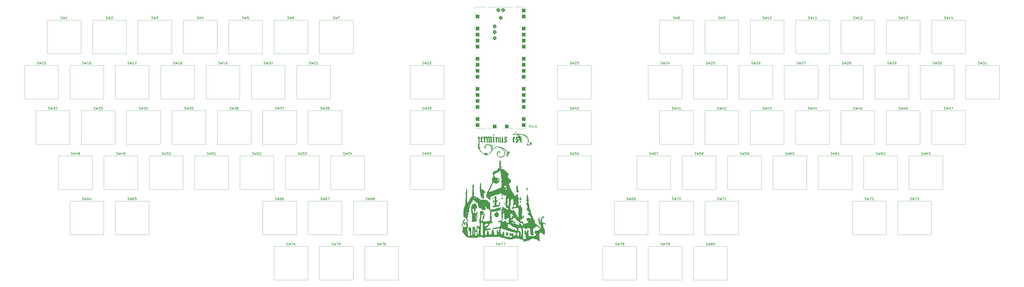
<source format=gto>
G04 #@! TF.GenerationSoftware,KiCad,Pcbnew,8.0.9*
G04 #@! TF.CreationDate,2025-09-25T17:38:48-07:00*
G04 #@! TF.ProjectId,keyboard,6b657962-6f61-4726-942e-6b696361645f,v0.0.0-alpha*
G04 #@! TF.SameCoordinates,Original*
G04 #@! TF.FileFunction,Legend,Top*
G04 #@! TF.FilePolarity,Positive*
%FSLAX46Y46*%
G04 Gerber Fmt 4.6, Leading zero omitted, Abs format (unit mm)*
G04 Created by KiCad (PCBNEW 8.0.9) date 2025-09-25 17:38:48*
%MOMM*%
%LPD*%
G01*
G04 APERTURE LIST*
G04 Aperture macros list*
%AMRoundRect*
0 Rectangle with rounded corners*
0 $1 Rounding radius*
0 $2 $3 $4 $5 $6 $7 $8 $9 X,Y pos of 4 corners*
0 Add a 4 corners polygon primitive as box body*
4,1,4,$2,$3,$4,$5,$6,$7,$8,$9,$2,$3,0*
0 Add four circle primitives for the rounded corners*
1,1,$1+$1,$2,$3*
1,1,$1+$1,$4,$5*
1,1,$1+$1,$6,$7*
1,1,$1+$1,$8,$9*
0 Add four rect primitives between the rounded corners*
20,1,$1+$1,$2,$3,$4,$5,0*
20,1,$1+$1,$4,$5,$6,$7,0*
20,1,$1+$1,$6,$7,$8,$9,0*
20,1,$1+$1,$8,$9,$2,$3,0*%
%AMFreePoly0*
4,1,28,0.978017,0.779942,1.147107,0.720775,1.298792,0.625465,1.425465,0.498792,1.520775,0.347107,1.579942,0.178017,1.600000,0.000000,1.579942,-0.178017,1.520775,-0.347107,1.425465,-0.498792,1.298792,-0.625465,1.147107,-0.720775,0.978017,-0.779942,0.800000,-0.800000,-1.400000,-0.800000,-1.405014,-0.794986,-1.444504,-0.794986,-1.524698,-0.756366,-1.580194,-0.686777,-1.600000,-0.600000,
-1.600000,0.600000,-1.580194,0.686777,-1.524698,0.756366,-1.444504,0.794986,-1.405014,0.794986,-1.400000,0.800000,0.800000,0.800000,0.978017,0.779942,0.978017,0.779942,$1*%
%AMFreePoly1*
4,1,28,1.405014,0.794986,1.444504,0.794986,1.524698,0.756366,1.580194,0.686777,1.600000,0.600000,1.600000,-0.600000,1.580194,-0.686777,1.524698,-0.756366,1.444504,-0.794986,1.405014,-0.794986,1.400000,-0.800000,-0.800000,-0.800000,-0.978017,-0.779942,-1.147107,-0.720775,-1.298792,-0.625465,-1.425465,-0.498792,-1.520775,-0.347107,-1.579942,-0.178017,-1.600000,0.000000,-1.579942,0.178017,
-1.520775,0.347107,-1.425465,0.498792,-1.298792,0.625465,-1.147107,0.720775,-0.978017,0.779942,-0.800000,0.800000,1.400000,0.800000,1.405014,0.794986,1.405014,0.794986,$1*%
%AMFreePoly2*
4,1,29,1.778017,0.779942,1.947107,0.720775,2.098792,0.625465,2.225465,0.498792,2.320775,0.347107,2.379942,0.178017,2.400000,0.000000,2.379942,-0.178017,2.320775,-0.347107,2.225465,-0.498792,2.098792,-0.625465,1.947107,-0.720775,1.778017,-0.779942,1.600000,-0.800000,0.000000,-0.800000,-0.600000,-0.800000,-0.605014,-0.794986,-0.644504,-0.794986,-0.724698,-0.756366,-0.780194,-0.686777,
-0.800000,-0.600000,-0.800000,0.600000,-0.780194,0.686777,-0.724698,0.756366,-0.644504,0.794986,-0.605014,0.794986,-0.600000,0.800000,1.600000,0.800000,1.778017,0.779942,1.778017,0.779942,$1*%
G04 Aperture macros list end*
%ADD10C,0.300000*%
%ADD11C,0.150000*%
%ADD12C,0.120000*%
%ADD13C,0.000000*%
%ADD14C,1.750000*%
%ADD15C,3.050000*%
%ADD16C,4.000000*%
%ADD17O,1.100000X1.800000*%
%ADD18O,1.050000X1.450000*%
%ADD19FreePoly0,0.000000*%
%ADD20RoundRect,0.800000X-0.800000X-0.000010X0.800000X-0.000010X0.800000X0.000010X-0.800000X0.000010X0*%
%ADD21FreePoly1,0.000000*%
%ADD22RoundRect,0.800000X0.000010X-0.800000X0.000010X0.800000X-0.000010X0.800000X-0.000010X-0.800000X0*%
%ADD23FreePoly2,270.000000*%
%ADD24RoundRect,0.300000X-0.450000X-0.450000X0.450000X-0.450000X0.450000X0.450000X-0.450000X0.450000X0*%
G04 APERTURE END LIST*
D10*
G36*
X296905894Y-192552369D02*
G01*
X296914323Y-192552369D01*
X296914323Y-192575205D01*
X296985519Y-192575205D01*
X297177616Y-192948653D01*
X297130600Y-192999699D01*
X297123771Y-192999699D01*
X297127767Y-193009800D01*
X297146720Y-192988953D01*
X297285566Y-193237155D01*
X297336748Y-193510798D01*
X297352250Y-193624351D01*
X297337473Y-193807044D01*
X297368370Y-193901078D01*
X297341503Y-193901078D01*
X297274889Y-194164570D01*
X297178960Y-194431695D01*
X297076866Y-194431695D01*
X297076866Y-194408135D01*
X297075523Y-194410202D01*
X297060224Y-194433039D01*
X297082240Y-194433039D01*
X297122540Y-194473339D01*
X297122540Y-194520355D01*
X296980146Y-194712452D01*
X296927756Y-194712452D01*
X296927756Y-194779619D01*
X296721213Y-194956703D01*
X296471730Y-195096620D01*
X296321912Y-195162470D01*
X296323843Y-195159660D01*
X296319225Y-195163813D01*
X296241311Y-195163813D01*
X296253401Y-195126200D01*
X296024720Y-195270084D01*
X295744111Y-195350924D01*
X295626064Y-195380090D01*
X295365457Y-195380090D01*
X295078896Y-195353197D01*
X294801862Y-195261492D01*
X294564829Y-195104706D01*
X294327247Y-194962308D01*
X294301535Y-194866936D01*
X294382135Y-194817233D01*
X294465422Y-194854336D01*
X294465422Y-194782306D01*
X294697819Y-194872309D01*
X294933345Y-195004379D01*
X295209620Y-195040082D01*
X295292916Y-195041570D01*
X295317096Y-195041570D01*
X295361427Y-195056346D01*
X295429937Y-195061720D01*
X295515910Y-195061720D01*
X295738904Y-195041570D01*
X295708007Y-195088586D01*
X295886671Y-195010673D01*
X295900397Y-195029678D01*
X296170458Y-194925956D01*
X296410771Y-194800262D01*
X296639401Y-194636176D01*
X296719539Y-194563342D01*
X296927756Y-194312138D01*
X296912979Y-194242285D01*
X297002336Y-193978626D01*
X297025210Y-193846757D01*
X297144941Y-193846757D01*
X297149406Y-193850031D01*
X297149406Y-193758684D01*
X297144941Y-193846757D01*
X297025210Y-193846757D01*
X297043283Y-193742564D01*
X297043283Y-193691517D01*
X297043283Y-193639127D01*
X297020446Y-193422850D01*
X297020446Y-193405387D01*
X297020446Y-193389267D01*
X296935438Y-193130418D01*
X296784313Y-192896929D01*
X296751779Y-192853276D01*
X296819112Y-192669239D01*
X296797452Y-192669239D01*
X296797452Y-192552369D01*
X296874467Y-192552369D01*
X296906263Y-192504009D01*
X296905894Y-192552369D01*
G37*
G36*
X296199668Y-195273967D02*
G01*
X296085484Y-195296803D01*
X296008914Y-195296803D01*
X296199668Y-195162470D01*
X296199668Y-195273967D01*
G37*
G36*
X297017759Y-191767861D02*
G01*
X297017759Y-191769204D01*
X297025819Y-191761144D01*
X297262083Y-191904111D01*
X297477593Y-192064650D01*
X297575244Y-192181608D01*
X297778802Y-192370208D01*
X297971239Y-192566505D01*
X298022575Y-192619535D01*
X298062875Y-192677299D01*
X298062875Y-192748496D01*
X298040854Y-192748496D01*
X298062201Y-192772005D01*
X298119295Y-192714912D01*
X298285926Y-192933296D01*
X298430796Y-193174404D01*
X298460502Y-193230753D01*
X298571999Y-193197170D01*
X298731856Y-193297920D01*
X298731856Y-193299774D01*
X298766782Y-193248217D01*
X298743946Y-193148810D01*
X298621702Y-193194483D01*
X298535729Y-193194483D01*
X298535729Y-193089703D01*
X298576024Y-193076017D01*
X298575569Y-193073960D01*
X298678122Y-193073960D01*
X298678122Y-193078956D01*
X298689068Y-193066211D01*
X298678122Y-193073960D01*
X298575569Y-193073960D01*
X298562400Y-193014476D01*
X298476622Y-193014476D01*
X298476622Y-192941936D01*
X298547981Y-192885237D01*
X298677011Y-192885237D01*
X298710362Y-192893575D01*
X298710362Y-192866709D01*
X298741524Y-192831985D01*
X298733070Y-192822091D01*
X298677011Y-192885237D01*
X298547981Y-192885237D01*
X298693865Y-192769323D01*
X298723796Y-192765959D01*
X298782903Y-192765959D01*
X298756667Y-192795512D01*
X298909176Y-192795512D01*
X299114470Y-192987630D01*
X299163066Y-193158213D01*
X299063660Y-193477927D01*
X298975660Y-193477927D01*
X298970844Y-193492179D01*
X298930303Y-193523600D01*
X299030076Y-193523600D01*
X298918579Y-193640471D01*
X298784246Y-193640471D01*
X298797687Y-193626381D01*
X298758400Y-193656831D01*
X298754692Y-193657123D01*
X298754692Y-193738534D01*
X298643196Y-193738534D01*
X298594836Y-193668681D01*
X298594836Y-193667113D01*
X298592149Y-193670024D01*
X298652540Y-193934769D01*
X298652599Y-193952124D01*
X298605812Y-194244306D01*
X298522567Y-194529555D01*
X298388083Y-194772215D01*
X298156046Y-194941582D01*
X297998394Y-194966343D01*
X297741914Y-194853924D01*
X297641067Y-194613046D01*
X297641067Y-194566029D01*
X297716294Y-194501690D01*
X297716294Y-194457219D01*
X297829134Y-194414232D01*
X298045411Y-194570059D01*
X298002424Y-194707079D01*
X298212806Y-194530556D01*
X298214672Y-194492145D01*
X298128480Y-194225571D01*
X298041170Y-194106608D01*
X298364454Y-194106608D01*
X298381245Y-194120041D01*
X298385801Y-194106608D01*
X298364454Y-194106608D01*
X298041170Y-194106608D01*
X297983001Y-194027351D01*
X298389305Y-194027351D01*
X298389305Y-194096274D01*
X298433635Y-193965558D01*
X298402739Y-193954937D01*
X298402739Y-194040785D01*
X298389305Y-194027351D01*
X297983001Y-194027351D01*
X297970184Y-194009888D01*
X297950735Y-193965474D01*
X298327428Y-193965474D01*
X298344975Y-193993768D01*
X298344975Y-193992424D01*
X298354378Y-193992424D01*
X298327428Y-193965474D01*
X297950735Y-193965474D01*
X297880181Y-193804357D01*
X297880181Y-193713011D01*
X298201238Y-193713011D01*
X298223396Y-193820478D01*
X298237508Y-193820478D01*
X298283271Y-193894270D01*
X298327512Y-193850031D01*
X298402739Y-193850031D01*
X298402739Y-193851911D01*
X298410799Y-193846001D01*
X298433635Y-193860778D01*
X298349005Y-193725101D01*
X298400052Y-193755997D01*
X298316765Y-193562557D01*
X298322138Y-193580020D01*
X298275122Y-193590558D01*
X298275122Y-193597484D01*
X298210962Y-193671908D01*
X298206655Y-193682676D01*
X298201238Y-193713011D01*
X297880181Y-193713011D01*
X297880181Y-193698234D01*
X298005898Y-193452341D01*
X298146161Y-193362400D01*
X298183775Y-193362400D01*
X298184206Y-193362400D01*
X298102594Y-193277342D01*
X297995708Y-193091046D01*
X297731071Y-192710882D01*
X297511927Y-192537149D01*
X297356280Y-192377735D01*
X297133264Y-192206019D01*
X296930815Y-192024018D01*
X296871336Y-191937121D01*
X296871336Y-191855177D01*
X296872679Y-191853902D01*
X296872679Y-191754427D01*
X296914560Y-191754427D01*
X296958653Y-191712784D01*
X297017759Y-191767861D01*
G37*
G36*
X294785136Y-192811632D02*
G01*
X294777845Y-192819296D01*
X294801256Y-192831782D01*
X294869766Y-192735062D01*
X294934325Y-192808946D01*
X294975889Y-192808946D01*
X295028279Y-192866709D01*
X295028279Y-192932949D01*
X295129030Y-193092390D01*
X295129030Y-193136720D01*
X294956849Y-193357996D01*
X294846929Y-193387923D01*
X294799912Y-193387923D01*
X294616106Y-193186339D01*
X294613189Y-193124630D01*
X294685436Y-193010613D01*
X294601099Y-193018681D01*
X294601099Y-193034626D01*
X294563485Y-193068210D01*
X294322085Y-193216785D01*
X294143105Y-193445015D01*
X294030726Y-193663731D01*
X294027494Y-193676712D01*
X294027494Y-193725101D01*
X294011374Y-193874211D01*
X294091135Y-194142038D01*
X294183321Y-194387365D01*
X294137648Y-194381992D01*
X294299005Y-194610490D01*
X294306908Y-194646629D01*
X294226308Y-194697676D01*
X294145708Y-194697676D01*
X294093905Y-194653234D01*
X294062421Y-194689616D01*
X294030390Y-194598744D01*
X294019768Y-194589631D01*
X294163665Y-194589631D01*
X294179291Y-194610359D01*
X294179291Y-194571402D01*
X294163665Y-194589631D01*
X294019768Y-194589631D01*
X293939253Y-194520557D01*
X293808903Y-194256107D01*
X293784351Y-194195268D01*
X293784351Y-194121385D01*
X293796441Y-194067651D01*
X293770917Y-193936004D01*
X293770917Y-193919884D01*
X293770917Y-193909138D01*
X293770917Y-193840628D01*
X293770917Y-193764057D01*
X293813982Y-193702534D01*
X293807187Y-193686144D01*
X293757484Y-193699577D01*
X293842786Y-193524165D01*
X293808531Y-193550467D01*
X293808531Y-193503450D01*
X293869768Y-193503450D01*
X293895842Y-193503450D01*
X293902186Y-193478850D01*
X293902385Y-193478406D01*
X293869768Y-193503450D01*
X293808531Y-193503450D01*
X293808531Y-193488674D01*
X293922196Y-193233648D01*
X293928087Y-193224036D01*
X293928087Y-193178363D01*
X293966248Y-193178363D01*
X294035713Y-193042686D01*
X294163233Y-193042686D01*
X294190038Y-193042686D01*
X294202128Y-193064180D01*
X294187351Y-193085673D01*
X294330332Y-192963849D01*
X294298848Y-192970146D01*
X294208845Y-192970146D01*
X294208845Y-192982236D01*
X294163233Y-193042686D01*
X294035713Y-193042686D01*
X294068581Y-192978489D01*
X294208845Y-192882829D01*
X294208845Y-192909687D01*
X294331804Y-192847820D01*
X294323028Y-192842529D01*
X294342321Y-192842529D01*
X294351238Y-192838042D01*
X294351238Y-192776706D01*
X294503035Y-192735062D01*
X294785136Y-192735062D01*
X294785136Y-192811632D01*
G37*
G36*
X287770237Y-193344937D02*
G01*
X287771580Y-193344937D01*
X288022448Y-193466593D01*
X288179954Y-193561214D01*
X288428555Y-193688159D01*
X288557431Y-193738534D01*
X288584298Y-193718384D01*
X288550926Y-193654769D01*
X289224051Y-193654769D01*
X289225504Y-193655835D01*
X289227756Y-193652561D01*
X289224051Y-193654769D01*
X288550926Y-193654769D01*
X288541311Y-193636441D01*
X288775204Y-193495298D01*
X288826099Y-193494047D01*
X289100139Y-193538377D01*
X289273429Y-193471210D01*
X289295327Y-193399075D01*
X289293579Y-193397327D01*
X289293579Y-193390589D01*
X289418277Y-193390589D01*
X289448063Y-193414790D01*
X289448063Y-193434940D01*
X289481655Y-193434940D01*
X289425226Y-193347832D01*
X289425226Y-193383893D01*
X289418277Y-193390589D01*
X289293579Y-193390589D01*
X289293579Y-193347623D01*
X289333879Y-193307323D01*
X289425226Y-193307323D01*
X289425226Y-193316727D01*
X289499110Y-193316727D01*
X289697317Y-193506489D01*
X289705983Y-193547780D01*
X289553599Y-193780109D01*
X289448019Y-193856898D01*
X289615980Y-193813761D01*
X289628762Y-193829739D01*
X289805390Y-193793611D01*
X289806734Y-193828538D01*
X289848838Y-193790041D01*
X289822854Y-193764057D01*
X289988084Y-193764057D01*
X290059281Y-193835254D01*
X290059281Y-193890331D01*
X290110327Y-193890331D01*
X289989427Y-194005858D01*
X289924947Y-194005858D01*
X289896065Y-193976976D01*
X289860467Y-194012575D01*
X289860467Y-194040785D01*
X289832257Y-194040785D01*
X289798674Y-194074368D01*
X289828227Y-194074368D01*
X290014951Y-194114668D01*
X290014951Y-194121666D01*
X290237639Y-194180640D01*
X290353471Y-194273182D01*
X290353471Y-194328258D01*
X290370935Y-194345722D01*
X290313171Y-194410202D01*
X290164061Y-194383335D01*
X290164061Y-194326749D01*
X290161374Y-194326101D01*
X290161374Y-194333632D01*
X290100924Y-194333632D01*
X290100924Y-194387365D01*
X290000174Y-194387365D01*
X290000174Y-194390052D01*
X289869870Y-194390052D01*
X289869870Y-194344454D01*
X289811115Y-194352769D01*
X289527114Y-194389547D01*
X289242632Y-194420020D01*
X289032972Y-194431695D01*
X288763529Y-194376889D01*
X288573300Y-194185015D01*
X288573551Y-194157655D01*
X289742985Y-194157655D01*
X289755687Y-194164371D01*
X289785525Y-194155110D01*
X289766434Y-194145565D01*
X289766434Y-194089145D01*
X289751657Y-194089145D01*
X289751657Y-194157655D01*
X289742985Y-194157655D01*
X288573551Y-194157655D01*
X288526535Y-194028695D01*
X288538625Y-194027351D01*
X288479518Y-193993635D01*
X288479518Y-194005858D01*
X288412351Y-194005858D01*
X288271139Y-193938751D01*
X289221276Y-193938751D01*
X289290893Y-193962871D01*
X289290893Y-193992054D01*
X289336640Y-194003096D01*
X289351300Y-193988438D01*
X289411102Y-193988438D01*
X289470522Y-194069684D01*
X289497766Y-194089145D01*
X289602547Y-194089145D01*
X289590165Y-194115676D01*
X289605233Y-194111619D01*
X289605233Y-194042128D01*
X289684989Y-194042128D01*
X289670605Y-194028383D01*
X289669713Y-194028695D01*
X289633443Y-194028695D01*
X289618667Y-194028695D01*
X289603890Y-194028695D01*
X289496423Y-194028695D01*
X289411102Y-193988438D01*
X289351300Y-193988438D01*
X289354030Y-193985708D01*
X289405317Y-193985708D01*
X289379693Y-193973618D01*
X289860467Y-193973618D01*
X289892707Y-193973618D01*
X289860467Y-193941378D01*
X289860467Y-193973618D01*
X289379693Y-193973618D01*
X289305669Y-193938691D01*
X289305669Y-193926767D01*
X289242533Y-193945408D01*
X289230147Y-193931896D01*
X289221276Y-193938751D01*
X288271139Y-193938751D01*
X288155767Y-193883924D01*
X289860467Y-193883924D01*
X289860467Y-193890331D01*
X289949127Y-193890331D01*
X289923367Y-193864570D01*
X289860467Y-193883924D01*
X288155767Y-193883924D01*
X288144692Y-193878661D01*
X287894154Y-193738173D01*
X287660671Y-193570218D01*
X287598514Y-193512854D01*
X287519033Y-193512854D01*
X287519033Y-193397327D01*
X287583796Y-193397327D01*
X287566050Y-193379863D01*
X287770237Y-193275083D01*
X287770237Y-193344937D01*
G37*
G36*
X290446497Y-189827748D02*
G01*
X290556315Y-189867041D01*
X290559002Y-189836144D01*
X291119173Y-190006748D01*
X291096308Y-190038559D01*
X291173195Y-190050863D01*
X291266939Y-190085924D01*
X291266939Y-190061824D01*
X291307240Y-190021524D01*
X291366346Y-190021524D01*
X291620174Y-190152468D01*
X291849931Y-190321710D01*
X292024985Y-190536854D01*
X292110323Y-190806589D01*
X292113241Y-190870512D01*
X292113241Y-190979323D01*
X291982056Y-191230568D01*
X291777407Y-191333963D01*
X291777407Y-191274380D01*
X291769347Y-191278886D01*
X291745167Y-191301723D01*
X291745638Y-191304836D01*
X291872784Y-191460237D01*
X291810466Y-191460237D01*
X291833827Y-191481730D01*
X291862037Y-191531434D01*
X291862037Y-191702037D01*
X291862037Y-191947665D01*
X291977513Y-191835526D01*
X292174767Y-191673827D01*
X292282501Y-191673827D01*
X292282501Y-191690500D01*
X292306619Y-191673827D01*
X292282501Y-191673827D01*
X292174767Y-191673827D01*
X292191154Y-191660394D01*
X292191154Y-191662910D01*
X292240858Y-191615492D01*
X292240858Y-191558300D01*
X292341608Y-191558300D01*
X292341608Y-191649638D01*
X292376451Y-191625551D01*
X292404828Y-191595914D01*
X292346981Y-191595914D01*
X292346981Y-191539494D01*
X292555875Y-191344222D01*
X292788939Y-191186196D01*
X292858792Y-191186196D01*
X292871447Y-191204353D01*
X293021149Y-191156948D01*
X292938049Y-191149926D01*
X293154606Y-190965607D01*
X293410845Y-190837480D01*
X293678227Y-190769762D01*
X293963014Y-190737522D01*
X294077198Y-190737522D01*
X294077198Y-190773792D01*
X294101378Y-190773792D01*
X294101378Y-190949769D01*
X294061563Y-190909954D01*
X293832865Y-191015309D01*
X293733304Y-191020966D01*
X293765544Y-190977979D01*
X293541207Y-191073874D01*
X293541207Y-191187540D01*
X293200000Y-191288290D01*
X293359498Y-191151548D01*
X293247016Y-191199630D01*
X293005720Y-191338917D01*
X292754639Y-191522916D01*
X292509753Y-191726777D01*
X292284758Y-191929203D01*
X292040740Y-192161210D01*
X291989654Y-192211161D01*
X291818597Y-192437357D01*
X291660293Y-192669062D01*
X291498361Y-192918223D01*
X291342166Y-193166273D01*
X291146698Y-193382761D01*
X290945830Y-193564409D01*
X290709655Y-193729346D01*
X290466427Y-193848777D01*
X290404518Y-193871524D01*
X290293021Y-193871524D01*
X290221824Y-193800327D01*
X290221824Y-193723757D01*
X290427748Y-193645681D01*
X290338695Y-193659277D01*
X290594886Y-193481561D01*
X290820249Y-193293481D01*
X291014783Y-193095037D01*
X291207531Y-192843224D01*
X291355886Y-192576488D01*
X291445603Y-192342808D01*
X291531577Y-191927718D01*
X291531577Y-191716814D01*
X291502674Y-191440821D01*
X291440230Y-191214406D01*
X291500680Y-191247990D01*
X291377093Y-191007449D01*
X291237869Y-190775134D01*
X291119173Y-190647519D01*
X290914314Y-190446690D01*
X290788566Y-190346612D01*
X291123513Y-190346612D01*
X291176428Y-190405329D01*
X291193056Y-190427034D01*
X291193056Y-190394972D01*
X291203881Y-190394972D01*
X291151088Y-190346612D01*
X291123513Y-190346612D01*
X290788566Y-190346612D01*
X290686978Y-190265762D01*
X290682970Y-190262794D01*
X291104794Y-190262794D01*
X291121701Y-190291535D01*
X291156786Y-190291535D01*
X291266939Y-190389598D01*
X291266939Y-190394972D01*
X291309926Y-190394972D01*
X291309926Y-190439302D01*
X291346196Y-190439302D01*
X291426796Y-190542739D01*
X291426796Y-190630055D01*
X291382303Y-190630055D01*
X291387840Y-190635429D01*
X291369033Y-190648862D01*
X291350226Y-190632742D01*
X291568303Y-190823187D01*
X291739794Y-191069326D01*
X291745167Y-191069326D01*
X291775552Y-191035743D01*
X291758600Y-191035743D01*
X291777407Y-190838272D01*
X291680330Y-190578001D01*
X291534378Y-190435265D01*
X291503367Y-190474228D01*
X291278182Y-190322820D01*
X291104794Y-190262794D01*
X290682970Y-190262794D01*
X290656480Y-190243175D01*
X290638258Y-190243175D01*
X290480121Y-190186755D01*
X290996297Y-190186755D01*
X291017079Y-190186755D01*
X291017079Y-190181857D01*
X290999616Y-190177351D01*
X290996297Y-190186755D01*
X290480121Y-190186755D01*
X290375636Y-190149477D01*
X290130478Y-190094064D01*
X290017637Y-190094064D01*
X290017637Y-190080823D01*
X289768868Y-190119924D01*
X289493502Y-190195156D01*
X289230659Y-190311648D01*
X289116259Y-190382882D01*
X288905691Y-190565239D01*
X288835502Y-190677072D01*
X288798055Y-190945123D01*
X288788998Y-190959587D01*
X288929535Y-190889319D01*
X289189471Y-190998465D01*
X289276116Y-191172763D01*
X289123417Y-191406797D01*
X288885205Y-191505910D01*
X288804605Y-191505910D01*
X288564887Y-191352365D01*
X288500009Y-191174106D01*
X288613852Y-191174106D01*
X288615796Y-191175647D01*
X288615605Y-191175058D01*
X288613852Y-191174106D01*
X288500009Y-191174106D01*
X288469170Y-191089371D01*
X288445935Y-190961859D01*
X288513778Y-190700255D01*
X288643543Y-190443523D01*
X288710572Y-190341238D01*
X288910645Y-190153759D01*
X289151583Y-189989209D01*
X289409311Y-189873752D01*
X289590457Y-189824054D01*
X289724790Y-189809277D01*
X289802704Y-189824054D01*
X289895394Y-189809277D01*
X290057937Y-189809277D01*
X290176151Y-189793157D01*
X290446497Y-189827748D01*
G37*
G36*
X286005094Y-189404933D02*
G01*
X286001467Y-189418095D01*
X286010467Y-189396873D01*
X286076447Y-189352543D01*
X286060170Y-189352543D01*
X286060170Y-189235673D01*
X286175697Y-189235673D01*
X286175697Y-189303051D01*
X286207937Y-189314930D01*
X286214654Y-189296123D01*
X286256297Y-189296123D01*
X286285851Y-189318669D01*
X286285851Y-189296123D01*
X286379884Y-189296123D01*
X286463171Y-189399560D01*
X286463171Y-189453943D01*
X286478971Y-189465997D01*
X286531681Y-189676287D01*
X286405408Y-190208248D01*
X286391974Y-190380195D01*
X286391974Y-190521245D01*
X286408094Y-190795957D01*
X286444931Y-191073563D01*
X286456454Y-191144553D01*
X286512875Y-191144553D01*
X286512875Y-191100223D01*
X286609595Y-191066639D01*
X286832400Y-191223327D01*
X286868859Y-191342023D01*
X286868859Y-191453520D01*
X286743592Y-191691290D01*
X286591218Y-191746191D01*
X286675418Y-191963988D01*
X286769452Y-192196385D01*
X286922366Y-192430513D01*
X287026029Y-192545652D01*
X287184678Y-192780547D01*
X287370573Y-192992311D01*
X287476046Y-193107166D01*
X287536496Y-193140750D01*
X287536496Y-193248217D01*
X287402163Y-193358370D01*
X287341713Y-193358370D01*
X287128957Y-193153039D01*
X286949814Y-192951641D01*
X286782360Y-192734517D01*
X286711688Y-192632969D01*
X286553373Y-192390149D01*
X286440407Y-192136133D01*
X286433618Y-192080858D01*
X286307176Y-191824197D01*
X286246272Y-191669075D01*
X286234804Y-191680544D01*
X286234804Y-191742337D01*
X286221371Y-191775309D01*
X286221371Y-191797414D01*
X286182414Y-191840401D01*
X286131367Y-191840401D01*
X286105844Y-191814877D01*
X286070917Y-191814877D01*
X286014693Y-191770547D01*
X285979570Y-191770547D01*
X285939270Y-191730247D01*
X285939270Y-191695321D01*
X286002319Y-191597257D01*
X286099263Y-191597257D01*
X286105844Y-191597257D01*
X286150174Y-191604645D01*
X286150174Y-191599733D01*
X286101814Y-191585167D01*
X286099263Y-191597257D01*
X286002319Y-191597257D01*
X286085662Y-191467629D01*
X286113904Y-191465610D01*
X286244727Y-191587854D01*
X286281746Y-191587854D01*
X286281361Y-191586510D01*
X286277791Y-191586510D01*
X286134673Y-191348845D01*
X286117398Y-191258736D01*
X286113905Y-191258736D01*
X286100471Y-191272169D01*
X286100471Y-191356800D01*
X286070917Y-191356800D01*
X286070917Y-191448147D01*
X285955390Y-191448147D01*
X285955390Y-191428738D01*
X285783443Y-191329933D01*
X285791361Y-191316358D01*
X285783443Y-191308440D01*
X285783443Y-191221123D01*
X285790766Y-191206045D01*
X286131367Y-191206045D01*
X286153201Y-191183885D01*
X286131367Y-191157276D01*
X286131367Y-191206045D01*
X285790766Y-191206045D01*
X285806830Y-191172972D01*
X285931509Y-191172972D01*
X285938330Y-191176494D01*
X285968824Y-191153956D01*
X285931509Y-191172972D01*
X285806830Y-191172972D01*
X285815003Y-191156146D01*
X285812997Y-191149926D01*
X285818025Y-191149926D01*
X285821977Y-191141790D01*
X286116591Y-191141790D01*
X286120961Y-191144594D01*
X286116591Y-191139268D01*
X286116591Y-191141790D01*
X285821977Y-191141790D01*
X285829117Y-191127090D01*
X285833502Y-191131124D01*
X285854640Y-191059923D01*
X285903000Y-191059923D01*
X285988974Y-191059923D01*
X286104851Y-191134259D01*
X286109130Y-191130176D01*
X286048255Y-191055987D01*
X285994562Y-190843646D01*
X286096142Y-190843646D01*
X286111217Y-190853049D01*
X286100471Y-190843646D01*
X286096142Y-190843646D01*
X285994562Y-190843646D01*
X285983055Y-190798140D01*
X285950017Y-190823496D01*
X285890910Y-190823496D01*
X285890910Y-190905439D01*
X285813675Y-190905439D01*
X285827773Y-190920216D01*
X285639706Y-190920216D01*
X285639706Y-190803346D01*
X285716277Y-190803346D01*
X285790160Y-190880790D01*
X285790160Y-190808719D01*
X285733740Y-190808719D01*
X285718728Y-190793942D01*
X286016458Y-190793942D01*
X286069131Y-190826797D01*
X286059319Y-190793942D01*
X286016458Y-190793942D01*
X285718728Y-190793942D01*
X285647766Y-190724089D01*
X285647766Y-190675729D01*
X285675630Y-190663218D01*
X285647766Y-190632742D01*
X285647766Y-190580352D01*
X285739113Y-190513185D01*
X285889567Y-190611249D01*
X285874790Y-190573635D01*
X285917346Y-190573635D01*
X285900568Y-190528763D01*
X285880971Y-190389598D01*
X285994347Y-190389598D01*
X286000945Y-190401806D01*
X286012190Y-190390561D01*
X285998454Y-190377824D01*
X285994347Y-190389598D01*
X285880971Y-190389598D01*
X285862346Y-190257336D01*
X285860013Y-190231085D01*
X285964794Y-190231085D01*
X285986912Y-190275919D01*
X285995334Y-190263835D01*
X285987122Y-190213621D01*
X285913747Y-190213621D01*
X285843893Y-190162575D01*
X285843893Y-190051078D01*
X285843893Y-189926147D01*
X285920464Y-189926147D01*
X285920464Y-189877436D01*
X285886880Y-189881817D01*
X285843893Y-189852264D01*
X285843893Y-189821367D01*
X285874748Y-189536365D01*
X285976285Y-189271522D01*
X286005094Y-189223583D01*
X286005094Y-189404933D01*
G37*
G36*
X294720414Y-190783998D02*
G01*
X295015024Y-190837270D01*
X295278667Y-190915883D01*
X295286200Y-190928276D01*
X295560429Y-191003713D01*
X295736217Y-191097536D01*
X295736217Y-191104253D01*
X295760397Y-191080073D01*
X296328628Y-191331277D01*
X296376988Y-191331277D01*
X296376988Y-191374263D01*
X296402512Y-191374263D01*
X296651278Y-191490323D01*
X296749092Y-191591884D01*
X296749092Y-191683230D01*
X296659203Y-191683230D01*
X296639780Y-191704459D01*
X296670916Y-191736567D01*
X296843126Y-191707411D01*
X296695359Y-191860551D01*
X296589235Y-191860551D01*
X296589235Y-191816221D01*
X296570429Y-191816221D01*
X296553248Y-191799040D01*
X296544905Y-191808161D01*
X296547995Y-191793787D01*
X296524755Y-191770547D01*
X296498018Y-191770547D01*
X296484455Y-191779951D01*
X296475416Y-191770547D01*
X296471022Y-191770547D01*
X296066678Y-191524717D01*
X296066678Y-191486682D01*
X296062648Y-191484417D01*
X296004884Y-191503224D01*
X295990108Y-191436057D01*
X295995481Y-191465610D01*
X295955181Y-191465610D01*
X295798011Y-191380688D01*
X295798011Y-191383667D01*
X296023649Y-191569294D01*
X296244964Y-191773523D01*
X296468367Y-191992858D01*
X296681957Y-192211045D01*
X296719539Y-192250118D01*
X296719539Y-192298478D01*
X296609385Y-192537592D01*
X296517123Y-192410408D01*
X296479082Y-192446245D01*
X296278139Y-192218449D01*
X296095103Y-192018660D01*
X295899097Y-191815885D01*
X295703013Y-191630288D01*
X295502477Y-191472327D01*
X295264140Y-191329199D01*
X295002185Y-191204968D01*
X294756926Y-191108283D01*
X294721999Y-191081416D01*
X294707222Y-191097536D01*
X294654832Y-191097536D01*
X294389859Y-191034064D01*
X294301535Y-190961859D01*
X294301535Y-190875445D01*
X294296161Y-190870512D01*
X294394225Y-190738866D01*
X294429152Y-190738866D01*
X294720414Y-190783998D01*
G37*
G36*
X286415441Y-186647742D02*
G01*
X286508845Y-186880806D01*
X286578950Y-187141706D01*
X286610938Y-187184399D01*
X286742585Y-187244849D01*
X286957687Y-187080879D01*
X286984385Y-187078276D01*
X287058269Y-187078276D01*
X287058269Y-187136039D01*
X286888106Y-187360172D01*
X286698255Y-187408736D01*
X286676762Y-187408736D01*
X286535711Y-187361720D01*
X286531681Y-187385900D01*
X286531681Y-187580683D01*
X286521705Y-187859347D01*
X286485399Y-188130192D01*
X286471231Y-188193244D01*
X286533072Y-188474479D01*
X286697165Y-188701029D01*
X286803035Y-188726549D01*
X286803035Y-188785655D01*
X286803035Y-188815209D01*
X286756694Y-189084224D01*
X286592131Y-189190000D01*
X286539741Y-189113429D01*
X286539741Y-189129549D01*
X286295923Y-188974689D01*
X286133120Y-188743472D01*
X286101814Y-188690279D01*
X286101814Y-187576653D01*
X286042707Y-187576653D01*
X285854236Y-187368200D01*
X285813471Y-187344720D01*
X286013797Y-187344720D01*
X286102047Y-187403912D01*
X286103989Y-187307774D01*
X286013797Y-187344720D01*
X285813471Y-187344720D01*
X285686723Y-187271716D01*
X285614183Y-187271716D01*
X285614183Y-187196489D01*
X285805530Y-187000597D01*
X285976884Y-186861999D01*
X285843893Y-186884836D01*
X285843893Y-186825729D01*
X286009816Y-186600930D01*
X286202564Y-186438848D01*
X286232117Y-186438848D01*
X286415441Y-186647742D01*
G37*
G36*
X287747012Y-186685268D02*
G01*
X287752773Y-186776025D01*
X287844397Y-187033897D01*
X287848150Y-187051409D01*
X287983827Y-187148129D01*
X287943692Y-187174162D01*
X287995917Y-187334853D01*
X287768253Y-187484829D01*
X287546013Y-187657501D01*
X287504256Y-187693524D01*
X287504256Y-187806364D01*
X287504256Y-188148914D01*
X287531526Y-188430494D01*
X287659321Y-188676167D01*
X287669487Y-188684905D01*
X287854867Y-188654009D01*
X287919347Y-188719832D01*
X287815711Y-188967772D01*
X287645551Y-189178521D01*
X287596946Y-189190000D01*
X287141556Y-188859539D01*
X286927965Y-188756102D01*
X286964802Y-188473435D01*
X286984637Y-188183589D01*
X286988415Y-187986371D01*
X286988415Y-187373810D01*
X287466643Y-187373810D01*
X287474703Y-187543070D01*
X287572766Y-187420826D01*
X287466643Y-187164456D01*
X287466643Y-187373810D01*
X286988415Y-187373810D01*
X286988415Y-187060812D01*
X287181887Y-186850005D01*
X287389527Y-186663400D01*
X287418283Y-186640348D01*
X287520376Y-186438848D01*
X287631873Y-186438848D01*
X287747012Y-186685268D01*
G37*
G36*
X288448621Y-186402578D02*
G01*
X288618846Y-186617569D01*
X288689078Y-186765279D01*
X288891114Y-186585676D01*
X288938939Y-186406608D01*
X289054466Y-186406608D01*
X289213528Y-186633001D01*
X289315073Y-186738412D01*
X289368806Y-186931852D01*
X289219546Y-187173786D01*
X289022226Y-187369780D01*
X288938939Y-187532323D01*
X289104841Y-187751434D01*
X289110886Y-187792930D01*
X289110886Y-187850694D01*
X289051779Y-187850694D01*
X288821355Y-187703389D01*
X288766992Y-187539040D01*
X288831443Y-187266115D01*
X288995359Y-187036632D01*
X288820725Y-186844535D01*
X288713258Y-186972152D01*
X288694452Y-186943942D01*
X288722662Y-186937226D01*
X288776395Y-187109173D01*
X288740582Y-187400125D01*
X288728149Y-187702034D01*
X288724210Y-187999001D01*
X288724005Y-188093838D01*
X288694452Y-188152944D01*
X288761881Y-188427803D01*
X288923249Y-188655835D01*
X289000732Y-188674159D01*
X289082676Y-188701025D01*
X289015968Y-188975550D01*
X288797760Y-189154507D01*
X288779082Y-189161789D01*
X288714602Y-189058353D01*
X288744155Y-189034173D01*
X288766992Y-189048949D01*
X288507670Y-188954583D01*
X288358618Y-188742669D01*
X288294138Y-188674159D01*
X288294138Y-187552473D01*
X288277425Y-187271512D01*
X288231976Y-186985293D01*
X288206821Y-186868715D01*
X288131594Y-186868715D01*
X288065771Y-186802892D01*
X288227460Y-186567034D01*
X288448621Y-186402578D01*
G37*
G36*
X289098796Y-186911702D02*
G01*
X289098796Y-186913046D01*
X289117602Y-186931852D01*
X289105512Y-186931852D01*
X289105512Y-186911702D01*
X289098796Y-186911702D01*
G37*
G36*
X291159473Y-186411981D02*
G01*
X291209176Y-186411981D01*
X291673970Y-186904986D01*
X291673970Y-188323548D01*
X291757929Y-188587492D01*
X291888904Y-188741325D01*
X291768214Y-188997504D01*
X291579937Y-189161789D01*
X291515457Y-189161789D01*
X291325192Y-188967464D01*
X291152993Y-188751774D01*
X291121859Y-188668785D01*
X291143961Y-188396634D01*
X291156394Y-188119710D01*
X291158129Y-187978311D01*
X291158129Y-187947414D01*
X291158129Y-187177683D01*
X291198429Y-187132009D01*
X291211863Y-187148129D01*
X291026482Y-186953346D01*
X290845090Y-187168673D01*
X290814235Y-187208579D01*
X290814235Y-188397431D01*
X290944854Y-188643241D01*
X290984839Y-188675502D01*
X291064096Y-188782969D01*
X291064096Y-188829986D01*
X290898866Y-189049369D01*
X290661977Y-189189648D01*
X290650348Y-189190000D01*
X290473071Y-188987503D01*
X290306538Y-188767604D01*
X290283618Y-188710429D01*
X290313171Y-188561318D01*
X290298394Y-188386685D01*
X290298394Y-188203991D01*
X290298394Y-187239476D01*
X290298394Y-187161563D01*
X290169434Y-186980212D01*
X290007226Y-187201338D01*
X289954501Y-187269030D01*
X289954501Y-187494710D01*
X289954501Y-188158318D01*
X289890020Y-188275188D01*
X289956432Y-188547922D01*
X290078087Y-188674159D01*
X290127791Y-188746699D01*
X290127791Y-188792372D01*
X290031281Y-189046693D01*
X289923604Y-189190000D01*
X289696271Y-189041897D01*
X289571650Y-188846106D01*
X289454374Y-188600810D01*
X289438790Y-188311573D01*
X289438660Y-188276531D01*
X289438660Y-187313360D01*
X289415154Y-187040858D01*
X289355373Y-186793489D01*
X289524754Y-186580176D01*
X289611950Y-186501985D01*
X289700610Y-186501985D01*
X289828311Y-186758394D01*
X289927634Y-186904986D01*
X290088454Y-186682071D01*
X290102267Y-186593332D01*
X290291678Y-186457655D01*
X290357501Y-186457655D01*
X290419295Y-186506015D01*
X290482431Y-186457655D01*
X290663497Y-186683195D01*
X290779309Y-186894239D01*
X290763189Y-186879462D01*
X290943386Y-186677364D01*
X290990212Y-186567808D01*
X291159473Y-186411981D01*
G37*
G36*
X292461165Y-185579113D02*
G01*
X292475942Y-185579113D01*
X292627739Y-185681207D01*
X292804051Y-185899630D01*
X292810432Y-185929724D01*
X292685502Y-186113761D01*
X292492062Y-186249438D01*
X292270384Y-186084967D01*
X292181751Y-185931067D01*
X292336208Y-185695463D01*
X292369818Y-185666430D01*
X292461165Y-185579113D01*
G37*
G36*
X292328175Y-186445565D02*
G01*
X292551651Y-186606282D01*
X292602215Y-186612138D01*
X292602215Y-186687365D01*
X292583408Y-186700799D01*
X292587438Y-186687365D01*
X292696249Y-186943606D01*
X292731244Y-187212634D01*
X292732519Y-187282463D01*
X292721725Y-187554850D01*
X292689343Y-187823428D01*
X292641172Y-188064284D01*
X292657292Y-188208021D01*
X292657292Y-188557288D01*
X292756699Y-188785655D01*
X292858792Y-188745355D01*
X292936706Y-188878346D01*
X292680129Y-189188656D01*
X292642515Y-189188656D01*
X292465195Y-189160446D01*
X292407431Y-189180596D01*
X292363101Y-189132236D01*
X292363101Y-189071786D01*
X292418178Y-188996559D01*
X292418178Y-189008649D01*
X292308025Y-188932079D01*
X292199561Y-188684139D01*
X292195184Y-188649979D01*
X292263695Y-188569378D01*
X292216678Y-188445792D01*
X292216678Y-187882934D01*
X292216678Y-187569937D01*
X292216678Y-187066186D01*
X291980251Y-186977526D01*
X291958757Y-186870059D01*
X291958757Y-186757219D01*
X292027267Y-186695425D01*
X292056821Y-186695425D01*
X292070254Y-186695425D01*
X292244570Y-186490218D01*
X292266381Y-186445565D01*
X292328175Y-186445565D01*
G37*
G36*
X292294591Y-188220111D02*
G01*
X292294591Y-188182498D01*
X292337578Y-188217424D01*
X292341608Y-188224141D01*
X292294591Y-188220111D01*
G37*
G36*
X293440457Y-186665872D02*
G01*
X293499563Y-186665872D01*
X293834054Y-186990959D01*
X293834054Y-187179026D01*
X293823307Y-187271716D01*
X293823307Y-187247536D01*
X293878384Y-187075589D01*
X294056300Y-186869533D01*
X294259891Y-186671245D01*
X294488704Y-186816834D01*
X294673026Y-187023904D01*
X294693789Y-187115889D01*
X294693789Y-187326793D01*
X294693789Y-188335638D01*
X294691475Y-188607573D01*
X294688415Y-188729235D01*
X294676325Y-188730579D01*
X294715282Y-188655352D01*
X294727372Y-188655352D01*
X294822749Y-188860882D01*
X294717266Y-189113698D01*
X294618562Y-189163133D01*
X294420588Y-188974730D01*
X294341835Y-188862226D01*
X294263921Y-188773565D01*
X294263921Y-188010551D01*
X294255861Y-187886964D01*
X294278698Y-187780840D01*
X294278698Y-187346943D01*
X294296161Y-187243506D01*
X294121528Y-187083649D01*
X293939184Y-187302096D01*
X293910624Y-187349630D01*
X293834054Y-187500083D01*
X293834054Y-187845321D01*
X293834054Y-188218768D01*
X293807387Y-188495600D01*
X293777634Y-188656695D01*
X293945551Y-188793715D01*
X293945551Y-188905212D01*
X293850174Y-188905212D01*
X293800471Y-188878346D01*
X293811217Y-188847449D01*
X293925401Y-188858196D01*
X293819870Y-189117093D01*
X293729274Y-189190000D01*
X293698377Y-189190000D01*
X293472185Y-189038898D01*
X293418963Y-188977752D01*
X293467323Y-188933422D01*
X293467323Y-188910586D01*
X293457920Y-188846106D01*
X293491503Y-188846106D01*
X293491503Y-188897152D01*
X293432397Y-188950886D01*
X293310153Y-188788342D01*
X293354483Y-188611022D01*
X293319099Y-188337934D01*
X293318213Y-188261755D01*
X293318213Y-187492023D01*
X293273643Y-187221218D01*
X293115369Y-186984242D01*
X293115369Y-186934539D01*
X293318664Y-186746367D01*
X293440457Y-186665872D01*
G37*
G36*
X293598970Y-188705055D02*
G01*
X293598970Y-188695652D01*
X293582850Y-188686249D01*
X293592254Y-188668785D01*
X293611060Y-188683562D01*
X293598970Y-188705055D01*
G37*
G36*
X294650802Y-188823269D02*
G01*
X294680355Y-188835359D01*
X294685729Y-188862226D01*
X294658862Y-188878346D01*
X294630652Y-188846106D01*
X294650802Y-188823269D01*
G37*
G36*
X295959211Y-186653782D02*
G01*
X296066678Y-186653782D01*
X296257431Y-186824385D01*
X296218475Y-186911702D01*
X296202355Y-186980212D01*
X296186235Y-186921106D01*
X296231908Y-186875432D01*
X296273551Y-186875432D01*
X296370272Y-187024542D01*
X296370272Y-187039319D01*
X296329972Y-187200519D01*
X296368343Y-187468137D01*
X296370272Y-187571280D01*
X296370272Y-188284591D01*
X296402640Y-188563169D01*
X296542649Y-188806367D01*
X296566399Y-188825956D01*
X296566399Y-188906556D01*
X296367551Y-189093778D01*
X296214445Y-189204776D01*
X295855774Y-188834016D01*
X295855774Y-188750729D01*
X295869207Y-188694309D01*
X295853087Y-188615052D01*
X295854431Y-188613709D01*
X295854431Y-188635202D01*
X295731973Y-188880563D01*
X295522228Y-189075690D01*
X295420533Y-189153729D01*
X295178089Y-189004996D01*
X295001350Y-188789497D01*
X294994696Y-188741325D01*
X294994696Y-188559975D01*
X294994696Y-187479933D01*
X294994696Y-187450380D01*
X295020219Y-187117233D01*
X295032309Y-187142756D01*
X294979919Y-187176339D01*
X294865736Y-186997676D01*
X294865736Y-186939912D01*
X294997024Y-186696471D01*
X295025593Y-186677962D01*
X295107536Y-186677962D01*
X295294653Y-186890865D01*
X295350680Y-186969466D01*
X295424563Y-187054096D01*
X295424563Y-187708300D01*
X295424563Y-187940697D01*
X295395010Y-188105928D01*
X295424563Y-188456538D01*
X295386950Y-188588185D01*
X295603227Y-188758789D01*
X295770543Y-188548065D01*
X295804727Y-188502212D01*
X295854382Y-188228642D01*
X295854431Y-188210708D01*
X295854431Y-187784870D01*
X295865738Y-187502950D01*
X295906884Y-187231101D01*
X295922941Y-187168279D01*
X295769815Y-186944773D01*
X295768457Y-186911702D01*
X295824877Y-186911702D01*
X295836967Y-186911702D01*
X295912194Y-186911702D01*
X295912194Y-186939912D01*
X295783234Y-186957376D01*
X295783234Y-186896926D01*
X295927833Y-186665417D01*
X295959211Y-186653782D01*
G37*
G36*
X295021563Y-186962749D02*
G01*
X295049773Y-186947972D01*
X295055146Y-186966779D01*
X295021563Y-186992302D01*
X295020219Y-186990959D01*
X295021563Y-186962749D01*
G37*
G36*
X296111008Y-187146786D02*
G01*
X296098918Y-187129323D01*
X296094888Y-187117233D01*
X296106978Y-187114546D01*
X296106978Y-187129323D01*
X296112351Y-187145443D01*
X296111008Y-187146786D01*
G37*
G36*
X297469120Y-186438848D02*
G01*
X297695966Y-186596312D01*
X297845254Y-186771995D01*
X297868091Y-186785429D01*
X298036008Y-186669902D01*
X298083025Y-186669902D01*
X298095115Y-186691395D01*
X298152878Y-186684678D01*
X298062095Y-186940635D01*
X297921255Y-187197233D01*
X297685397Y-187341570D01*
X297521952Y-187117659D01*
X297385833Y-187025886D01*
X297385833Y-186976182D01*
X297418073Y-186976182D01*
X297406991Y-187245521D01*
X297373743Y-187462470D01*
X297631601Y-187563010D01*
X297904493Y-187635306D01*
X297933914Y-187642477D01*
X297933914Y-187690837D01*
X297933914Y-188075031D01*
X297948691Y-188085778D01*
X298152878Y-188085778D01*
X298152878Y-188158318D01*
X297966154Y-188244291D01*
X297964811Y-188248321D01*
X298062875Y-188558632D01*
X297925252Y-188806579D01*
X297715723Y-189002727D01*
X297575244Y-189114773D01*
X297436880Y-189165819D01*
X297383147Y-189106713D01*
X297399267Y-189000589D01*
X297419417Y-189003276D01*
X297401953Y-189018053D01*
X297381803Y-189003276D01*
X297401953Y-188997903D01*
X297436880Y-189120146D01*
X297391207Y-189165819D01*
X297357623Y-189165819D01*
X297132114Y-189018004D01*
X297032536Y-188879689D01*
X297035223Y-188874316D01*
X297035223Y-188879689D01*
X296956555Y-189155115D01*
X296937159Y-189266570D01*
X296794766Y-189382096D01*
X296730286Y-189288063D01*
X296730286Y-189183283D01*
X296795353Y-188912622D01*
X296886611Y-188631792D01*
X296896859Y-188601618D01*
X296910293Y-188504898D01*
X296895516Y-188382655D01*
X297045969Y-188161004D01*
X297219821Y-188387383D01*
X297382727Y-188636293D01*
X297536287Y-188887749D01*
X297522854Y-188868942D01*
X297557780Y-188846106D01*
X297471807Y-188069658D01*
X297015073Y-187909801D01*
X296978803Y-187876217D01*
X296978803Y-187811737D01*
X297024476Y-187751287D01*
X296902233Y-187741884D01*
X296902233Y-187525607D01*
X296902233Y-187114546D01*
X297021385Y-186873539D01*
X297047313Y-186871402D01*
X297249962Y-186679662D01*
X297419053Y-186458709D01*
X297432850Y-186438848D01*
X297469120Y-186438848D01*
G37*
G36*
X306869320Y-189589121D02*
G01*
X306873813Y-189622554D01*
X306873813Y-189652186D01*
X306880530Y-189661510D01*
X306960208Y-189881987D01*
X307074734Y-189940924D01*
X307155914Y-189940924D01*
X307185468Y-189970478D01*
X307240544Y-189970478D01*
X307339951Y-190192128D01*
X307286482Y-190192128D01*
X307342637Y-190263325D01*
X307239200Y-190263325D01*
X307225767Y-190263325D01*
X307174720Y-190263325D01*
X307165317Y-190266011D01*
X307177407Y-190318401D01*
X306992401Y-190520794D01*
X306963817Y-190522588D01*
X306834856Y-190401688D01*
X306841632Y-190388135D01*
X306834856Y-190394972D01*
X306832170Y-190393628D01*
X306791870Y-190325118D01*
X306802616Y-190270041D01*
X306670969Y-190194815D01*
X306606489Y-190270041D01*
X306521859Y-190166605D01*
X306371511Y-189942446D01*
X306366032Y-189911371D01*
X306435886Y-189818681D01*
X306399616Y-189794501D01*
X306569422Y-189575264D01*
X306579909Y-189552700D01*
X306760973Y-189552700D01*
X306763979Y-189568983D01*
X306771102Y-189560288D01*
X306768189Y-189543077D01*
X306760973Y-189552700D01*
X306579909Y-189552700D01*
X306627983Y-189449263D01*
X306689776Y-189384783D01*
X306869320Y-189589121D01*
G37*
G36*
X307892062Y-188949542D02*
G01*
X307968632Y-188949542D01*
X308090875Y-189051636D01*
X308067247Y-189072638D01*
X308067538Y-189073129D01*
X308078785Y-189073129D01*
X308074789Y-189085366D01*
X308167907Y-189242516D01*
X308170132Y-189277316D01*
X308136267Y-189325996D01*
X308144609Y-189336423D01*
X308242672Y-189267913D01*
X308260136Y-189300153D01*
X308287002Y-189285364D01*
X308287002Y-189206120D01*
X308403872Y-189206120D01*
X308403872Y-189221032D01*
X308406559Y-189219553D01*
X308454919Y-189259853D01*
X308428053Y-189411650D01*
X308428053Y-189724647D01*
X308308050Y-189972099D01*
X308213616Y-190031594D01*
X308225209Y-190044361D01*
X308193352Y-190044361D01*
X308174162Y-190056451D01*
X308121772Y-190056451D01*
X308114636Y-190044361D01*
X308112369Y-190044361D01*
X308013483Y-189933789D01*
X307821878Y-190128598D01*
X307628768Y-190221681D01*
X307611304Y-190237801D01*
X307544138Y-190237801D01*
X307482344Y-190182725D01*
X307482344Y-190161231D01*
X307466224Y-190161231D01*
X307432641Y-190061824D01*
X307438014Y-190056604D01*
X307438014Y-189987941D01*
X307663695Y-189867041D01*
X307843156Y-189650349D01*
X307851215Y-189641726D01*
X307834298Y-189606434D01*
X307910868Y-189372693D01*
X307875942Y-189277316D01*
X307937735Y-189308213D01*
X307753698Y-189190000D01*
X307748814Y-189190000D01*
X307839672Y-189254480D01*
X307839672Y-189336423D01*
X307753698Y-189486877D01*
X307738921Y-189486877D01*
X307670411Y-189486877D01*
X307672727Y-189477843D01*
X307638171Y-189512400D01*
X307514663Y-189331050D01*
X307599214Y-189331050D01*
X307639164Y-189338751D01*
X307633740Y-189328597D01*
X307635484Y-189337766D01*
X307599214Y-189331050D01*
X307514663Y-189331050D01*
X307486149Y-189289183D01*
X307482344Y-189262540D01*
X307482344Y-189171193D01*
X307504296Y-189081189D01*
X307618021Y-189081189D01*
X307618021Y-189113551D01*
X307644215Y-189104026D01*
X307624738Y-189104026D01*
X307624738Y-189081189D01*
X307618021Y-189081189D01*
X307504296Y-189081189D01*
X307509211Y-189061039D01*
X307565631Y-189061039D01*
X307565631Y-189011336D01*
X307744295Y-188889092D01*
X307892062Y-188889092D01*
X307892062Y-188949542D01*
G37*
G36*
X304666209Y-185633519D02*
G01*
X304798077Y-185666712D01*
X304822540Y-185642250D01*
X304856123Y-185642250D01*
X305133263Y-185723762D01*
X305388308Y-185818530D01*
X305676901Y-185931067D01*
X305676901Y-185987487D01*
X305737351Y-185987487D01*
X306164532Y-186260184D01*
X306195429Y-186291081D01*
X306195429Y-186379741D01*
X306134979Y-186366308D01*
X306121545Y-186366308D01*
X306165393Y-186399891D01*
X306308269Y-186399891D01*
X306499023Y-186535568D01*
X306499023Y-186589850D01*
X306614135Y-186698400D01*
X306783244Y-186929532D01*
X306899337Y-187185743D01*
X306853217Y-187145289D01*
X306854340Y-187147484D01*
X306868440Y-187188429D01*
X306940980Y-187324106D01*
X306903367Y-187310673D01*
X306947369Y-187385900D01*
X306966503Y-187385900D01*
X307036357Y-187434260D01*
X307036357Y-187538034D01*
X307040917Y-187545830D01*
X307108897Y-187839947D01*
X307138450Y-188138168D01*
X307138450Y-188293995D01*
X307124743Y-188572951D01*
X307083620Y-188862745D01*
X307024052Y-189129439D01*
X306965160Y-189335080D01*
X306907397Y-189335080D01*
X306731420Y-189211493D01*
X306749049Y-189085219D01*
X306723360Y-189085219D01*
X306723360Y-189024769D01*
X306762112Y-188741331D01*
X306795345Y-188461367D01*
X306818736Y-188214738D01*
X306783810Y-188091151D01*
X306810676Y-188073688D01*
X306803960Y-188076374D01*
X306739480Y-187642477D01*
X306696493Y-187485307D01*
X306560585Y-187249819D01*
X306524883Y-187120441D01*
X306363319Y-187001542D01*
X306274685Y-186894239D01*
X305968405Y-186617512D01*
X305813921Y-186487208D01*
X305559338Y-186369262D01*
X305475401Y-186308545D01*
X305218740Y-186175239D01*
X304948288Y-186066749D01*
X304660914Y-185971127D01*
X304626413Y-185960621D01*
X304346453Y-185914464D01*
X304166992Y-185811510D01*
X304152215Y-185796734D01*
X304152215Y-185752404D01*
X304160186Y-185738970D01*
X304299982Y-185738970D01*
X304310729Y-185744344D01*
X304316102Y-185744344D01*
X304387178Y-185744344D01*
X304305410Y-185695543D01*
X304299982Y-185738970D01*
X304160186Y-185738970D01*
X304262209Y-185567019D01*
X304226099Y-185542843D01*
X304308042Y-185487766D01*
X304666209Y-185633519D01*
G37*
G36*
X301192091Y-186687701D02*
G01*
X301195533Y-186766622D01*
X301289567Y-187031259D01*
X301422557Y-187125293D01*
X301382423Y-187151325D01*
X301433304Y-187306643D01*
X301193609Y-187462707D01*
X300975756Y-187631169D01*
X300948360Y-187654567D01*
X300948360Y-187763377D01*
X300948360Y-188116674D01*
X300971217Y-188389266D01*
X301081855Y-188642857D01*
X301110903Y-188671472D01*
X301294940Y-188640575D01*
X301359420Y-188706399D01*
X301257332Y-188961423D01*
X301089201Y-189178193D01*
X301041050Y-189190000D01*
X300585659Y-188856852D01*
X300372069Y-188752072D01*
X300386313Y-188641919D01*
X300746859Y-188641919D01*
X300760293Y-188658039D01*
X300773726Y-188645949D01*
X300773726Y-188628485D01*
X300757606Y-188628485D01*
X300746859Y-188641919D01*
X300386313Y-188641919D01*
X300408905Y-188467201D01*
X300428741Y-188174774D01*
X300432519Y-187975624D01*
X300432519Y-187344256D01*
X300910746Y-187344256D01*
X300918806Y-187512173D01*
X301016870Y-187391273D01*
X300910746Y-187142607D01*
X300910746Y-187344256D01*
X300432519Y-187344256D01*
X300432519Y-187042006D01*
X300625991Y-186837200D01*
X300833630Y-186656007D01*
X300862386Y-186633632D01*
X300964480Y-186438848D01*
X301075976Y-186438848D01*
X301192091Y-186687701D01*
G37*
G36*
X304005570Y-188546055D02*
G01*
X303957431Y-188463255D01*
X304021912Y-188463255D01*
X304121318Y-188576095D01*
X304109900Y-188621769D01*
X304113258Y-188621769D01*
X304113258Y-188710429D01*
X304032658Y-188749385D01*
X304068928Y-188739982D01*
X304068928Y-188788342D01*
X304028628Y-188828642D01*
X303977581Y-188828642D01*
X303971869Y-188818487D01*
X303953401Y-188843419D01*
X303902355Y-188843419D01*
X303821807Y-188796038D01*
X303839218Y-188886406D01*
X303664584Y-188711772D01*
X303730408Y-188645948D01*
X303730408Y-188616855D01*
X303702198Y-188633859D01*
X303671301Y-188602962D01*
X303753458Y-188602962D01*
X303755931Y-188602962D01*
X303755931Y-188601471D01*
X303753458Y-188602962D01*
X303671301Y-188602962D01*
X303651151Y-188582812D01*
X303651151Y-188580125D01*
X303997732Y-188580125D01*
X304034373Y-188595595D01*
X304025379Y-188580125D01*
X303997732Y-188580125D01*
X303651151Y-188580125D01*
X303651151Y-188526392D01*
X303746528Y-188467285D01*
X303800261Y-188516988D01*
X303800261Y-188543572D01*
X303883548Y-188447135D01*
X303938625Y-188447135D01*
X304005570Y-188546055D01*
G37*
G36*
X303841401Y-188277990D02*
G01*
X303841905Y-188312801D01*
X303798918Y-188377281D01*
X303798918Y-188432358D01*
X303699511Y-188472658D01*
X303610851Y-188492808D01*
X303537195Y-188426686D01*
X303561147Y-188549228D01*
X303393230Y-188381311D01*
X303610851Y-188381311D01*
X303699511Y-188331244D01*
X303699511Y-188308771D01*
X303729139Y-188275439D01*
X303621451Y-188357463D01*
X303626971Y-188365191D01*
X303610851Y-188381311D01*
X303393230Y-188381311D01*
X303386514Y-188374595D01*
X303450267Y-188308643D01*
X303444277Y-188298025D01*
X303468792Y-188269638D01*
X303451360Y-188220171D01*
X303355617Y-188285935D01*
X303355617Y-188152944D01*
X303430844Y-188080404D01*
X303478872Y-188128433D01*
X303660709Y-188077561D01*
X303712944Y-188025327D01*
X303841401Y-188277990D01*
G37*
G36*
X302342742Y-187758004D02*
G01*
X302387072Y-187758004D01*
X302387072Y-187818454D01*
X302417969Y-187818454D01*
X302417969Y-187874874D01*
X302474389Y-187874874D01*
X302474389Y-187943384D01*
X302428715Y-188033387D01*
X302349470Y-188033387D01*
X302341602Y-188062643D01*
X302351633Y-188071001D01*
X302544242Y-188071001D01*
X302544242Y-188147571D01*
X302490509Y-188224141D01*
X302487822Y-188222755D01*
X302487822Y-188261755D01*
X302401849Y-188261755D01*
X302160568Y-188142922D01*
X302099598Y-188081748D01*
X302099598Y-188045701D01*
X302066015Y-188006521D01*
X302066015Y-187974281D01*
X302066015Y-187960847D01*
X302066015Y-187841290D01*
X302186915Y-187725764D01*
X302241992Y-187725764D01*
X302241992Y-187713674D01*
X302342742Y-187713674D01*
X302342742Y-187758004D01*
G37*
G36*
X302863956Y-185431346D02*
G01*
X302863956Y-185424630D01*
X303202477Y-185424630D01*
X303215910Y-185424630D01*
X303230687Y-185424630D01*
X303334124Y-185424630D01*
X303613161Y-185453992D01*
X303882504Y-185497831D01*
X303939968Y-185507916D01*
X303978925Y-185639563D01*
X303978925Y-185743000D01*
X303905425Y-185743000D01*
X303941311Y-185765837D01*
X303901011Y-185806137D01*
X303527564Y-185806137D01*
X303433449Y-185714790D01*
X303421441Y-185714790D01*
X303414975Y-185716729D01*
X303467114Y-185765837D01*
X303417411Y-185806137D01*
X303351587Y-185806137D01*
X303311287Y-185784644D01*
X303305914Y-185806137D01*
X303265614Y-185806137D01*
X303142027Y-185771210D01*
X303132623Y-185790017D01*
X303070830Y-185790017D01*
X303054710Y-185790017D01*
X303039933Y-185790017D01*
X302863956Y-185790017D01*
X302673203Y-185790017D01*
X302673203Y-185833203D01*
X302686636Y-185820914D01*
X302733653Y-185820914D01*
X303076203Y-186078834D01*
X303170634Y-186190331D01*
X303185013Y-186190331D01*
X303185013Y-186207308D01*
X303187700Y-186210481D01*
X303187700Y-186216749D01*
X303226657Y-186203764D01*
X303292480Y-186203764D01*
X303292480Y-186281678D01*
X303275258Y-186296633D01*
X303288450Y-186300484D01*
X303257554Y-186343471D01*
X303318004Y-186318780D01*
X303318004Y-186205108D01*
X303485921Y-186182271D01*
X303710132Y-186332578D01*
X303735781Y-186360935D01*
X303735781Y-186423809D01*
X303765724Y-186493189D01*
X303892964Y-186631631D01*
X303940716Y-186904968D01*
X303946685Y-187083649D01*
X303946685Y-187134696D01*
X303976238Y-187240819D01*
X303896151Y-187240819D01*
X303899668Y-187256939D01*
X303870115Y-187303956D01*
X303929221Y-187432916D01*
X303914445Y-187474560D01*
X303949498Y-187565907D01*
X304019225Y-187565907D01*
X304065528Y-187792280D01*
X304201235Y-187937226D01*
X304364462Y-187976967D01*
X304499616Y-187742900D01*
X304575366Y-187731137D01*
X304731193Y-187924577D01*
X304569827Y-188141052D01*
X304381926Y-188183841D01*
X304091104Y-188099789D01*
X303866085Y-187918196D01*
X303705534Y-187720416D01*
X304008789Y-187720416D01*
X304016113Y-187739501D01*
X304043423Y-187768670D01*
X304008789Y-187720416D01*
X303705534Y-187720416D01*
X303674030Y-187681607D01*
X303514561Y-187427377D01*
X303432512Y-187272086D01*
X303407780Y-187474362D01*
X303330094Y-187644644D01*
X303330094Y-187689333D01*
X303440247Y-187627700D01*
X303519504Y-187645453D01*
X303519504Y-187571280D01*
X303714288Y-187760690D01*
X303700126Y-187760690D01*
X303819068Y-187874874D01*
X303762648Y-187935324D01*
X303684734Y-187935324D01*
X303684734Y-187760690D01*
X303612650Y-187760690D01*
X303622941Y-187770094D01*
X303590188Y-187795450D01*
X303637718Y-187827857D01*
X303637718Y-187924577D01*
X303528907Y-188018611D01*
X303489951Y-188018611D01*
X303489951Y-188050851D01*
X303414724Y-188050851D01*
X303281734Y-187900397D01*
X303281734Y-187819086D01*
X303177218Y-187980132D01*
X302957192Y-188151853D01*
X302908286Y-188158318D01*
X302845150Y-188158318D01*
X302815673Y-188127421D01*
X302761863Y-188127421D01*
X302761863Y-188071017D01*
X302733653Y-188041448D01*
X302761863Y-188031028D01*
X302761863Y-187995774D01*
X302794274Y-187995774D01*
X302773953Y-187974281D01*
X302917127Y-187812121D01*
X303286254Y-187812121D01*
X303326064Y-187803677D01*
X303296510Y-187807707D01*
X303296510Y-187796318D01*
X303286254Y-187812121D01*
X302917127Y-187812121D01*
X302957472Y-187766426D01*
X303057120Y-187516691D01*
X303057397Y-187504113D01*
X302919180Y-187250349D01*
X302749666Y-187027573D01*
X302730966Y-187004392D01*
X302658426Y-186833789D01*
X302658426Y-186723635D01*
X302835455Y-186506798D01*
X302986143Y-186451802D01*
X302860887Y-186310418D01*
X302631706Y-186123269D01*
X302392916Y-185979287D01*
X302306472Y-185936441D01*
X302059298Y-185823600D01*
X301957205Y-185837034D01*
X301725429Y-185713222D01*
X303858632Y-185713222D01*
X303863604Y-185716386D01*
X303861897Y-185710600D01*
X303858632Y-185713222D01*
X301725429Y-185713222D01*
X301719300Y-185709948D01*
X301707344Y-185628817D01*
X301742728Y-185577706D01*
X301742271Y-185577770D01*
X301743172Y-185577064D01*
X301753639Y-185561945D01*
X301855544Y-185561945D01*
X301863384Y-185615844D01*
X301898769Y-185555906D01*
X301855544Y-185561945D01*
X301753639Y-185561945D01*
X301852424Y-185419256D01*
X302568422Y-185409853D01*
X302624842Y-185424630D01*
X302771266Y-185409853D01*
X302851866Y-185409853D01*
X302863956Y-185431346D01*
G37*
G36*
X301953175Y-187369780D02*
G01*
X301954518Y-187397990D01*
X301926308Y-187407393D01*
X301931681Y-187352316D01*
X301951831Y-187344256D01*
X301953175Y-187369780D01*
G37*
G36*
X301573011Y-185577770D02*
G01*
X301555547Y-185577770D01*
X301605251Y-185627473D01*
X301605251Y-185733597D01*
X301602564Y-185733597D01*
X301602564Y-185781957D01*
X301547487Y-185837034D01*
X301282850Y-185837034D01*
X301320494Y-185796960D01*
X301284096Y-185819667D01*
X301234490Y-185869274D01*
X301186130Y-185869274D01*
X301176916Y-185860924D01*
X301168667Y-185870617D01*
X301035676Y-185870617D01*
X300984006Y-185817068D01*
X300839549Y-185837034D01*
X300822086Y-185837034D01*
X300467445Y-185837034D01*
X300319678Y-185837034D01*
X300319678Y-185748374D01*
X300539986Y-185748374D01*
X300586942Y-185731035D01*
X300568655Y-185734039D01*
X300539986Y-185748374D01*
X300319678Y-185748374D01*
X300319678Y-185732254D01*
X300443265Y-185719577D01*
X300443265Y-185704043D01*
X301435588Y-185704043D01*
X301469574Y-185704043D01*
X301495097Y-185722850D01*
X301506683Y-185710256D01*
X301472054Y-185675627D01*
X301435588Y-185704043D01*
X300443265Y-185704043D01*
X300443265Y-185646280D01*
X300756263Y-185560307D01*
X300761636Y-185589860D01*
X300761574Y-185588674D01*
X301489421Y-185588674D01*
X301507673Y-185608586D01*
X301537150Y-185577770D01*
X301515247Y-185577770D01*
X301513904Y-185577770D01*
X301489421Y-185588674D01*
X300761574Y-185588674D01*
X300760293Y-185564337D01*
X300807309Y-185564337D01*
X300815667Y-185571302D01*
X300835519Y-185549560D01*
X301108217Y-185549560D01*
X301125680Y-185581800D01*
X301382298Y-185477311D01*
X301495097Y-185447466D01*
X301573011Y-185447466D01*
X301573011Y-185577770D01*
G37*
G36*
X301139113Y-185166615D02*
G01*
X301165980Y-185150589D01*
X301219713Y-185150589D01*
X301301657Y-185201636D01*
X301298906Y-185204866D01*
X301337927Y-185241936D01*
X301337927Y-185302386D01*
X301308374Y-185330596D01*
X301323150Y-185337313D01*
X301323150Y-185387016D01*
X301200907Y-185522693D01*
X301190160Y-185466273D01*
X301182100Y-185517320D01*
X301055826Y-185517320D01*
X301004454Y-185388034D01*
X300977913Y-185361493D01*
X300977913Y-185329544D01*
X301192734Y-185329544D01*
X301207623Y-185337313D01*
X301207623Y-185312060D01*
X301192734Y-185329544D01*
X300977913Y-185329544D01*
X300977913Y-185321238D01*
X300975226Y-185314476D01*
X300977913Y-185314476D01*
X300977913Y-185313133D01*
X301016870Y-185270146D01*
X301057170Y-185270146D01*
X301057170Y-185266116D01*
X301023586Y-185266116D01*
X301023586Y-185150589D01*
X301139113Y-185150589D01*
X301139113Y-185166615D01*
G37*
G36*
X301575697Y-184812069D02*
G01*
X301575697Y-184900729D01*
X301554282Y-184895528D01*
X301564951Y-184944804D01*
X301564951Y-184923565D01*
X301665701Y-184923565D01*
X301665701Y-185040436D01*
X301564951Y-185040436D01*
X301564951Y-185016063D01*
X301484351Y-185071332D01*
X301425244Y-185071332D01*
X301400087Y-185048571D01*
X301354047Y-185098199D01*
X301313738Y-184999136D01*
X301308374Y-185001479D01*
X301308374Y-184985951D01*
X301274790Y-184903415D01*
X301308374Y-184903415D01*
X301308374Y-184887295D01*
X301397034Y-184795949D01*
X301401263Y-184841421D01*
X301501814Y-184740872D01*
X301575697Y-184812069D01*
G37*
G36*
X301883321Y-184512505D02*
G01*
X301865383Y-184516060D01*
X302027058Y-184677735D01*
X301851081Y-184677735D01*
X301851081Y-184650868D01*
X301783914Y-184722065D01*
X301750331Y-184722065D01*
X301736973Y-184693779D01*
X301708688Y-184722065D01*
X301654954Y-184722065D01*
X301611866Y-184587732D01*
X301838991Y-184587732D01*
X301851081Y-184602508D01*
X301851081Y-184575642D01*
X301838991Y-184587732D01*
X301611866Y-184587732D01*
X301590151Y-184520031D01*
X301845343Y-184520031D01*
X301851081Y-184525938D01*
X301851081Y-184518894D01*
X301845343Y-184520031D01*
X301590151Y-184520031D01*
X301586444Y-184508475D01*
X301633461Y-184475480D01*
X301633461Y-184414441D01*
X301800034Y-184390261D01*
X301883321Y-184512505D01*
G37*
G36*
X302305129Y-186438848D02*
G01*
X302531974Y-186596312D01*
X302681263Y-186771995D01*
X302704099Y-186785429D01*
X302872016Y-186669902D01*
X302919033Y-186669902D01*
X302931123Y-186691395D01*
X302988886Y-186684678D01*
X302898104Y-186940635D01*
X302757263Y-187197233D01*
X302521406Y-187341570D01*
X302357961Y-187117659D01*
X302221842Y-187025886D01*
X302221842Y-186976182D01*
X302254082Y-186976182D01*
X302242999Y-187245521D01*
X302209752Y-187462470D01*
X302467609Y-187563010D01*
X302740502Y-187635306D01*
X302769923Y-187642477D01*
X302769923Y-187690837D01*
X302769923Y-188075031D01*
X302784699Y-188085778D01*
X302988886Y-188085778D01*
X302988886Y-188158318D01*
X302802163Y-188244291D01*
X302800819Y-188248321D01*
X302898883Y-188558632D01*
X302761261Y-188806579D01*
X302551732Y-189002727D01*
X302411252Y-189114773D01*
X302272889Y-189165819D01*
X302219155Y-189106713D01*
X302235275Y-189000589D01*
X302255425Y-189003276D01*
X302237962Y-189018053D01*
X302217812Y-189003276D01*
X302237962Y-188997903D01*
X302272889Y-189120146D01*
X302227215Y-189165819D01*
X302193632Y-189165819D01*
X301968122Y-189018004D01*
X301868545Y-188879689D01*
X301871231Y-188874316D01*
X301871231Y-188879689D01*
X301792563Y-189155115D01*
X301773168Y-189266570D01*
X301630774Y-189382096D01*
X301566294Y-189288063D01*
X301566294Y-189183283D01*
X301631362Y-188912622D01*
X301722619Y-188631792D01*
X301732868Y-188601618D01*
X301746301Y-188504898D01*
X301731524Y-188382655D01*
X301881978Y-188161004D01*
X302055830Y-188387383D01*
X302218735Y-188636293D01*
X302372295Y-188887749D01*
X302358862Y-188868942D01*
X302393789Y-188846106D01*
X302307815Y-188069658D01*
X301851081Y-187909801D01*
X301814811Y-187876217D01*
X301814811Y-187811737D01*
X301860484Y-187751287D01*
X301738241Y-187741884D01*
X301738241Y-187525607D01*
X301738241Y-187114546D01*
X301857394Y-186873539D01*
X301883321Y-186871402D01*
X302085971Y-186679662D01*
X302255062Y-186458709D01*
X302268859Y-186438848D01*
X302305129Y-186438848D01*
G37*
G36*
X303873300Y-186647742D02*
G01*
X303966835Y-186880806D01*
X304036940Y-187141706D01*
X304068928Y-187184399D01*
X304200575Y-187244849D01*
X304415677Y-187080879D01*
X304442376Y-187078276D01*
X304516259Y-187078276D01*
X304516259Y-187136039D01*
X304362605Y-187359594D01*
X304191172Y-187408736D01*
X304166992Y-187408736D01*
X303995045Y-187359033D01*
X303989672Y-187385900D01*
X303989672Y-187580683D01*
X303979917Y-187859347D01*
X303944418Y-188130192D01*
X303930565Y-188193244D01*
X303995160Y-188474479D01*
X304158764Y-188693217D01*
X304290579Y-188726549D01*
X304290579Y-188785655D01*
X304290579Y-188815209D01*
X304241581Y-189084224D01*
X304067585Y-189190000D01*
X304009822Y-189113429D01*
X304009822Y-189129549D01*
X303774208Y-188990561D01*
X303608042Y-188768781D01*
X303559804Y-188690279D01*
X303559804Y-187576653D01*
X303522191Y-187576653D01*
X303333720Y-187368200D01*
X303294993Y-187345894D01*
X303514180Y-187345894D01*
X303561653Y-187396215D01*
X303569616Y-187313397D01*
X303514180Y-187345894D01*
X303294993Y-187345894D01*
X303166207Y-187271716D01*
X303093667Y-187271716D01*
X303093667Y-187195146D01*
X303300151Y-187000019D01*
X303481891Y-186861999D01*
X303348900Y-186884836D01*
X303348900Y-186825729D01*
X303503174Y-186589414D01*
X303657868Y-186438848D01*
X303688764Y-186438848D01*
X303873300Y-186647742D01*
G37*
D11*
X419759676Y-156063900D02*
X419902533Y-156111519D01*
X419902533Y-156111519D02*
X420140628Y-156111519D01*
X420140628Y-156111519D02*
X420235866Y-156063900D01*
X420235866Y-156063900D02*
X420283485Y-156016280D01*
X420283485Y-156016280D02*
X420331104Y-155921042D01*
X420331104Y-155921042D02*
X420331104Y-155825804D01*
X420331104Y-155825804D02*
X420283485Y-155730566D01*
X420283485Y-155730566D02*
X420235866Y-155682947D01*
X420235866Y-155682947D02*
X420140628Y-155635328D01*
X420140628Y-155635328D02*
X419950152Y-155587709D01*
X419950152Y-155587709D02*
X419854914Y-155540090D01*
X419854914Y-155540090D02*
X419807295Y-155492471D01*
X419807295Y-155492471D02*
X419759676Y-155397233D01*
X419759676Y-155397233D02*
X419759676Y-155301995D01*
X419759676Y-155301995D02*
X419807295Y-155206757D01*
X419807295Y-155206757D02*
X419854914Y-155159138D01*
X419854914Y-155159138D02*
X419950152Y-155111519D01*
X419950152Y-155111519D02*
X420188247Y-155111519D01*
X420188247Y-155111519D02*
X420331104Y-155159138D01*
X420664438Y-155111519D02*
X420902533Y-156111519D01*
X420902533Y-156111519D02*
X421093009Y-155397233D01*
X421093009Y-155397233D02*
X421283485Y-156111519D01*
X421283485Y-156111519D02*
X421521581Y-155111519D01*
X421854914Y-155206757D02*
X421902533Y-155159138D01*
X421902533Y-155159138D02*
X421997771Y-155111519D01*
X421997771Y-155111519D02*
X422235866Y-155111519D01*
X422235866Y-155111519D02*
X422331104Y-155159138D01*
X422331104Y-155159138D02*
X422378723Y-155206757D01*
X422378723Y-155206757D02*
X422426342Y-155301995D01*
X422426342Y-155301995D02*
X422426342Y-155397233D01*
X422426342Y-155397233D02*
X422378723Y-155540090D01*
X422378723Y-155540090D02*
X421807295Y-156111519D01*
X421807295Y-156111519D02*
X422426342Y-156111519D01*
X422759676Y-155111519D02*
X423426342Y-155111519D01*
X423426342Y-155111519D02*
X422997771Y-156111519D01*
X200684676Y-175113900D02*
X200827533Y-175161519D01*
X200827533Y-175161519D02*
X201065628Y-175161519D01*
X201065628Y-175161519D02*
X201160866Y-175113900D01*
X201160866Y-175113900D02*
X201208485Y-175066280D01*
X201208485Y-175066280D02*
X201256104Y-174971042D01*
X201256104Y-174971042D02*
X201256104Y-174875804D01*
X201256104Y-174875804D02*
X201208485Y-174780566D01*
X201208485Y-174780566D02*
X201160866Y-174732947D01*
X201160866Y-174732947D02*
X201065628Y-174685328D01*
X201065628Y-174685328D02*
X200875152Y-174637709D01*
X200875152Y-174637709D02*
X200779914Y-174590090D01*
X200779914Y-174590090D02*
X200732295Y-174542471D01*
X200732295Y-174542471D02*
X200684676Y-174447233D01*
X200684676Y-174447233D02*
X200684676Y-174351995D01*
X200684676Y-174351995D02*
X200732295Y-174256757D01*
X200732295Y-174256757D02*
X200779914Y-174209138D01*
X200779914Y-174209138D02*
X200875152Y-174161519D01*
X200875152Y-174161519D02*
X201113247Y-174161519D01*
X201113247Y-174161519D02*
X201256104Y-174209138D01*
X201589438Y-174161519D02*
X201827533Y-175161519D01*
X201827533Y-175161519D02*
X202018009Y-174447233D01*
X202018009Y-174447233D02*
X202208485Y-175161519D01*
X202208485Y-175161519D02*
X202446581Y-174161519D01*
X202732295Y-174161519D02*
X203351342Y-174161519D01*
X203351342Y-174161519D02*
X203018009Y-174542471D01*
X203018009Y-174542471D02*
X203160866Y-174542471D01*
X203160866Y-174542471D02*
X203256104Y-174590090D01*
X203256104Y-174590090D02*
X203303723Y-174637709D01*
X203303723Y-174637709D02*
X203351342Y-174732947D01*
X203351342Y-174732947D02*
X203351342Y-174971042D01*
X203351342Y-174971042D02*
X203303723Y-175066280D01*
X203303723Y-175066280D02*
X203256104Y-175113900D01*
X203256104Y-175113900D02*
X203160866Y-175161519D01*
X203160866Y-175161519D02*
X202875152Y-175161519D01*
X202875152Y-175161519D02*
X202779914Y-175113900D01*
X202779914Y-175113900D02*
X202732295Y-175066280D01*
X203684676Y-174161519D02*
X204351342Y-174161519D01*
X204351342Y-174161519D02*
X203922771Y-175161519D01*
X472147176Y-194163900D02*
X472290033Y-194211519D01*
X472290033Y-194211519D02*
X472528128Y-194211519D01*
X472528128Y-194211519D02*
X472623366Y-194163900D01*
X472623366Y-194163900D02*
X472670985Y-194116280D01*
X472670985Y-194116280D02*
X472718604Y-194021042D01*
X472718604Y-194021042D02*
X472718604Y-193925804D01*
X472718604Y-193925804D02*
X472670985Y-193830566D01*
X472670985Y-193830566D02*
X472623366Y-193782947D01*
X472623366Y-193782947D02*
X472528128Y-193735328D01*
X472528128Y-193735328D02*
X472337652Y-193687709D01*
X472337652Y-193687709D02*
X472242414Y-193640090D01*
X472242414Y-193640090D02*
X472194795Y-193592471D01*
X472194795Y-193592471D02*
X472147176Y-193497233D01*
X472147176Y-193497233D02*
X472147176Y-193401995D01*
X472147176Y-193401995D02*
X472194795Y-193306757D01*
X472194795Y-193306757D02*
X472242414Y-193259138D01*
X472242414Y-193259138D02*
X472337652Y-193211519D01*
X472337652Y-193211519D02*
X472575747Y-193211519D01*
X472575747Y-193211519D02*
X472718604Y-193259138D01*
X473051938Y-193211519D02*
X473290033Y-194211519D01*
X473290033Y-194211519D02*
X473480509Y-193497233D01*
X473480509Y-193497233D02*
X473670985Y-194211519D01*
X473670985Y-194211519D02*
X473909081Y-193211519D01*
X474718604Y-193211519D02*
X474528128Y-193211519D01*
X474528128Y-193211519D02*
X474432890Y-193259138D01*
X474432890Y-193259138D02*
X474385271Y-193306757D01*
X474385271Y-193306757D02*
X474290033Y-193449614D01*
X474290033Y-193449614D02*
X474242414Y-193640090D01*
X474242414Y-193640090D02*
X474242414Y-194021042D01*
X474242414Y-194021042D02*
X474290033Y-194116280D01*
X474290033Y-194116280D02*
X474337652Y-194163900D01*
X474337652Y-194163900D02*
X474432890Y-194211519D01*
X474432890Y-194211519D02*
X474623366Y-194211519D01*
X474623366Y-194211519D02*
X474718604Y-194163900D01*
X474718604Y-194163900D02*
X474766223Y-194116280D01*
X474766223Y-194116280D02*
X474813842Y-194021042D01*
X474813842Y-194021042D02*
X474813842Y-193782947D01*
X474813842Y-193782947D02*
X474766223Y-193687709D01*
X474766223Y-193687709D02*
X474718604Y-193640090D01*
X474718604Y-193640090D02*
X474623366Y-193592471D01*
X474623366Y-193592471D02*
X474432890Y-193592471D01*
X474432890Y-193592471D02*
X474337652Y-193640090D01*
X474337652Y-193640090D02*
X474290033Y-193687709D01*
X474290033Y-193687709D02*
X474242414Y-193782947D01*
X475147176Y-193211519D02*
X475766223Y-193211519D01*
X475766223Y-193211519D02*
X475432890Y-193592471D01*
X475432890Y-193592471D02*
X475575747Y-193592471D01*
X475575747Y-193592471D02*
X475670985Y-193640090D01*
X475670985Y-193640090D02*
X475718604Y-193687709D01*
X475718604Y-193687709D02*
X475766223Y-193782947D01*
X475766223Y-193782947D02*
X475766223Y-194021042D01*
X475766223Y-194021042D02*
X475718604Y-194116280D01*
X475718604Y-194116280D02*
X475670985Y-194163900D01*
X475670985Y-194163900D02*
X475575747Y-194211519D01*
X475575747Y-194211519D02*
X475290033Y-194211519D01*
X475290033Y-194211519D02*
X475194795Y-194163900D01*
X475194795Y-194163900D02*
X475147176Y-194116280D01*
X153059676Y-194163900D02*
X153202533Y-194211519D01*
X153202533Y-194211519D02*
X153440628Y-194211519D01*
X153440628Y-194211519D02*
X153535866Y-194163900D01*
X153535866Y-194163900D02*
X153583485Y-194116280D01*
X153583485Y-194116280D02*
X153631104Y-194021042D01*
X153631104Y-194021042D02*
X153631104Y-193925804D01*
X153631104Y-193925804D02*
X153583485Y-193830566D01*
X153583485Y-193830566D02*
X153535866Y-193782947D01*
X153535866Y-193782947D02*
X153440628Y-193735328D01*
X153440628Y-193735328D02*
X153250152Y-193687709D01*
X153250152Y-193687709D02*
X153154914Y-193640090D01*
X153154914Y-193640090D02*
X153107295Y-193592471D01*
X153107295Y-193592471D02*
X153059676Y-193497233D01*
X153059676Y-193497233D02*
X153059676Y-193401995D01*
X153059676Y-193401995D02*
X153107295Y-193306757D01*
X153107295Y-193306757D02*
X153154914Y-193259138D01*
X153154914Y-193259138D02*
X153250152Y-193211519D01*
X153250152Y-193211519D02*
X153488247Y-193211519D01*
X153488247Y-193211519D02*
X153631104Y-193259138D01*
X153964438Y-193211519D02*
X154202533Y-194211519D01*
X154202533Y-194211519D02*
X154393009Y-193497233D01*
X154393009Y-193497233D02*
X154583485Y-194211519D01*
X154583485Y-194211519D02*
X154821581Y-193211519D01*
X155678723Y-193211519D02*
X155202533Y-193211519D01*
X155202533Y-193211519D02*
X155154914Y-193687709D01*
X155154914Y-193687709D02*
X155202533Y-193640090D01*
X155202533Y-193640090D02*
X155297771Y-193592471D01*
X155297771Y-193592471D02*
X155535866Y-193592471D01*
X155535866Y-193592471D02*
X155631104Y-193640090D01*
X155631104Y-193640090D02*
X155678723Y-193687709D01*
X155678723Y-193687709D02*
X155726342Y-193782947D01*
X155726342Y-193782947D02*
X155726342Y-194021042D01*
X155726342Y-194021042D02*
X155678723Y-194116280D01*
X155678723Y-194116280D02*
X155631104Y-194163900D01*
X155631104Y-194163900D02*
X155535866Y-194211519D01*
X155535866Y-194211519D02*
X155297771Y-194211519D01*
X155297771Y-194211519D02*
X155202533Y-194163900D01*
X155202533Y-194163900D02*
X155154914Y-194116280D01*
X156345390Y-193211519D02*
X156440628Y-193211519D01*
X156440628Y-193211519D02*
X156535866Y-193259138D01*
X156535866Y-193259138D02*
X156583485Y-193306757D01*
X156583485Y-193306757D02*
X156631104Y-193401995D01*
X156631104Y-193401995D02*
X156678723Y-193592471D01*
X156678723Y-193592471D02*
X156678723Y-193830566D01*
X156678723Y-193830566D02*
X156631104Y-194021042D01*
X156631104Y-194021042D02*
X156583485Y-194116280D01*
X156583485Y-194116280D02*
X156535866Y-194163900D01*
X156535866Y-194163900D02*
X156440628Y-194211519D01*
X156440628Y-194211519D02*
X156345390Y-194211519D01*
X156345390Y-194211519D02*
X156250152Y-194163900D01*
X156250152Y-194163900D02*
X156202533Y-194116280D01*
X156202533Y-194116280D02*
X156154914Y-194021042D01*
X156154914Y-194021042D02*
X156107295Y-193830566D01*
X156107295Y-193830566D02*
X156107295Y-193592471D01*
X156107295Y-193592471D02*
X156154914Y-193401995D01*
X156154914Y-193401995D02*
X156202533Y-193306757D01*
X156202533Y-193306757D02*
X156250152Y-193259138D01*
X156250152Y-193259138D02*
X156345390Y-193211519D01*
X386422176Y-213213900D02*
X386565033Y-213261519D01*
X386565033Y-213261519D02*
X386803128Y-213261519D01*
X386803128Y-213261519D02*
X386898366Y-213213900D01*
X386898366Y-213213900D02*
X386945985Y-213166280D01*
X386945985Y-213166280D02*
X386993604Y-213071042D01*
X386993604Y-213071042D02*
X386993604Y-212975804D01*
X386993604Y-212975804D02*
X386945985Y-212880566D01*
X386945985Y-212880566D02*
X386898366Y-212832947D01*
X386898366Y-212832947D02*
X386803128Y-212785328D01*
X386803128Y-212785328D02*
X386612652Y-212737709D01*
X386612652Y-212737709D02*
X386517414Y-212690090D01*
X386517414Y-212690090D02*
X386469795Y-212642471D01*
X386469795Y-212642471D02*
X386422176Y-212547233D01*
X386422176Y-212547233D02*
X386422176Y-212451995D01*
X386422176Y-212451995D02*
X386469795Y-212356757D01*
X386469795Y-212356757D02*
X386517414Y-212309138D01*
X386517414Y-212309138D02*
X386612652Y-212261519D01*
X386612652Y-212261519D02*
X386850747Y-212261519D01*
X386850747Y-212261519D02*
X386993604Y-212309138D01*
X387326938Y-212261519D02*
X387565033Y-213261519D01*
X387565033Y-213261519D02*
X387755509Y-212547233D01*
X387755509Y-212547233D02*
X387945985Y-213261519D01*
X387945985Y-213261519D02*
X388184081Y-212261519D01*
X388469795Y-212261519D02*
X389136461Y-212261519D01*
X389136461Y-212261519D02*
X388707890Y-213261519D01*
X390041223Y-213261519D02*
X389469795Y-213261519D01*
X389755509Y-213261519D02*
X389755509Y-212261519D01*
X389755509Y-212261519D02*
X389660271Y-212404376D01*
X389660271Y-212404376D02*
X389565033Y-212499614D01*
X389565033Y-212499614D02*
X389469795Y-212547233D01*
X262597176Y-175113900D02*
X262740033Y-175161519D01*
X262740033Y-175161519D02*
X262978128Y-175161519D01*
X262978128Y-175161519D02*
X263073366Y-175113900D01*
X263073366Y-175113900D02*
X263120985Y-175066280D01*
X263120985Y-175066280D02*
X263168604Y-174971042D01*
X263168604Y-174971042D02*
X263168604Y-174875804D01*
X263168604Y-174875804D02*
X263120985Y-174780566D01*
X263120985Y-174780566D02*
X263073366Y-174732947D01*
X263073366Y-174732947D02*
X262978128Y-174685328D01*
X262978128Y-174685328D02*
X262787652Y-174637709D01*
X262787652Y-174637709D02*
X262692414Y-174590090D01*
X262692414Y-174590090D02*
X262644795Y-174542471D01*
X262644795Y-174542471D02*
X262597176Y-174447233D01*
X262597176Y-174447233D02*
X262597176Y-174351995D01*
X262597176Y-174351995D02*
X262644795Y-174256757D01*
X262644795Y-174256757D02*
X262692414Y-174209138D01*
X262692414Y-174209138D02*
X262787652Y-174161519D01*
X262787652Y-174161519D02*
X263025747Y-174161519D01*
X263025747Y-174161519D02*
X263168604Y-174209138D01*
X263501938Y-174161519D02*
X263740033Y-175161519D01*
X263740033Y-175161519D02*
X263930509Y-174447233D01*
X263930509Y-174447233D02*
X264120985Y-175161519D01*
X264120985Y-175161519D02*
X264359081Y-174161519D01*
X264644795Y-174161519D02*
X265263842Y-174161519D01*
X265263842Y-174161519D02*
X264930509Y-174542471D01*
X264930509Y-174542471D02*
X265073366Y-174542471D01*
X265073366Y-174542471D02*
X265168604Y-174590090D01*
X265168604Y-174590090D02*
X265216223Y-174637709D01*
X265216223Y-174637709D02*
X265263842Y-174732947D01*
X265263842Y-174732947D02*
X265263842Y-174971042D01*
X265263842Y-174971042D02*
X265216223Y-175066280D01*
X265216223Y-175066280D02*
X265168604Y-175113900D01*
X265168604Y-175113900D02*
X265073366Y-175161519D01*
X265073366Y-175161519D02*
X264787652Y-175161519D01*
X264787652Y-175161519D02*
X264692414Y-175113900D01*
X264692414Y-175113900D02*
X264644795Y-175066280D01*
X265740033Y-175161519D02*
X265930509Y-175161519D01*
X265930509Y-175161519D02*
X266025747Y-175113900D01*
X266025747Y-175113900D02*
X266073366Y-175066280D01*
X266073366Y-175066280D02*
X266168604Y-174923423D01*
X266168604Y-174923423D02*
X266216223Y-174732947D01*
X266216223Y-174732947D02*
X266216223Y-174351995D01*
X266216223Y-174351995D02*
X266168604Y-174256757D01*
X266168604Y-174256757D02*
X266120985Y-174209138D01*
X266120985Y-174209138D02*
X266025747Y-174161519D01*
X266025747Y-174161519D02*
X265835271Y-174161519D01*
X265835271Y-174161519D02*
X265740033Y-174209138D01*
X265740033Y-174209138D02*
X265692414Y-174256757D01*
X265692414Y-174256757D02*
X265644795Y-174351995D01*
X265644795Y-174351995D02*
X265644795Y-174590090D01*
X265644795Y-174590090D02*
X265692414Y-174685328D01*
X265692414Y-174685328D02*
X265740033Y-174732947D01*
X265740033Y-174732947D02*
X265835271Y-174780566D01*
X265835271Y-174780566D02*
X266025747Y-174780566D01*
X266025747Y-174780566D02*
X266120985Y-174732947D01*
X266120985Y-174732947D02*
X266168604Y-174685328D01*
X266168604Y-174685328D02*
X266216223Y-174590090D01*
X324509676Y-194163900D02*
X324652533Y-194211519D01*
X324652533Y-194211519D02*
X324890628Y-194211519D01*
X324890628Y-194211519D02*
X324985866Y-194163900D01*
X324985866Y-194163900D02*
X325033485Y-194116280D01*
X325033485Y-194116280D02*
X325081104Y-194021042D01*
X325081104Y-194021042D02*
X325081104Y-193925804D01*
X325081104Y-193925804D02*
X325033485Y-193830566D01*
X325033485Y-193830566D02*
X324985866Y-193782947D01*
X324985866Y-193782947D02*
X324890628Y-193735328D01*
X324890628Y-193735328D02*
X324700152Y-193687709D01*
X324700152Y-193687709D02*
X324604914Y-193640090D01*
X324604914Y-193640090D02*
X324557295Y-193592471D01*
X324557295Y-193592471D02*
X324509676Y-193497233D01*
X324509676Y-193497233D02*
X324509676Y-193401995D01*
X324509676Y-193401995D02*
X324557295Y-193306757D01*
X324557295Y-193306757D02*
X324604914Y-193259138D01*
X324604914Y-193259138D02*
X324700152Y-193211519D01*
X324700152Y-193211519D02*
X324938247Y-193211519D01*
X324938247Y-193211519D02*
X325081104Y-193259138D01*
X325414438Y-193211519D02*
X325652533Y-194211519D01*
X325652533Y-194211519D02*
X325843009Y-193497233D01*
X325843009Y-193497233D02*
X326033485Y-194211519D01*
X326033485Y-194211519D02*
X326271581Y-193211519D01*
X327128723Y-193211519D02*
X326652533Y-193211519D01*
X326652533Y-193211519D02*
X326604914Y-193687709D01*
X326604914Y-193687709D02*
X326652533Y-193640090D01*
X326652533Y-193640090D02*
X326747771Y-193592471D01*
X326747771Y-193592471D02*
X326985866Y-193592471D01*
X326985866Y-193592471D02*
X327081104Y-193640090D01*
X327081104Y-193640090D02*
X327128723Y-193687709D01*
X327128723Y-193687709D02*
X327176342Y-193782947D01*
X327176342Y-193782947D02*
X327176342Y-194021042D01*
X327176342Y-194021042D02*
X327128723Y-194116280D01*
X327128723Y-194116280D02*
X327081104Y-194163900D01*
X327081104Y-194163900D02*
X326985866Y-194211519D01*
X326985866Y-194211519D02*
X326747771Y-194211519D01*
X326747771Y-194211519D02*
X326652533Y-194163900D01*
X326652533Y-194163900D02*
X326604914Y-194116280D01*
X328033485Y-193211519D02*
X327843009Y-193211519D01*
X327843009Y-193211519D02*
X327747771Y-193259138D01*
X327747771Y-193259138D02*
X327700152Y-193306757D01*
X327700152Y-193306757D02*
X327604914Y-193449614D01*
X327604914Y-193449614D02*
X327557295Y-193640090D01*
X327557295Y-193640090D02*
X327557295Y-194021042D01*
X327557295Y-194021042D02*
X327604914Y-194116280D01*
X327604914Y-194116280D02*
X327652533Y-194163900D01*
X327652533Y-194163900D02*
X327747771Y-194211519D01*
X327747771Y-194211519D02*
X327938247Y-194211519D01*
X327938247Y-194211519D02*
X328033485Y-194163900D01*
X328033485Y-194163900D02*
X328081104Y-194116280D01*
X328081104Y-194116280D02*
X328128723Y-194021042D01*
X328128723Y-194021042D02*
X328128723Y-193782947D01*
X328128723Y-193782947D02*
X328081104Y-193687709D01*
X328081104Y-193687709D02*
X328033485Y-193640090D01*
X328033485Y-193640090D02*
X327938247Y-193592471D01*
X327938247Y-193592471D02*
X327747771Y-193592471D01*
X327747771Y-193592471D02*
X327652533Y-193640090D01*
X327652533Y-193640090D02*
X327604914Y-193687709D01*
X327604914Y-193687709D02*
X327557295Y-193782947D01*
X443572176Y-175113900D02*
X443715033Y-175161519D01*
X443715033Y-175161519D02*
X443953128Y-175161519D01*
X443953128Y-175161519D02*
X444048366Y-175113900D01*
X444048366Y-175113900D02*
X444095985Y-175066280D01*
X444095985Y-175066280D02*
X444143604Y-174971042D01*
X444143604Y-174971042D02*
X444143604Y-174875804D01*
X444143604Y-174875804D02*
X444095985Y-174780566D01*
X444095985Y-174780566D02*
X444048366Y-174732947D01*
X444048366Y-174732947D02*
X443953128Y-174685328D01*
X443953128Y-174685328D02*
X443762652Y-174637709D01*
X443762652Y-174637709D02*
X443667414Y-174590090D01*
X443667414Y-174590090D02*
X443619795Y-174542471D01*
X443619795Y-174542471D02*
X443572176Y-174447233D01*
X443572176Y-174447233D02*
X443572176Y-174351995D01*
X443572176Y-174351995D02*
X443619795Y-174256757D01*
X443619795Y-174256757D02*
X443667414Y-174209138D01*
X443667414Y-174209138D02*
X443762652Y-174161519D01*
X443762652Y-174161519D02*
X444000747Y-174161519D01*
X444000747Y-174161519D02*
X444143604Y-174209138D01*
X444476938Y-174161519D02*
X444715033Y-175161519D01*
X444715033Y-175161519D02*
X444905509Y-174447233D01*
X444905509Y-174447233D02*
X445095985Y-175161519D01*
X445095985Y-175161519D02*
X445334081Y-174161519D01*
X446143604Y-174494852D02*
X446143604Y-175161519D01*
X445905509Y-174113900D02*
X445667414Y-174828185D01*
X445667414Y-174828185D02*
X446286461Y-174828185D01*
X447143604Y-174161519D02*
X446667414Y-174161519D01*
X446667414Y-174161519D02*
X446619795Y-174637709D01*
X446619795Y-174637709D02*
X446667414Y-174590090D01*
X446667414Y-174590090D02*
X446762652Y-174542471D01*
X446762652Y-174542471D02*
X447000747Y-174542471D01*
X447000747Y-174542471D02*
X447095985Y-174590090D01*
X447095985Y-174590090D02*
X447143604Y-174637709D01*
X447143604Y-174637709D02*
X447191223Y-174732947D01*
X447191223Y-174732947D02*
X447191223Y-174971042D01*
X447191223Y-174971042D02*
X447143604Y-175066280D01*
X447143604Y-175066280D02*
X447095985Y-175113900D01*
X447095985Y-175113900D02*
X447000747Y-175161519D01*
X447000747Y-175161519D02*
X446762652Y-175161519D01*
X446762652Y-175161519D02*
X446667414Y-175113900D01*
X446667414Y-175113900D02*
X446619795Y-175066280D01*
X205923367Y-137013900D02*
X206066224Y-137061519D01*
X206066224Y-137061519D02*
X206304319Y-137061519D01*
X206304319Y-137061519D02*
X206399557Y-137013900D01*
X206399557Y-137013900D02*
X206447176Y-136966280D01*
X206447176Y-136966280D02*
X206494795Y-136871042D01*
X206494795Y-136871042D02*
X206494795Y-136775804D01*
X206494795Y-136775804D02*
X206447176Y-136680566D01*
X206447176Y-136680566D02*
X206399557Y-136632947D01*
X206399557Y-136632947D02*
X206304319Y-136585328D01*
X206304319Y-136585328D02*
X206113843Y-136537709D01*
X206113843Y-136537709D02*
X206018605Y-136490090D01*
X206018605Y-136490090D02*
X205970986Y-136442471D01*
X205970986Y-136442471D02*
X205923367Y-136347233D01*
X205923367Y-136347233D02*
X205923367Y-136251995D01*
X205923367Y-136251995D02*
X205970986Y-136156757D01*
X205970986Y-136156757D02*
X206018605Y-136109138D01*
X206018605Y-136109138D02*
X206113843Y-136061519D01*
X206113843Y-136061519D02*
X206351938Y-136061519D01*
X206351938Y-136061519D02*
X206494795Y-136109138D01*
X206828129Y-136061519D02*
X207066224Y-137061519D01*
X207066224Y-137061519D02*
X207256700Y-136347233D01*
X207256700Y-136347233D02*
X207447176Y-137061519D01*
X207447176Y-137061519D02*
X207685272Y-136061519D01*
X208494795Y-136061519D02*
X208304319Y-136061519D01*
X208304319Y-136061519D02*
X208209081Y-136109138D01*
X208209081Y-136109138D02*
X208161462Y-136156757D01*
X208161462Y-136156757D02*
X208066224Y-136299614D01*
X208066224Y-136299614D02*
X208018605Y-136490090D01*
X208018605Y-136490090D02*
X208018605Y-136871042D01*
X208018605Y-136871042D02*
X208066224Y-136966280D01*
X208066224Y-136966280D02*
X208113843Y-137013900D01*
X208113843Y-137013900D02*
X208209081Y-137061519D01*
X208209081Y-137061519D02*
X208399557Y-137061519D01*
X208399557Y-137061519D02*
X208494795Y-137013900D01*
X208494795Y-137013900D02*
X208542414Y-136966280D01*
X208542414Y-136966280D02*
X208590033Y-136871042D01*
X208590033Y-136871042D02*
X208590033Y-136632947D01*
X208590033Y-136632947D02*
X208542414Y-136537709D01*
X208542414Y-136537709D02*
X208494795Y-136490090D01*
X208494795Y-136490090D02*
X208399557Y-136442471D01*
X208399557Y-136442471D02*
X208209081Y-136442471D01*
X208209081Y-136442471D02*
X208113843Y-136490090D01*
X208113843Y-136490090D02*
X208066224Y-136537709D01*
X208066224Y-136537709D02*
X208018605Y-136632947D01*
X367372176Y-213213900D02*
X367515033Y-213261519D01*
X367515033Y-213261519D02*
X367753128Y-213261519D01*
X367753128Y-213261519D02*
X367848366Y-213213900D01*
X367848366Y-213213900D02*
X367895985Y-213166280D01*
X367895985Y-213166280D02*
X367943604Y-213071042D01*
X367943604Y-213071042D02*
X367943604Y-212975804D01*
X367943604Y-212975804D02*
X367895985Y-212880566D01*
X367895985Y-212880566D02*
X367848366Y-212832947D01*
X367848366Y-212832947D02*
X367753128Y-212785328D01*
X367753128Y-212785328D02*
X367562652Y-212737709D01*
X367562652Y-212737709D02*
X367467414Y-212690090D01*
X367467414Y-212690090D02*
X367419795Y-212642471D01*
X367419795Y-212642471D02*
X367372176Y-212547233D01*
X367372176Y-212547233D02*
X367372176Y-212451995D01*
X367372176Y-212451995D02*
X367419795Y-212356757D01*
X367419795Y-212356757D02*
X367467414Y-212309138D01*
X367467414Y-212309138D02*
X367562652Y-212261519D01*
X367562652Y-212261519D02*
X367800747Y-212261519D01*
X367800747Y-212261519D02*
X367943604Y-212309138D01*
X368276938Y-212261519D02*
X368515033Y-213261519D01*
X368515033Y-213261519D02*
X368705509Y-212547233D01*
X368705509Y-212547233D02*
X368895985Y-213261519D01*
X368895985Y-213261519D02*
X369134081Y-212261519D01*
X369419795Y-212261519D02*
X370086461Y-212261519D01*
X370086461Y-212261519D02*
X369657890Y-213261519D01*
X370657890Y-212261519D02*
X370753128Y-212261519D01*
X370753128Y-212261519D02*
X370848366Y-212309138D01*
X370848366Y-212309138D02*
X370895985Y-212356757D01*
X370895985Y-212356757D02*
X370943604Y-212451995D01*
X370943604Y-212451995D02*
X370991223Y-212642471D01*
X370991223Y-212642471D02*
X370991223Y-212880566D01*
X370991223Y-212880566D02*
X370943604Y-213071042D01*
X370943604Y-213071042D02*
X370895985Y-213166280D01*
X370895985Y-213166280D02*
X370848366Y-213213900D01*
X370848366Y-213213900D02*
X370753128Y-213261519D01*
X370753128Y-213261519D02*
X370657890Y-213261519D01*
X370657890Y-213261519D02*
X370562652Y-213213900D01*
X370562652Y-213213900D02*
X370515033Y-213166280D01*
X370515033Y-213166280D02*
X370467414Y-213071042D01*
X370467414Y-213071042D02*
X370419795Y-212880566D01*
X370419795Y-212880566D02*
X370419795Y-212642471D01*
X370419795Y-212642471D02*
X370467414Y-212451995D01*
X370467414Y-212451995D02*
X370515033Y-212356757D01*
X370515033Y-212356757D02*
X370562652Y-212309138D01*
X370562652Y-212309138D02*
X370657890Y-212261519D01*
X448334676Y-213213900D02*
X448477533Y-213261519D01*
X448477533Y-213261519D02*
X448715628Y-213261519D01*
X448715628Y-213261519D02*
X448810866Y-213213900D01*
X448810866Y-213213900D02*
X448858485Y-213166280D01*
X448858485Y-213166280D02*
X448906104Y-213071042D01*
X448906104Y-213071042D02*
X448906104Y-212975804D01*
X448906104Y-212975804D02*
X448858485Y-212880566D01*
X448858485Y-212880566D02*
X448810866Y-212832947D01*
X448810866Y-212832947D02*
X448715628Y-212785328D01*
X448715628Y-212785328D02*
X448525152Y-212737709D01*
X448525152Y-212737709D02*
X448429914Y-212690090D01*
X448429914Y-212690090D02*
X448382295Y-212642471D01*
X448382295Y-212642471D02*
X448334676Y-212547233D01*
X448334676Y-212547233D02*
X448334676Y-212451995D01*
X448334676Y-212451995D02*
X448382295Y-212356757D01*
X448382295Y-212356757D02*
X448429914Y-212309138D01*
X448429914Y-212309138D02*
X448525152Y-212261519D01*
X448525152Y-212261519D02*
X448763247Y-212261519D01*
X448763247Y-212261519D02*
X448906104Y-212309138D01*
X449239438Y-212261519D02*
X449477533Y-213261519D01*
X449477533Y-213261519D02*
X449668009Y-212547233D01*
X449668009Y-212547233D02*
X449858485Y-213261519D01*
X449858485Y-213261519D02*
X450096581Y-212261519D01*
X450382295Y-212261519D02*
X451048961Y-212261519D01*
X451048961Y-212261519D02*
X450620390Y-213261519D01*
X451382295Y-212356757D02*
X451429914Y-212309138D01*
X451429914Y-212309138D02*
X451525152Y-212261519D01*
X451525152Y-212261519D02*
X451763247Y-212261519D01*
X451763247Y-212261519D02*
X451858485Y-212309138D01*
X451858485Y-212309138D02*
X451906104Y-212356757D01*
X451906104Y-212356757D02*
X451953723Y-212451995D01*
X451953723Y-212451995D02*
X451953723Y-212547233D01*
X451953723Y-212547233D02*
X451906104Y-212690090D01*
X451906104Y-212690090D02*
X451334676Y-213261519D01*
X451334676Y-213261519D02*
X451953723Y-213261519D01*
X324509676Y-175113900D02*
X324652533Y-175161519D01*
X324652533Y-175161519D02*
X324890628Y-175161519D01*
X324890628Y-175161519D02*
X324985866Y-175113900D01*
X324985866Y-175113900D02*
X325033485Y-175066280D01*
X325033485Y-175066280D02*
X325081104Y-174971042D01*
X325081104Y-174971042D02*
X325081104Y-174875804D01*
X325081104Y-174875804D02*
X325033485Y-174780566D01*
X325033485Y-174780566D02*
X324985866Y-174732947D01*
X324985866Y-174732947D02*
X324890628Y-174685328D01*
X324890628Y-174685328D02*
X324700152Y-174637709D01*
X324700152Y-174637709D02*
X324604914Y-174590090D01*
X324604914Y-174590090D02*
X324557295Y-174542471D01*
X324557295Y-174542471D02*
X324509676Y-174447233D01*
X324509676Y-174447233D02*
X324509676Y-174351995D01*
X324509676Y-174351995D02*
X324557295Y-174256757D01*
X324557295Y-174256757D02*
X324604914Y-174209138D01*
X324604914Y-174209138D02*
X324700152Y-174161519D01*
X324700152Y-174161519D02*
X324938247Y-174161519D01*
X324938247Y-174161519D02*
X325081104Y-174209138D01*
X325414438Y-174161519D02*
X325652533Y-175161519D01*
X325652533Y-175161519D02*
X325843009Y-174447233D01*
X325843009Y-174447233D02*
X326033485Y-175161519D01*
X326033485Y-175161519D02*
X326271581Y-174161519D01*
X327081104Y-174494852D02*
X327081104Y-175161519D01*
X326843009Y-174113900D02*
X326604914Y-174828185D01*
X326604914Y-174828185D02*
X327223961Y-174828185D01*
X327795390Y-174161519D02*
X327890628Y-174161519D01*
X327890628Y-174161519D02*
X327985866Y-174209138D01*
X327985866Y-174209138D02*
X328033485Y-174256757D01*
X328033485Y-174256757D02*
X328081104Y-174351995D01*
X328081104Y-174351995D02*
X328128723Y-174542471D01*
X328128723Y-174542471D02*
X328128723Y-174780566D01*
X328128723Y-174780566D02*
X328081104Y-174971042D01*
X328081104Y-174971042D02*
X328033485Y-175066280D01*
X328033485Y-175066280D02*
X327985866Y-175113900D01*
X327985866Y-175113900D02*
X327890628Y-175161519D01*
X327890628Y-175161519D02*
X327795390Y-175161519D01*
X327795390Y-175161519D02*
X327700152Y-175113900D01*
X327700152Y-175113900D02*
X327652533Y-175066280D01*
X327652533Y-175066280D02*
X327604914Y-174971042D01*
X327604914Y-174971042D02*
X327557295Y-174780566D01*
X327557295Y-174780566D02*
X327557295Y-174542471D01*
X327557295Y-174542471D02*
X327604914Y-174351995D01*
X327604914Y-174351995D02*
X327652533Y-174256757D01*
X327652533Y-174256757D02*
X327700152Y-174209138D01*
X327700152Y-174209138D02*
X327795390Y-174161519D01*
X138772176Y-213213900D02*
X138915033Y-213261519D01*
X138915033Y-213261519D02*
X139153128Y-213261519D01*
X139153128Y-213261519D02*
X139248366Y-213213900D01*
X139248366Y-213213900D02*
X139295985Y-213166280D01*
X139295985Y-213166280D02*
X139343604Y-213071042D01*
X139343604Y-213071042D02*
X139343604Y-212975804D01*
X139343604Y-212975804D02*
X139295985Y-212880566D01*
X139295985Y-212880566D02*
X139248366Y-212832947D01*
X139248366Y-212832947D02*
X139153128Y-212785328D01*
X139153128Y-212785328D02*
X138962652Y-212737709D01*
X138962652Y-212737709D02*
X138867414Y-212690090D01*
X138867414Y-212690090D02*
X138819795Y-212642471D01*
X138819795Y-212642471D02*
X138772176Y-212547233D01*
X138772176Y-212547233D02*
X138772176Y-212451995D01*
X138772176Y-212451995D02*
X138819795Y-212356757D01*
X138819795Y-212356757D02*
X138867414Y-212309138D01*
X138867414Y-212309138D02*
X138962652Y-212261519D01*
X138962652Y-212261519D02*
X139200747Y-212261519D01*
X139200747Y-212261519D02*
X139343604Y-212309138D01*
X139676938Y-212261519D02*
X139915033Y-213261519D01*
X139915033Y-213261519D02*
X140105509Y-212547233D01*
X140105509Y-212547233D02*
X140295985Y-213261519D01*
X140295985Y-213261519D02*
X140534081Y-212261519D01*
X141343604Y-212261519D02*
X141153128Y-212261519D01*
X141153128Y-212261519D02*
X141057890Y-212309138D01*
X141057890Y-212309138D02*
X141010271Y-212356757D01*
X141010271Y-212356757D02*
X140915033Y-212499614D01*
X140915033Y-212499614D02*
X140867414Y-212690090D01*
X140867414Y-212690090D02*
X140867414Y-213071042D01*
X140867414Y-213071042D02*
X140915033Y-213166280D01*
X140915033Y-213166280D02*
X140962652Y-213213900D01*
X140962652Y-213213900D02*
X141057890Y-213261519D01*
X141057890Y-213261519D02*
X141248366Y-213261519D01*
X141248366Y-213261519D02*
X141343604Y-213213900D01*
X141343604Y-213213900D02*
X141391223Y-213166280D01*
X141391223Y-213166280D02*
X141438842Y-213071042D01*
X141438842Y-213071042D02*
X141438842Y-212832947D01*
X141438842Y-212832947D02*
X141391223Y-212737709D01*
X141391223Y-212737709D02*
X141343604Y-212690090D01*
X141343604Y-212690090D02*
X141248366Y-212642471D01*
X141248366Y-212642471D02*
X141057890Y-212642471D01*
X141057890Y-212642471D02*
X140962652Y-212690090D01*
X140962652Y-212690090D02*
X140915033Y-212737709D01*
X140915033Y-212737709D02*
X140867414Y-212832947D01*
X142343604Y-212261519D02*
X141867414Y-212261519D01*
X141867414Y-212261519D02*
X141819795Y-212737709D01*
X141819795Y-212737709D02*
X141867414Y-212690090D01*
X141867414Y-212690090D02*
X141962652Y-212642471D01*
X141962652Y-212642471D02*
X142200747Y-212642471D01*
X142200747Y-212642471D02*
X142295985Y-212690090D01*
X142295985Y-212690090D02*
X142343604Y-212737709D01*
X142343604Y-212737709D02*
X142391223Y-212832947D01*
X142391223Y-212832947D02*
X142391223Y-213071042D01*
X142391223Y-213071042D02*
X142343604Y-213166280D01*
X142343604Y-213166280D02*
X142295985Y-213213900D01*
X142295985Y-213213900D02*
X142200747Y-213261519D01*
X142200747Y-213261519D02*
X141962652Y-213261519D01*
X141962652Y-213261519D02*
X141867414Y-213213900D01*
X141867414Y-213213900D02*
X141819795Y-213166280D01*
X110673367Y-137013900D02*
X110816224Y-137061519D01*
X110816224Y-137061519D02*
X111054319Y-137061519D01*
X111054319Y-137061519D02*
X111149557Y-137013900D01*
X111149557Y-137013900D02*
X111197176Y-136966280D01*
X111197176Y-136966280D02*
X111244795Y-136871042D01*
X111244795Y-136871042D02*
X111244795Y-136775804D01*
X111244795Y-136775804D02*
X111197176Y-136680566D01*
X111197176Y-136680566D02*
X111149557Y-136632947D01*
X111149557Y-136632947D02*
X111054319Y-136585328D01*
X111054319Y-136585328D02*
X110863843Y-136537709D01*
X110863843Y-136537709D02*
X110768605Y-136490090D01*
X110768605Y-136490090D02*
X110720986Y-136442471D01*
X110720986Y-136442471D02*
X110673367Y-136347233D01*
X110673367Y-136347233D02*
X110673367Y-136251995D01*
X110673367Y-136251995D02*
X110720986Y-136156757D01*
X110720986Y-136156757D02*
X110768605Y-136109138D01*
X110768605Y-136109138D02*
X110863843Y-136061519D01*
X110863843Y-136061519D02*
X111101938Y-136061519D01*
X111101938Y-136061519D02*
X111244795Y-136109138D01*
X111578129Y-136061519D02*
X111816224Y-137061519D01*
X111816224Y-137061519D02*
X112006700Y-136347233D01*
X112006700Y-136347233D02*
X112197176Y-137061519D01*
X112197176Y-137061519D02*
X112435272Y-136061519D01*
X113340033Y-137061519D02*
X112768605Y-137061519D01*
X113054319Y-137061519D02*
X113054319Y-136061519D01*
X113054319Y-136061519D02*
X112959081Y-136204376D01*
X112959081Y-136204376D02*
X112863843Y-136299614D01*
X112863843Y-136299614D02*
X112768605Y-136347233D01*
X119722176Y-213213900D02*
X119865033Y-213261519D01*
X119865033Y-213261519D02*
X120103128Y-213261519D01*
X120103128Y-213261519D02*
X120198366Y-213213900D01*
X120198366Y-213213900D02*
X120245985Y-213166280D01*
X120245985Y-213166280D02*
X120293604Y-213071042D01*
X120293604Y-213071042D02*
X120293604Y-212975804D01*
X120293604Y-212975804D02*
X120245985Y-212880566D01*
X120245985Y-212880566D02*
X120198366Y-212832947D01*
X120198366Y-212832947D02*
X120103128Y-212785328D01*
X120103128Y-212785328D02*
X119912652Y-212737709D01*
X119912652Y-212737709D02*
X119817414Y-212690090D01*
X119817414Y-212690090D02*
X119769795Y-212642471D01*
X119769795Y-212642471D02*
X119722176Y-212547233D01*
X119722176Y-212547233D02*
X119722176Y-212451995D01*
X119722176Y-212451995D02*
X119769795Y-212356757D01*
X119769795Y-212356757D02*
X119817414Y-212309138D01*
X119817414Y-212309138D02*
X119912652Y-212261519D01*
X119912652Y-212261519D02*
X120150747Y-212261519D01*
X120150747Y-212261519D02*
X120293604Y-212309138D01*
X120626938Y-212261519D02*
X120865033Y-213261519D01*
X120865033Y-213261519D02*
X121055509Y-212547233D01*
X121055509Y-212547233D02*
X121245985Y-213261519D01*
X121245985Y-213261519D02*
X121484081Y-212261519D01*
X122293604Y-212261519D02*
X122103128Y-212261519D01*
X122103128Y-212261519D02*
X122007890Y-212309138D01*
X122007890Y-212309138D02*
X121960271Y-212356757D01*
X121960271Y-212356757D02*
X121865033Y-212499614D01*
X121865033Y-212499614D02*
X121817414Y-212690090D01*
X121817414Y-212690090D02*
X121817414Y-213071042D01*
X121817414Y-213071042D02*
X121865033Y-213166280D01*
X121865033Y-213166280D02*
X121912652Y-213213900D01*
X121912652Y-213213900D02*
X122007890Y-213261519D01*
X122007890Y-213261519D02*
X122198366Y-213261519D01*
X122198366Y-213261519D02*
X122293604Y-213213900D01*
X122293604Y-213213900D02*
X122341223Y-213166280D01*
X122341223Y-213166280D02*
X122388842Y-213071042D01*
X122388842Y-213071042D02*
X122388842Y-212832947D01*
X122388842Y-212832947D02*
X122341223Y-212737709D01*
X122341223Y-212737709D02*
X122293604Y-212690090D01*
X122293604Y-212690090D02*
X122198366Y-212642471D01*
X122198366Y-212642471D02*
X122007890Y-212642471D01*
X122007890Y-212642471D02*
X121912652Y-212690090D01*
X121912652Y-212690090D02*
X121865033Y-212737709D01*
X121865033Y-212737709D02*
X121817414Y-212832947D01*
X123245985Y-212594852D02*
X123245985Y-213261519D01*
X123007890Y-212213900D02*
X122769795Y-212928185D01*
X122769795Y-212928185D02*
X123388842Y-212928185D01*
X214972176Y-156063900D02*
X215115033Y-156111519D01*
X215115033Y-156111519D02*
X215353128Y-156111519D01*
X215353128Y-156111519D02*
X215448366Y-156063900D01*
X215448366Y-156063900D02*
X215495985Y-156016280D01*
X215495985Y-156016280D02*
X215543604Y-155921042D01*
X215543604Y-155921042D02*
X215543604Y-155825804D01*
X215543604Y-155825804D02*
X215495985Y-155730566D01*
X215495985Y-155730566D02*
X215448366Y-155682947D01*
X215448366Y-155682947D02*
X215353128Y-155635328D01*
X215353128Y-155635328D02*
X215162652Y-155587709D01*
X215162652Y-155587709D02*
X215067414Y-155540090D01*
X215067414Y-155540090D02*
X215019795Y-155492471D01*
X215019795Y-155492471D02*
X214972176Y-155397233D01*
X214972176Y-155397233D02*
X214972176Y-155301995D01*
X214972176Y-155301995D02*
X215019795Y-155206757D01*
X215019795Y-155206757D02*
X215067414Y-155159138D01*
X215067414Y-155159138D02*
X215162652Y-155111519D01*
X215162652Y-155111519D02*
X215400747Y-155111519D01*
X215400747Y-155111519D02*
X215543604Y-155159138D01*
X215876938Y-155111519D02*
X216115033Y-156111519D01*
X216115033Y-156111519D02*
X216305509Y-155397233D01*
X216305509Y-155397233D02*
X216495985Y-156111519D01*
X216495985Y-156111519D02*
X216734081Y-155111519D01*
X217067414Y-155206757D02*
X217115033Y-155159138D01*
X217115033Y-155159138D02*
X217210271Y-155111519D01*
X217210271Y-155111519D02*
X217448366Y-155111519D01*
X217448366Y-155111519D02*
X217543604Y-155159138D01*
X217543604Y-155159138D02*
X217591223Y-155206757D01*
X217591223Y-155206757D02*
X217638842Y-155301995D01*
X217638842Y-155301995D02*
X217638842Y-155397233D01*
X217638842Y-155397233D02*
X217591223Y-155540090D01*
X217591223Y-155540090D02*
X217019795Y-156111519D01*
X217019795Y-156111519D02*
X217638842Y-156111519D01*
X218591223Y-156111519D02*
X218019795Y-156111519D01*
X218305509Y-156111519D02*
X218305509Y-155111519D01*
X218305509Y-155111519D02*
X218210271Y-155254376D01*
X218210271Y-155254376D02*
X218115033Y-155349614D01*
X218115033Y-155349614D02*
X218019795Y-155397233D01*
X238784676Y-213213900D02*
X238927533Y-213261519D01*
X238927533Y-213261519D02*
X239165628Y-213261519D01*
X239165628Y-213261519D02*
X239260866Y-213213900D01*
X239260866Y-213213900D02*
X239308485Y-213166280D01*
X239308485Y-213166280D02*
X239356104Y-213071042D01*
X239356104Y-213071042D02*
X239356104Y-212975804D01*
X239356104Y-212975804D02*
X239308485Y-212880566D01*
X239308485Y-212880566D02*
X239260866Y-212832947D01*
X239260866Y-212832947D02*
X239165628Y-212785328D01*
X239165628Y-212785328D02*
X238975152Y-212737709D01*
X238975152Y-212737709D02*
X238879914Y-212690090D01*
X238879914Y-212690090D02*
X238832295Y-212642471D01*
X238832295Y-212642471D02*
X238784676Y-212547233D01*
X238784676Y-212547233D02*
X238784676Y-212451995D01*
X238784676Y-212451995D02*
X238832295Y-212356757D01*
X238832295Y-212356757D02*
X238879914Y-212309138D01*
X238879914Y-212309138D02*
X238975152Y-212261519D01*
X238975152Y-212261519D02*
X239213247Y-212261519D01*
X239213247Y-212261519D02*
X239356104Y-212309138D01*
X239689438Y-212261519D02*
X239927533Y-213261519D01*
X239927533Y-213261519D02*
X240118009Y-212547233D01*
X240118009Y-212547233D02*
X240308485Y-213261519D01*
X240308485Y-213261519D02*
X240546581Y-212261519D01*
X241356104Y-212261519D02*
X241165628Y-212261519D01*
X241165628Y-212261519D02*
X241070390Y-212309138D01*
X241070390Y-212309138D02*
X241022771Y-212356757D01*
X241022771Y-212356757D02*
X240927533Y-212499614D01*
X240927533Y-212499614D02*
X240879914Y-212690090D01*
X240879914Y-212690090D02*
X240879914Y-213071042D01*
X240879914Y-213071042D02*
X240927533Y-213166280D01*
X240927533Y-213166280D02*
X240975152Y-213213900D01*
X240975152Y-213213900D02*
X241070390Y-213261519D01*
X241070390Y-213261519D02*
X241260866Y-213261519D01*
X241260866Y-213261519D02*
X241356104Y-213213900D01*
X241356104Y-213213900D02*
X241403723Y-213166280D01*
X241403723Y-213166280D02*
X241451342Y-213071042D01*
X241451342Y-213071042D02*
X241451342Y-212832947D01*
X241451342Y-212832947D02*
X241403723Y-212737709D01*
X241403723Y-212737709D02*
X241356104Y-212690090D01*
X241356104Y-212690090D02*
X241260866Y-212642471D01*
X241260866Y-212642471D02*
X241070390Y-212642471D01*
X241070390Y-212642471D02*
X240975152Y-212690090D01*
X240975152Y-212690090D02*
X240927533Y-212737709D01*
X240927533Y-212737709D02*
X240879914Y-212832947D01*
X242022771Y-212690090D02*
X241927533Y-212642471D01*
X241927533Y-212642471D02*
X241879914Y-212594852D01*
X241879914Y-212594852D02*
X241832295Y-212499614D01*
X241832295Y-212499614D02*
X241832295Y-212451995D01*
X241832295Y-212451995D02*
X241879914Y-212356757D01*
X241879914Y-212356757D02*
X241927533Y-212309138D01*
X241927533Y-212309138D02*
X242022771Y-212261519D01*
X242022771Y-212261519D02*
X242213247Y-212261519D01*
X242213247Y-212261519D02*
X242308485Y-212309138D01*
X242308485Y-212309138D02*
X242356104Y-212356757D01*
X242356104Y-212356757D02*
X242403723Y-212451995D01*
X242403723Y-212451995D02*
X242403723Y-212499614D01*
X242403723Y-212499614D02*
X242356104Y-212594852D01*
X242356104Y-212594852D02*
X242308485Y-212642471D01*
X242308485Y-212642471D02*
X242213247Y-212690090D01*
X242213247Y-212690090D02*
X242022771Y-212690090D01*
X242022771Y-212690090D02*
X241927533Y-212737709D01*
X241927533Y-212737709D02*
X241879914Y-212785328D01*
X241879914Y-212785328D02*
X241832295Y-212880566D01*
X241832295Y-212880566D02*
X241832295Y-213071042D01*
X241832295Y-213071042D02*
X241879914Y-213166280D01*
X241879914Y-213166280D02*
X241927533Y-213213900D01*
X241927533Y-213213900D02*
X242022771Y-213261519D01*
X242022771Y-213261519D02*
X242213247Y-213261519D01*
X242213247Y-213261519D02*
X242308485Y-213213900D01*
X242308485Y-213213900D02*
X242356104Y-213166280D01*
X242356104Y-213166280D02*
X242403723Y-213071042D01*
X242403723Y-213071042D02*
X242403723Y-212880566D01*
X242403723Y-212880566D02*
X242356104Y-212785328D01*
X242356104Y-212785328D02*
X242308485Y-212737709D01*
X242308485Y-212737709D02*
X242213247Y-212690090D01*
X224497176Y-232263900D02*
X224640033Y-232311519D01*
X224640033Y-232311519D02*
X224878128Y-232311519D01*
X224878128Y-232311519D02*
X224973366Y-232263900D01*
X224973366Y-232263900D02*
X225020985Y-232216280D01*
X225020985Y-232216280D02*
X225068604Y-232121042D01*
X225068604Y-232121042D02*
X225068604Y-232025804D01*
X225068604Y-232025804D02*
X225020985Y-231930566D01*
X225020985Y-231930566D02*
X224973366Y-231882947D01*
X224973366Y-231882947D02*
X224878128Y-231835328D01*
X224878128Y-231835328D02*
X224687652Y-231787709D01*
X224687652Y-231787709D02*
X224592414Y-231740090D01*
X224592414Y-231740090D02*
X224544795Y-231692471D01*
X224544795Y-231692471D02*
X224497176Y-231597233D01*
X224497176Y-231597233D02*
X224497176Y-231501995D01*
X224497176Y-231501995D02*
X224544795Y-231406757D01*
X224544795Y-231406757D02*
X224592414Y-231359138D01*
X224592414Y-231359138D02*
X224687652Y-231311519D01*
X224687652Y-231311519D02*
X224925747Y-231311519D01*
X224925747Y-231311519D02*
X225068604Y-231359138D01*
X225401938Y-231311519D02*
X225640033Y-232311519D01*
X225640033Y-232311519D02*
X225830509Y-231597233D01*
X225830509Y-231597233D02*
X226020985Y-232311519D01*
X226020985Y-232311519D02*
X226259081Y-231311519D01*
X226544795Y-231311519D02*
X227211461Y-231311519D01*
X227211461Y-231311519D02*
X226782890Y-232311519D01*
X228068604Y-231311519D02*
X227592414Y-231311519D01*
X227592414Y-231311519D02*
X227544795Y-231787709D01*
X227544795Y-231787709D02*
X227592414Y-231740090D01*
X227592414Y-231740090D02*
X227687652Y-231692471D01*
X227687652Y-231692471D02*
X227925747Y-231692471D01*
X227925747Y-231692471D02*
X228020985Y-231740090D01*
X228020985Y-231740090D02*
X228068604Y-231787709D01*
X228068604Y-231787709D02*
X228116223Y-231882947D01*
X228116223Y-231882947D02*
X228116223Y-232121042D01*
X228116223Y-232121042D02*
X228068604Y-232216280D01*
X228068604Y-232216280D02*
X228020985Y-232263900D01*
X228020985Y-232263900D02*
X227925747Y-232311519D01*
X227925747Y-232311519D02*
X227687652Y-232311519D01*
X227687652Y-232311519D02*
X227592414Y-232263900D01*
X227592414Y-232263900D02*
X227544795Y-232216280D01*
X462622176Y-137013900D02*
X462765033Y-137061519D01*
X462765033Y-137061519D02*
X463003128Y-137061519D01*
X463003128Y-137061519D02*
X463098366Y-137013900D01*
X463098366Y-137013900D02*
X463145985Y-136966280D01*
X463145985Y-136966280D02*
X463193604Y-136871042D01*
X463193604Y-136871042D02*
X463193604Y-136775804D01*
X463193604Y-136775804D02*
X463145985Y-136680566D01*
X463145985Y-136680566D02*
X463098366Y-136632947D01*
X463098366Y-136632947D02*
X463003128Y-136585328D01*
X463003128Y-136585328D02*
X462812652Y-136537709D01*
X462812652Y-136537709D02*
X462717414Y-136490090D01*
X462717414Y-136490090D02*
X462669795Y-136442471D01*
X462669795Y-136442471D02*
X462622176Y-136347233D01*
X462622176Y-136347233D02*
X462622176Y-136251995D01*
X462622176Y-136251995D02*
X462669795Y-136156757D01*
X462669795Y-136156757D02*
X462717414Y-136109138D01*
X462717414Y-136109138D02*
X462812652Y-136061519D01*
X462812652Y-136061519D02*
X463050747Y-136061519D01*
X463050747Y-136061519D02*
X463193604Y-136109138D01*
X463526938Y-136061519D02*
X463765033Y-137061519D01*
X463765033Y-137061519D02*
X463955509Y-136347233D01*
X463955509Y-136347233D02*
X464145985Y-137061519D01*
X464145985Y-137061519D02*
X464384081Y-136061519D01*
X465288842Y-137061519D02*
X464717414Y-137061519D01*
X465003128Y-137061519D02*
X465003128Y-136061519D01*
X465003128Y-136061519D02*
X464907890Y-136204376D01*
X464907890Y-136204376D02*
X464812652Y-136299614D01*
X464812652Y-136299614D02*
X464717414Y-136347233D01*
X465622176Y-136061519D02*
X466241223Y-136061519D01*
X466241223Y-136061519D02*
X465907890Y-136442471D01*
X465907890Y-136442471D02*
X466050747Y-136442471D01*
X466050747Y-136442471D02*
X466145985Y-136490090D01*
X466145985Y-136490090D02*
X466193604Y-136537709D01*
X466193604Y-136537709D02*
X466241223Y-136632947D01*
X466241223Y-136632947D02*
X466241223Y-136871042D01*
X466241223Y-136871042D02*
X466193604Y-136966280D01*
X466193604Y-136966280D02*
X466145985Y-137013900D01*
X466145985Y-137013900D02*
X466050747Y-137061519D01*
X466050747Y-137061519D02*
X465765033Y-137061519D01*
X465765033Y-137061519D02*
X465669795Y-137013900D01*
X465669795Y-137013900D02*
X465622176Y-136966280D01*
X219734676Y-175113900D02*
X219877533Y-175161519D01*
X219877533Y-175161519D02*
X220115628Y-175161519D01*
X220115628Y-175161519D02*
X220210866Y-175113900D01*
X220210866Y-175113900D02*
X220258485Y-175066280D01*
X220258485Y-175066280D02*
X220306104Y-174971042D01*
X220306104Y-174971042D02*
X220306104Y-174875804D01*
X220306104Y-174875804D02*
X220258485Y-174780566D01*
X220258485Y-174780566D02*
X220210866Y-174732947D01*
X220210866Y-174732947D02*
X220115628Y-174685328D01*
X220115628Y-174685328D02*
X219925152Y-174637709D01*
X219925152Y-174637709D02*
X219829914Y-174590090D01*
X219829914Y-174590090D02*
X219782295Y-174542471D01*
X219782295Y-174542471D02*
X219734676Y-174447233D01*
X219734676Y-174447233D02*
X219734676Y-174351995D01*
X219734676Y-174351995D02*
X219782295Y-174256757D01*
X219782295Y-174256757D02*
X219829914Y-174209138D01*
X219829914Y-174209138D02*
X219925152Y-174161519D01*
X219925152Y-174161519D02*
X220163247Y-174161519D01*
X220163247Y-174161519D02*
X220306104Y-174209138D01*
X220639438Y-174161519D02*
X220877533Y-175161519D01*
X220877533Y-175161519D02*
X221068009Y-174447233D01*
X221068009Y-174447233D02*
X221258485Y-175161519D01*
X221258485Y-175161519D02*
X221496581Y-174161519D01*
X221782295Y-174161519D02*
X222401342Y-174161519D01*
X222401342Y-174161519D02*
X222068009Y-174542471D01*
X222068009Y-174542471D02*
X222210866Y-174542471D01*
X222210866Y-174542471D02*
X222306104Y-174590090D01*
X222306104Y-174590090D02*
X222353723Y-174637709D01*
X222353723Y-174637709D02*
X222401342Y-174732947D01*
X222401342Y-174732947D02*
X222401342Y-174971042D01*
X222401342Y-174971042D02*
X222353723Y-175066280D01*
X222353723Y-175066280D02*
X222306104Y-175113900D01*
X222306104Y-175113900D02*
X222210866Y-175161519D01*
X222210866Y-175161519D02*
X221925152Y-175161519D01*
X221925152Y-175161519D02*
X221829914Y-175113900D01*
X221829914Y-175113900D02*
X221782295Y-175066280D01*
X222972771Y-174590090D02*
X222877533Y-174542471D01*
X222877533Y-174542471D02*
X222829914Y-174494852D01*
X222829914Y-174494852D02*
X222782295Y-174399614D01*
X222782295Y-174399614D02*
X222782295Y-174351995D01*
X222782295Y-174351995D02*
X222829914Y-174256757D01*
X222829914Y-174256757D02*
X222877533Y-174209138D01*
X222877533Y-174209138D02*
X222972771Y-174161519D01*
X222972771Y-174161519D02*
X223163247Y-174161519D01*
X223163247Y-174161519D02*
X223258485Y-174209138D01*
X223258485Y-174209138D02*
X223306104Y-174256757D01*
X223306104Y-174256757D02*
X223353723Y-174351995D01*
X223353723Y-174351995D02*
X223353723Y-174399614D01*
X223353723Y-174399614D02*
X223306104Y-174494852D01*
X223306104Y-174494852D02*
X223258485Y-174542471D01*
X223258485Y-174542471D02*
X223163247Y-174590090D01*
X223163247Y-174590090D02*
X222972771Y-174590090D01*
X222972771Y-174590090D02*
X222877533Y-174637709D01*
X222877533Y-174637709D02*
X222829914Y-174685328D01*
X222829914Y-174685328D02*
X222782295Y-174780566D01*
X222782295Y-174780566D02*
X222782295Y-174971042D01*
X222782295Y-174971042D02*
X222829914Y-175066280D01*
X222829914Y-175066280D02*
X222877533Y-175113900D01*
X222877533Y-175113900D02*
X222972771Y-175161519D01*
X222972771Y-175161519D02*
X223163247Y-175161519D01*
X223163247Y-175161519D02*
X223258485Y-175113900D01*
X223258485Y-175113900D02*
X223306104Y-175066280D01*
X223306104Y-175066280D02*
X223353723Y-174971042D01*
X223353723Y-174971042D02*
X223353723Y-174780566D01*
X223353723Y-174780566D02*
X223306104Y-174685328D01*
X223306104Y-174685328D02*
X223258485Y-174637709D01*
X223258485Y-174637709D02*
X223163247Y-174590090D01*
X457859676Y-156063900D02*
X458002533Y-156111519D01*
X458002533Y-156111519D02*
X458240628Y-156111519D01*
X458240628Y-156111519D02*
X458335866Y-156063900D01*
X458335866Y-156063900D02*
X458383485Y-156016280D01*
X458383485Y-156016280D02*
X458431104Y-155921042D01*
X458431104Y-155921042D02*
X458431104Y-155825804D01*
X458431104Y-155825804D02*
X458383485Y-155730566D01*
X458383485Y-155730566D02*
X458335866Y-155682947D01*
X458335866Y-155682947D02*
X458240628Y-155635328D01*
X458240628Y-155635328D02*
X458050152Y-155587709D01*
X458050152Y-155587709D02*
X457954914Y-155540090D01*
X457954914Y-155540090D02*
X457907295Y-155492471D01*
X457907295Y-155492471D02*
X457859676Y-155397233D01*
X457859676Y-155397233D02*
X457859676Y-155301995D01*
X457859676Y-155301995D02*
X457907295Y-155206757D01*
X457907295Y-155206757D02*
X457954914Y-155159138D01*
X457954914Y-155159138D02*
X458050152Y-155111519D01*
X458050152Y-155111519D02*
X458288247Y-155111519D01*
X458288247Y-155111519D02*
X458431104Y-155159138D01*
X458764438Y-155111519D02*
X459002533Y-156111519D01*
X459002533Y-156111519D02*
X459193009Y-155397233D01*
X459193009Y-155397233D02*
X459383485Y-156111519D01*
X459383485Y-156111519D02*
X459621581Y-155111519D01*
X459954914Y-155206757D02*
X460002533Y-155159138D01*
X460002533Y-155159138D02*
X460097771Y-155111519D01*
X460097771Y-155111519D02*
X460335866Y-155111519D01*
X460335866Y-155111519D02*
X460431104Y-155159138D01*
X460431104Y-155159138D02*
X460478723Y-155206757D01*
X460478723Y-155206757D02*
X460526342Y-155301995D01*
X460526342Y-155301995D02*
X460526342Y-155397233D01*
X460526342Y-155397233D02*
X460478723Y-155540090D01*
X460478723Y-155540090D02*
X459907295Y-156111519D01*
X459907295Y-156111519D02*
X460526342Y-156111519D01*
X461002533Y-156111519D02*
X461193009Y-156111519D01*
X461193009Y-156111519D02*
X461288247Y-156063900D01*
X461288247Y-156063900D02*
X461335866Y-156016280D01*
X461335866Y-156016280D02*
X461431104Y-155873423D01*
X461431104Y-155873423D02*
X461478723Y-155682947D01*
X461478723Y-155682947D02*
X461478723Y-155301995D01*
X461478723Y-155301995D02*
X461431104Y-155206757D01*
X461431104Y-155206757D02*
X461383485Y-155159138D01*
X461383485Y-155159138D02*
X461288247Y-155111519D01*
X461288247Y-155111519D02*
X461097771Y-155111519D01*
X461097771Y-155111519D02*
X461002533Y-155159138D01*
X461002533Y-155159138D02*
X460954914Y-155206757D01*
X460954914Y-155206757D02*
X460907295Y-155301995D01*
X460907295Y-155301995D02*
X460907295Y-155540090D01*
X460907295Y-155540090D02*
X460954914Y-155635328D01*
X460954914Y-155635328D02*
X461002533Y-155682947D01*
X461002533Y-155682947D02*
X461097771Y-155730566D01*
X461097771Y-155730566D02*
X461288247Y-155730566D01*
X461288247Y-155730566D02*
X461383485Y-155682947D01*
X461383485Y-155682947D02*
X461431104Y-155635328D01*
X461431104Y-155635328D02*
X461478723Y-155540090D01*
X262597176Y-156063900D02*
X262740033Y-156111519D01*
X262740033Y-156111519D02*
X262978128Y-156111519D01*
X262978128Y-156111519D02*
X263073366Y-156063900D01*
X263073366Y-156063900D02*
X263120985Y-156016280D01*
X263120985Y-156016280D02*
X263168604Y-155921042D01*
X263168604Y-155921042D02*
X263168604Y-155825804D01*
X263168604Y-155825804D02*
X263120985Y-155730566D01*
X263120985Y-155730566D02*
X263073366Y-155682947D01*
X263073366Y-155682947D02*
X262978128Y-155635328D01*
X262978128Y-155635328D02*
X262787652Y-155587709D01*
X262787652Y-155587709D02*
X262692414Y-155540090D01*
X262692414Y-155540090D02*
X262644795Y-155492471D01*
X262644795Y-155492471D02*
X262597176Y-155397233D01*
X262597176Y-155397233D02*
X262597176Y-155301995D01*
X262597176Y-155301995D02*
X262644795Y-155206757D01*
X262644795Y-155206757D02*
X262692414Y-155159138D01*
X262692414Y-155159138D02*
X262787652Y-155111519D01*
X262787652Y-155111519D02*
X263025747Y-155111519D01*
X263025747Y-155111519D02*
X263168604Y-155159138D01*
X263501938Y-155111519D02*
X263740033Y-156111519D01*
X263740033Y-156111519D02*
X263930509Y-155397233D01*
X263930509Y-155397233D02*
X264120985Y-156111519D01*
X264120985Y-156111519D02*
X264359081Y-155111519D01*
X264692414Y-155206757D02*
X264740033Y-155159138D01*
X264740033Y-155159138D02*
X264835271Y-155111519D01*
X264835271Y-155111519D02*
X265073366Y-155111519D01*
X265073366Y-155111519D02*
X265168604Y-155159138D01*
X265168604Y-155159138D02*
X265216223Y-155206757D01*
X265216223Y-155206757D02*
X265263842Y-155301995D01*
X265263842Y-155301995D02*
X265263842Y-155397233D01*
X265263842Y-155397233D02*
X265216223Y-155540090D01*
X265216223Y-155540090D02*
X264644795Y-156111519D01*
X264644795Y-156111519D02*
X265263842Y-156111519D01*
X265644795Y-155206757D02*
X265692414Y-155159138D01*
X265692414Y-155159138D02*
X265787652Y-155111519D01*
X265787652Y-155111519D02*
X266025747Y-155111519D01*
X266025747Y-155111519D02*
X266120985Y-155159138D01*
X266120985Y-155159138D02*
X266168604Y-155206757D01*
X266168604Y-155206757D02*
X266216223Y-155301995D01*
X266216223Y-155301995D02*
X266216223Y-155397233D01*
X266216223Y-155397233D02*
X266168604Y-155540090D01*
X266168604Y-155540090D02*
X265597176Y-156111519D01*
X265597176Y-156111519D02*
X266216223Y-156111519D01*
X210209676Y-194163900D02*
X210352533Y-194211519D01*
X210352533Y-194211519D02*
X210590628Y-194211519D01*
X210590628Y-194211519D02*
X210685866Y-194163900D01*
X210685866Y-194163900D02*
X210733485Y-194116280D01*
X210733485Y-194116280D02*
X210781104Y-194021042D01*
X210781104Y-194021042D02*
X210781104Y-193925804D01*
X210781104Y-193925804D02*
X210733485Y-193830566D01*
X210733485Y-193830566D02*
X210685866Y-193782947D01*
X210685866Y-193782947D02*
X210590628Y-193735328D01*
X210590628Y-193735328D02*
X210400152Y-193687709D01*
X210400152Y-193687709D02*
X210304914Y-193640090D01*
X210304914Y-193640090D02*
X210257295Y-193592471D01*
X210257295Y-193592471D02*
X210209676Y-193497233D01*
X210209676Y-193497233D02*
X210209676Y-193401995D01*
X210209676Y-193401995D02*
X210257295Y-193306757D01*
X210257295Y-193306757D02*
X210304914Y-193259138D01*
X210304914Y-193259138D02*
X210400152Y-193211519D01*
X210400152Y-193211519D02*
X210638247Y-193211519D01*
X210638247Y-193211519D02*
X210781104Y-193259138D01*
X211114438Y-193211519D02*
X211352533Y-194211519D01*
X211352533Y-194211519D02*
X211543009Y-193497233D01*
X211543009Y-193497233D02*
X211733485Y-194211519D01*
X211733485Y-194211519D02*
X211971581Y-193211519D01*
X212828723Y-193211519D02*
X212352533Y-193211519D01*
X212352533Y-193211519D02*
X212304914Y-193687709D01*
X212304914Y-193687709D02*
X212352533Y-193640090D01*
X212352533Y-193640090D02*
X212447771Y-193592471D01*
X212447771Y-193592471D02*
X212685866Y-193592471D01*
X212685866Y-193592471D02*
X212781104Y-193640090D01*
X212781104Y-193640090D02*
X212828723Y-193687709D01*
X212828723Y-193687709D02*
X212876342Y-193782947D01*
X212876342Y-193782947D02*
X212876342Y-194021042D01*
X212876342Y-194021042D02*
X212828723Y-194116280D01*
X212828723Y-194116280D02*
X212781104Y-194163900D01*
X212781104Y-194163900D02*
X212685866Y-194211519D01*
X212685866Y-194211519D02*
X212447771Y-194211519D01*
X212447771Y-194211519D02*
X212352533Y-194163900D01*
X212352533Y-194163900D02*
X212304914Y-194116280D01*
X213209676Y-193211519D02*
X213828723Y-193211519D01*
X213828723Y-193211519D02*
X213495390Y-193592471D01*
X213495390Y-193592471D02*
X213638247Y-193592471D01*
X213638247Y-193592471D02*
X213733485Y-193640090D01*
X213733485Y-193640090D02*
X213781104Y-193687709D01*
X213781104Y-193687709D02*
X213828723Y-193782947D01*
X213828723Y-193782947D02*
X213828723Y-194021042D01*
X213828723Y-194021042D02*
X213781104Y-194116280D01*
X213781104Y-194116280D02*
X213733485Y-194163900D01*
X213733485Y-194163900D02*
X213638247Y-194211519D01*
X213638247Y-194211519D02*
X213352533Y-194211519D01*
X213352533Y-194211519D02*
X213257295Y-194163900D01*
X213257295Y-194163900D02*
X213209676Y-194116280D01*
X357847176Y-194163900D02*
X357990033Y-194211519D01*
X357990033Y-194211519D02*
X358228128Y-194211519D01*
X358228128Y-194211519D02*
X358323366Y-194163900D01*
X358323366Y-194163900D02*
X358370985Y-194116280D01*
X358370985Y-194116280D02*
X358418604Y-194021042D01*
X358418604Y-194021042D02*
X358418604Y-193925804D01*
X358418604Y-193925804D02*
X358370985Y-193830566D01*
X358370985Y-193830566D02*
X358323366Y-193782947D01*
X358323366Y-193782947D02*
X358228128Y-193735328D01*
X358228128Y-193735328D02*
X358037652Y-193687709D01*
X358037652Y-193687709D02*
X357942414Y-193640090D01*
X357942414Y-193640090D02*
X357894795Y-193592471D01*
X357894795Y-193592471D02*
X357847176Y-193497233D01*
X357847176Y-193497233D02*
X357847176Y-193401995D01*
X357847176Y-193401995D02*
X357894795Y-193306757D01*
X357894795Y-193306757D02*
X357942414Y-193259138D01*
X357942414Y-193259138D02*
X358037652Y-193211519D01*
X358037652Y-193211519D02*
X358275747Y-193211519D01*
X358275747Y-193211519D02*
X358418604Y-193259138D01*
X358751938Y-193211519D02*
X358990033Y-194211519D01*
X358990033Y-194211519D02*
X359180509Y-193497233D01*
X359180509Y-193497233D02*
X359370985Y-194211519D01*
X359370985Y-194211519D02*
X359609081Y-193211519D01*
X360466223Y-193211519D02*
X359990033Y-193211519D01*
X359990033Y-193211519D02*
X359942414Y-193687709D01*
X359942414Y-193687709D02*
X359990033Y-193640090D01*
X359990033Y-193640090D02*
X360085271Y-193592471D01*
X360085271Y-193592471D02*
X360323366Y-193592471D01*
X360323366Y-193592471D02*
X360418604Y-193640090D01*
X360418604Y-193640090D02*
X360466223Y-193687709D01*
X360466223Y-193687709D02*
X360513842Y-193782947D01*
X360513842Y-193782947D02*
X360513842Y-194021042D01*
X360513842Y-194021042D02*
X360466223Y-194116280D01*
X360466223Y-194116280D02*
X360418604Y-194163900D01*
X360418604Y-194163900D02*
X360323366Y-194211519D01*
X360323366Y-194211519D02*
X360085271Y-194211519D01*
X360085271Y-194211519D02*
X359990033Y-194163900D01*
X359990033Y-194163900D02*
X359942414Y-194116280D01*
X360847176Y-193211519D02*
X361513842Y-193211519D01*
X361513842Y-193211519D02*
X361085271Y-194211519D01*
X434047176Y-194163900D02*
X434190033Y-194211519D01*
X434190033Y-194211519D02*
X434428128Y-194211519D01*
X434428128Y-194211519D02*
X434523366Y-194163900D01*
X434523366Y-194163900D02*
X434570985Y-194116280D01*
X434570985Y-194116280D02*
X434618604Y-194021042D01*
X434618604Y-194021042D02*
X434618604Y-193925804D01*
X434618604Y-193925804D02*
X434570985Y-193830566D01*
X434570985Y-193830566D02*
X434523366Y-193782947D01*
X434523366Y-193782947D02*
X434428128Y-193735328D01*
X434428128Y-193735328D02*
X434237652Y-193687709D01*
X434237652Y-193687709D02*
X434142414Y-193640090D01*
X434142414Y-193640090D02*
X434094795Y-193592471D01*
X434094795Y-193592471D02*
X434047176Y-193497233D01*
X434047176Y-193497233D02*
X434047176Y-193401995D01*
X434047176Y-193401995D02*
X434094795Y-193306757D01*
X434094795Y-193306757D02*
X434142414Y-193259138D01*
X434142414Y-193259138D02*
X434237652Y-193211519D01*
X434237652Y-193211519D02*
X434475747Y-193211519D01*
X434475747Y-193211519D02*
X434618604Y-193259138D01*
X434951938Y-193211519D02*
X435190033Y-194211519D01*
X435190033Y-194211519D02*
X435380509Y-193497233D01*
X435380509Y-193497233D02*
X435570985Y-194211519D01*
X435570985Y-194211519D02*
X435809081Y-193211519D01*
X436618604Y-193211519D02*
X436428128Y-193211519D01*
X436428128Y-193211519D02*
X436332890Y-193259138D01*
X436332890Y-193259138D02*
X436285271Y-193306757D01*
X436285271Y-193306757D02*
X436190033Y-193449614D01*
X436190033Y-193449614D02*
X436142414Y-193640090D01*
X436142414Y-193640090D02*
X436142414Y-194021042D01*
X436142414Y-194021042D02*
X436190033Y-194116280D01*
X436190033Y-194116280D02*
X436237652Y-194163900D01*
X436237652Y-194163900D02*
X436332890Y-194211519D01*
X436332890Y-194211519D02*
X436523366Y-194211519D01*
X436523366Y-194211519D02*
X436618604Y-194163900D01*
X436618604Y-194163900D02*
X436666223Y-194116280D01*
X436666223Y-194116280D02*
X436713842Y-194021042D01*
X436713842Y-194021042D02*
X436713842Y-193782947D01*
X436713842Y-193782947D02*
X436666223Y-193687709D01*
X436666223Y-193687709D02*
X436618604Y-193640090D01*
X436618604Y-193640090D02*
X436523366Y-193592471D01*
X436523366Y-193592471D02*
X436332890Y-193592471D01*
X436332890Y-193592471D02*
X436237652Y-193640090D01*
X436237652Y-193640090D02*
X436190033Y-193687709D01*
X436190033Y-193687709D02*
X436142414Y-193782947D01*
X437666223Y-194211519D02*
X437094795Y-194211519D01*
X437380509Y-194211519D02*
X437380509Y-193211519D01*
X437380509Y-193211519D02*
X437285271Y-193354376D01*
X437285271Y-193354376D02*
X437190033Y-193449614D01*
X437190033Y-193449614D02*
X437094795Y-193497233D01*
X205447176Y-232263900D02*
X205590033Y-232311519D01*
X205590033Y-232311519D02*
X205828128Y-232311519D01*
X205828128Y-232311519D02*
X205923366Y-232263900D01*
X205923366Y-232263900D02*
X205970985Y-232216280D01*
X205970985Y-232216280D02*
X206018604Y-232121042D01*
X206018604Y-232121042D02*
X206018604Y-232025804D01*
X206018604Y-232025804D02*
X205970985Y-231930566D01*
X205970985Y-231930566D02*
X205923366Y-231882947D01*
X205923366Y-231882947D02*
X205828128Y-231835328D01*
X205828128Y-231835328D02*
X205637652Y-231787709D01*
X205637652Y-231787709D02*
X205542414Y-231740090D01*
X205542414Y-231740090D02*
X205494795Y-231692471D01*
X205494795Y-231692471D02*
X205447176Y-231597233D01*
X205447176Y-231597233D02*
X205447176Y-231501995D01*
X205447176Y-231501995D02*
X205494795Y-231406757D01*
X205494795Y-231406757D02*
X205542414Y-231359138D01*
X205542414Y-231359138D02*
X205637652Y-231311519D01*
X205637652Y-231311519D02*
X205875747Y-231311519D01*
X205875747Y-231311519D02*
X206018604Y-231359138D01*
X206351938Y-231311519D02*
X206590033Y-232311519D01*
X206590033Y-232311519D02*
X206780509Y-231597233D01*
X206780509Y-231597233D02*
X206970985Y-232311519D01*
X206970985Y-232311519D02*
X207209081Y-231311519D01*
X207494795Y-231311519D02*
X208161461Y-231311519D01*
X208161461Y-231311519D02*
X207732890Y-232311519D01*
X208970985Y-231644852D02*
X208970985Y-232311519D01*
X208732890Y-231263900D02*
X208494795Y-231978185D01*
X208494795Y-231978185D02*
X209113842Y-231978185D01*
X414997176Y-194163900D02*
X415140033Y-194211519D01*
X415140033Y-194211519D02*
X415378128Y-194211519D01*
X415378128Y-194211519D02*
X415473366Y-194163900D01*
X415473366Y-194163900D02*
X415520985Y-194116280D01*
X415520985Y-194116280D02*
X415568604Y-194021042D01*
X415568604Y-194021042D02*
X415568604Y-193925804D01*
X415568604Y-193925804D02*
X415520985Y-193830566D01*
X415520985Y-193830566D02*
X415473366Y-193782947D01*
X415473366Y-193782947D02*
X415378128Y-193735328D01*
X415378128Y-193735328D02*
X415187652Y-193687709D01*
X415187652Y-193687709D02*
X415092414Y-193640090D01*
X415092414Y-193640090D02*
X415044795Y-193592471D01*
X415044795Y-193592471D02*
X414997176Y-193497233D01*
X414997176Y-193497233D02*
X414997176Y-193401995D01*
X414997176Y-193401995D02*
X415044795Y-193306757D01*
X415044795Y-193306757D02*
X415092414Y-193259138D01*
X415092414Y-193259138D02*
X415187652Y-193211519D01*
X415187652Y-193211519D02*
X415425747Y-193211519D01*
X415425747Y-193211519D02*
X415568604Y-193259138D01*
X415901938Y-193211519D02*
X416140033Y-194211519D01*
X416140033Y-194211519D02*
X416330509Y-193497233D01*
X416330509Y-193497233D02*
X416520985Y-194211519D01*
X416520985Y-194211519D02*
X416759081Y-193211519D01*
X417568604Y-193211519D02*
X417378128Y-193211519D01*
X417378128Y-193211519D02*
X417282890Y-193259138D01*
X417282890Y-193259138D02*
X417235271Y-193306757D01*
X417235271Y-193306757D02*
X417140033Y-193449614D01*
X417140033Y-193449614D02*
X417092414Y-193640090D01*
X417092414Y-193640090D02*
X417092414Y-194021042D01*
X417092414Y-194021042D02*
X417140033Y-194116280D01*
X417140033Y-194116280D02*
X417187652Y-194163900D01*
X417187652Y-194163900D02*
X417282890Y-194211519D01*
X417282890Y-194211519D02*
X417473366Y-194211519D01*
X417473366Y-194211519D02*
X417568604Y-194163900D01*
X417568604Y-194163900D02*
X417616223Y-194116280D01*
X417616223Y-194116280D02*
X417663842Y-194021042D01*
X417663842Y-194021042D02*
X417663842Y-193782947D01*
X417663842Y-193782947D02*
X417616223Y-193687709D01*
X417616223Y-193687709D02*
X417568604Y-193640090D01*
X417568604Y-193640090D02*
X417473366Y-193592471D01*
X417473366Y-193592471D02*
X417282890Y-193592471D01*
X417282890Y-193592471D02*
X417187652Y-193640090D01*
X417187652Y-193640090D02*
X417140033Y-193687709D01*
X417140033Y-193687709D02*
X417092414Y-193782947D01*
X418282890Y-193211519D02*
X418378128Y-193211519D01*
X418378128Y-193211519D02*
X418473366Y-193259138D01*
X418473366Y-193259138D02*
X418520985Y-193306757D01*
X418520985Y-193306757D02*
X418568604Y-193401995D01*
X418568604Y-193401995D02*
X418616223Y-193592471D01*
X418616223Y-193592471D02*
X418616223Y-193830566D01*
X418616223Y-193830566D02*
X418568604Y-194021042D01*
X418568604Y-194021042D02*
X418520985Y-194116280D01*
X418520985Y-194116280D02*
X418473366Y-194163900D01*
X418473366Y-194163900D02*
X418378128Y-194211519D01*
X418378128Y-194211519D02*
X418282890Y-194211519D01*
X418282890Y-194211519D02*
X418187652Y-194163900D01*
X418187652Y-194163900D02*
X418140033Y-194116280D01*
X418140033Y-194116280D02*
X418092414Y-194021042D01*
X418092414Y-194021042D02*
X418044795Y-193830566D01*
X418044795Y-193830566D02*
X418044795Y-193592471D01*
X418044795Y-193592471D02*
X418092414Y-193401995D01*
X418092414Y-193401995D02*
X418140033Y-193306757D01*
X418140033Y-193306757D02*
X418187652Y-193259138D01*
X418187652Y-193259138D02*
X418282890Y-193211519D01*
X105434676Y-175113900D02*
X105577533Y-175161519D01*
X105577533Y-175161519D02*
X105815628Y-175161519D01*
X105815628Y-175161519D02*
X105910866Y-175113900D01*
X105910866Y-175113900D02*
X105958485Y-175066280D01*
X105958485Y-175066280D02*
X106006104Y-174971042D01*
X106006104Y-174971042D02*
X106006104Y-174875804D01*
X106006104Y-174875804D02*
X105958485Y-174780566D01*
X105958485Y-174780566D02*
X105910866Y-174732947D01*
X105910866Y-174732947D02*
X105815628Y-174685328D01*
X105815628Y-174685328D02*
X105625152Y-174637709D01*
X105625152Y-174637709D02*
X105529914Y-174590090D01*
X105529914Y-174590090D02*
X105482295Y-174542471D01*
X105482295Y-174542471D02*
X105434676Y-174447233D01*
X105434676Y-174447233D02*
X105434676Y-174351995D01*
X105434676Y-174351995D02*
X105482295Y-174256757D01*
X105482295Y-174256757D02*
X105529914Y-174209138D01*
X105529914Y-174209138D02*
X105625152Y-174161519D01*
X105625152Y-174161519D02*
X105863247Y-174161519D01*
X105863247Y-174161519D02*
X106006104Y-174209138D01*
X106339438Y-174161519D02*
X106577533Y-175161519D01*
X106577533Y-175161519D02*
X106768009Y-174447233D01*
X106768009Y-174447233D02*
X106958485Y-175161519D01*
X106958485Y-175161519D02*
X107196581Y-174161519D01*
X107482295Y-174161519D02*
X108101342Y-174161519D01*
X108101342Y-174161519D02*
X107768009Y-174542471D01*
X107768009Y-174542471D02*
X107910866Y-174542471D01*
X107910866Y-174542471D02*
X108006104Y-174590090D01*
X108006104Y-174590090D02*
X108053723Y-174637709D01*
X108053723Y-174637709D02*
X108101342Y-174732947D01*
X108101342Y-174732947D02*
X108101342Y-174971042D01*
X108101342Y-174971042D02*
X108053723Y-175066280D01*
X108053723Y-175066280D02*
X108006104Y-175113900D01*
X108006104Y-175113900D02*
X107910866Y-175161519D01*
X107910866Y-175161519D02*
X107625152Y-175161519D01*
X107625152Y-175161519D02*
X107529914Y-175113900D01*
X107529914Y-175113900D02*
X107482295Y-175066280D01*
X108482295Y-174256757D02*
X108529914Y-174209138D01*
X108529914Y-174209138D02*
X108625152Y-174161519D01*
X108625152Y-174161519D02*
X108863247Y-174161519D01*
X108863247Y-174161519D02*
X108958485Y-174209138D01*
X108958485Y-174209138D02*
X109006104Y-174256757D01*
X109006104Y-174256757D02*
X109053723Y-174351995D01*
X109053723Y-174351995D02*
X109053723Y-174447233D01*
X109053723Y-174447233D02*
X109006104Y-174590090D01*
X109006104Y-174590090D02*
X108434676Y-175161519D01*
X108434676Y-175161519D02*
X109053723Y-175161519D01*
X386422176Y-175113900D02*
X386565033Y-175161519D01*
X386565033Y-175161519D02*
X386803128Y-175161519D01*
X386803128Y-175161519D02*
X386898366Y-175113900D01*
X386898366Y-175113900D02*
X386945985Y-175066280D01*
X386945985Y-175066280D02*
X386993604Y-174971042D01*
X386993604Y-174971042D02*
X386993604Y-174875804D01*
X386993604Y-174875804D02*
X386945985Y-174780566D01*
X386945985Y-174780566D02*
X386898366Y-174732947D01*
X386898366Y-174732947D02*
X386803128Y-174685328D01*
X386803128Y-174685328D02*
X386612652Y-174637709D01*
X386612652Y-174637709D02*
X386517414Y-174590090D01*
X386517414Y-174590090D02*
X386469795Y-174542471D01*
X386469795Y-174542471D02*
X386422176Y-174447233D01*
X386422176Y-174447233D02*
X386422176Y-174351995D01*
X386422176Y-174351995D02*
X386469795Y-174256757D01*
X386469795Y-174256757D02*
X386517414Y-174209138D01*
X386517414Y-174209138D02*
X386612652Y-174161519D01*
X386612652Y-174161519D02*
X386850747Y-174161519D01*
X386850747Y-174161519D02*
X386993604Y-174209138D01*
X387326938Y-174161519D02*
X387565033Y-175161519D01*
X387565033Y-175161519D02*
X387755509Y-174447233D01*
X387755509Y-174447233D02*
X387945985Y-175161519D01*
X387945985Y-175161519D02*
X388184081Y-174161519D01*
X388993604Y-174494852D02*
X388993604Y-175161519D01*
X388755509Y-174113900D02*
X388517414Y-174828185D01*
X388517414Y-174828185D02*
X389136461Y-174828185D01*
X389469795Y-174256757D02*
X389517414Y-174209138D01*
X389517414Y-174209138D02*
X389612652Y-174161519D01*
X389612652Y-174161519D02*
X389850747Y-174161519D01*
X389850747Y-174161519D02*
X389945985Y-174209138D01*
X389945985Y-174209138D02*
X389993604Y-174256757D01*
X389993604Y-174256757D02*
X390041223Y-174351995D01*
X390041223Y-174351995D02*
X390041223Y-174447233D01*
X390041223Y-174447233D02*
X389993604Y-174590090D01*
X389993604Y-174590090D02*
X389422176Y-175161519D01*
X389422176Y-175161519D02*
X390041223Y-175161519D01*
X134009676Y-194163900D02*
X134152533Y-194211519D01*
X134152533Y-194211519D02*
X134390628Y-194211519D01*
X134390628Y-194211519D02*
X134485866Y-194163900D01*
X134485866Y-194163900D02*
X134533485Y-194116280D01*
X134533485Y-194116280D02*
X134581104Y-194021042D01*
X134581104Y-194021042D02*
X134581104Y-193925804D01*
X134581104Y-193925804D02*
X134533485Y-193830566D01*
X134533485Y-193830566D02*
X134485866Y-193782947D01*
X134485866Y-193782947D02*
X134390628Y-193735328D01*
X134390628Y-193735328D02*
X134200152Y-193687709D01*
X134200152Y-193687709D02*
X134104914Y-193640090D01*
X134104914Y-193640090D02*
X134057295Y-193592471D01*
X134057295Y-193592471D02*
X134009676Y-193497233D01*
X134009676Y-193497233D02*
X134009676Y-193401995D01*
X134009676Y-193401995D02*
X134057295Y-193306757D01*
X134057295Y-193306757D02*
X134104914Y-193259138D01*
X134104914Y-193259138D02*
X134200152Y-193211519D01*
X134200152Y-193211519D02*
X134438247Y-193211519D01*
X134438247Y-193211519D02*
X134581104Y-193259138D01*
X134914438Y-193211519D02*
X135152533Y-194211519D01*
X135152533Y-194211519D02*
X135343009Y-193497233D01*
X135343009Y-193497233D02*
X135533485Y-194211519D01*
X135533485Y-194211519D02*
X135771581Y-193211519D01*
X136581104Y-193544852D02*
X136581104Y-194211519D01*
X136343009Y-193163900D02*
X136104914Y-193878185D01*
X136104914Y-193878185D02*
X136723961Y-193878185D01*
X137152533Y-194211519D02*
X137343009Y-194211519D01*
X137343009Y-194211519D02*
X137438247Y-194163900D01*
X137438247Y-194163900D02*
X137485866Y-194116280D01*
X137485866Y-194116280D02*
X137581104Y-193973423D01*
X137581104Y-193973423D02*
X137628723Y-193782947D01*
X137628723Y-193782947D02*
X137628723Y-193401995D01*
X137628723Y-193401995D02*
X137581104Y-193306757D01*
X137581104Y-193306757D02*
X137533485Y-193259138D01*
X137533485Y-193259138D02*
X137438247Y-193211519D01*
X137438247Y-193211519D02*
X137247771Y-193211519D01*
X137247771Y-193211519D02*
X137152533Y-193259138D01*
X137152533Y-193259138D02*
X137104914Y-193306757D01*
X137104914Y-193306757D02*
X137057295Y-193401995D01*
X137057295Y-193401995D02*
X137057295Y-193640090D01*
X137057295Y-193640090D02*
X137104914Y-193735328D01*
X137104914Y-193735328D02*
X137152533Y-193782947D01*
X137152533Y-193782947D02*
X137247771Y-193830566D01*
X137247771Y-193830566D02*
X137438247Y-193830566D01*
X137438247Y-193830566D02*
X137533485Y-193782947D01*
X137533485Y-193782947D02*
X137581104Y-193735328D01*
X137581104Y-193735328D02*
X137628723Y-193640090D01*
X191159676Y-194163900D02*
X191302533Y-194211519D01*
X191302533Y-194211519D02*
X191540628Y-194211519D01*
X191540628Y-194211519D02*
X191635866Y-194163900D01*
X191635866Y-194163900D02*
X191683485Y-194116280D01*
X191683485Y-194116280D02*
X191731104Y-194021042D01*
X191731104Y-194021042D02*
X191731104Y-193925804D01*
X191731104Y-193925804D02*
X191683485Y-193830566D01*
X191683485Y-193830566D02*
X191635866Y-193782947D01*
X191635866Y-193782947D02*
X191540628Y-193735328D01*
X191540628Y-193735328D02*
X191350152Y-193687709D01*
X191350152Y-193687709D02*
X191254914Y-193640090D01*
X191254914Y-193640090D02*
X191207295Y-193592471D01*
X191207295Y-193592471D02*
X191159676Y-193497233D01*
X191159676Y-193497233D02*
X191159676Y-193401995D01*
X191159676Y-193401995D02*
X191207295Y-193306757D01*
X191207295Y-193306757D02*
X191254914Y-193259138D01*
X191254914Y-193259138D02*
X191350152Y-193211519D01*
X191350152Y-193211519D02*
X191588247Y-193211519D01*
X191588247Y-193211519D02*
X191731104Y-193259138D01*
X192064438Y-193211519D02*
X192302533Y-194211519D01*
X192302533Y-194211519D02*
X192493009Y-193497233D01*
X192493009Y-193497233D02*
X192683485Y-194211519D01*
X192683485Y-194211519D02*
X192921581Y-193211519D01*
X193778723Y-193211519D02*
X193302533Y-193211519D01*
X193302533Y-193211519D02*
X193254914Y-193687709D01*
X193254914Y-193687709D02*
X193302533Y-193640090D01*
X193302533Y-193640090D02*
X193397771Y-193592471D01*
X193397771Y-193592471D02*
X193635866Y-193592471D01*
X193635866Y-193592471D02*
X193731104Y-193640090D01*
X193731104Y-193640090D02*
X193778723Y-193687709D01*
X193778723Y-193687709D02*
X193826342Y-193782947D01*
X193826342Y-193782947D02*
X193826342Y-194021042D01*
X193826342Y-194021042D02*
X193778723Y-194116280D01*
X193778723Y-194116280D02*
X193731104Y-194163900D01*
X193731104Y-194163900D02*
X193635866Y-194211519D01*
X193635866Y-194211519D02*
X193397771Y-194211519D01*
X193397771Y-194211519D02*
X193302533Y-194163900D01*
X193302533Y-194163900D02*
X193254914Y-194116280D01*
X194207295Y-193306757D02*
X194254914Y-193259138D01*
X194254914Y-193259138D02*
X194350152Y-193211519D01*
X194350152Y-193211519D02*
X194588247Y-193211519D01*
X194588247Y-193211519D02*
X194683485Y-193259138D01*
X194683485Y-193259138D02*
X194731104Y-193306757D01*
X194731104Y-193306757D02*
X194778723Y-193401995D01*
X194778723Y-193401995D02*
X194778723Y-193497233D01*
X194778723Y-193497233D02*
X194731104Y-193640090D01*
X194731104Y-193640090D02*
X194159676Y-194211519D01*
X194159676Y-194211519D02*
X194778723Y-194211519D01*
X200684676Y-213213900D02*
X200827533Y-213261519D01*
X200827533Y-213261519D02*
X201065628Y-213261519D01*
X201065628Y-213261519D02*
X201160866Y-213213900D01*
X201160866Y-213213900D02*
X201208485Y-213166280D01*
X201208485Y-213166280D02*
X201256104Y-213071042D01*
X201256104Y-213071042D02*
X201256104Y-212975804D01*
X201256104Y-212975804D02*
X201208485Y-212880566D01*
X201208485Y-212880566D02*
X201160866Y-212832947D01*
X201160866Y-212832947D02*
X201065628Y-212785328D01*
X201065628Y-212785328D02*
X200875152Y-212737709D01*
X200875152Y-212737709D02*
X200779914Y-212690090D01*
X200779914Y-212690090D02*
X200732295Y-212642471D01*
X200732295Y-212642471D02*
X200684676Y-212547233D01*
X200684676Y-212547233D02*
X200684676Y-212451995D01*
X200684676Y-212451995D02*
X200732295Y-212356757D01*
X200732295Y-212356757D02*
X200779914Y-212309138D01*
X200779914Y-212309138D02*
X200875152Y-212261519D01*
X200875152Y-212261519D02*
X201113247Y-212261519D01*
X201113247Y-212261519D02*
X201256104Y-212309138D01*
X201589438Y-212261519D02*
X201827533Y-213261519D01*
X201827533Y-213261519D02*
X202018009Y-212547233D01*
X202018009Y-212547233D02*
X202208485Y-213261519D01*
X202208485Y-213261519D02*
X202446581Y-212261519D01*
X203256104Y-212261519D02*
X203065628Y-212261519D01*
X203065628Y-212261519D02*
X202970390Y-212309138D01*
X202970390Y-212309138D02*
X202922771Y-212356757D01*
X202922771Y-212356757D02*
X202827533Y-212499614D01*
X202827533Y-212499614D02*
X202779914Y-212690090D01*
X202779914Y-212690090D02*
X202779914Y-213071042D01*
X202779914Y-213071042D02*
X202827533Y-213166280D01*
X202827533Y-213166280D02*
X202875152Y-213213900D01*
X202875152Y-213213900D02*
X202970390Y-213261519D01*
X202970390Y-213261519D02*
X203160866Y-213261519D01*
X203160866Y-213261519D02*
X203256104Y-213213900D01*
X203256104Y-213213900D02*
X203303723Y-213166280D01*
X203303723Y-213166280D02*
X203351342Y-213071042D01*
X203351342Y-213071042D02*
X203351342Y-212832947D01*
X203351342Y-212832947D02*
X203303723Y-212737709D01*
X203303723Y-212737709D02*
X203256104Y-212690090D01*
X203256104Y-212690090D02*
X203160866Y-212642471D01*
X203160866Y-212642471D02*
X202970390Y-212642471D01*
X202970390Y-212642471D02*
X202875152Y-212690090D01*
X202875152Y-212690090D02*
X202827533Y-212737709D01*
X202827533Y-212737709D02*
X202779914Y-212832947D01*
X204208485Y-212261519D02*
X204018009Y-212261519D01*
X204018009Y-212261519D02*
X203922771Y-212309138D01*
X203922771Y-212309138D02*
X203875152Y-212356757D01*
X203875152Y-212356757D02*
X203779914Y-212499614D01*
X203779914Y-212499614D02*
X203732295Y-212690090D01*
X203732295Y-212690090D02*
X203732295Y-213071042D01*
X203732295Y-213071042D02*
X203779914Y-213166280D01*
X203779914Y-213166280D02*
X203827533Y-213213900D01*
X203827533Y-213213900D02*
X203922771Y-213261519D01*
X203922771Y-213261519D02*
X204113247Y-213261519D01*
X204113247Y-213261519D02*
X204208485Y-213213900D01*
X204208485Y-213213900D02*
X204256104Y-213166280D01*
X204256104Y-213166280D02*
X204303723Y-213071042D01*
X204303723Y-213071042D02*
X204303723Y-212832947D01*
X204303723Y-212832947D02*
X204256104Y-212737709D01*
X204256104Y-212737709D02*
X204208485Y-212690090D01*
X204208485Y-212690090D02*
X204113247Y-212642471D01*
X204113247Y-212642471D02*
X203922771Y-212642471D01*
X203922771Y-212642471D02*
X203827533Y-212690090D01*
X203827533Y-212690090D02*
X203779914Y-212737709D01*
X203779914Y-212737709D02*
X203732295Y-212832947D01*
X157822176Y-156063900D02*
X157965033Y-156111519D01*
X157965033Y-156111519D02*
X158203128Y-156111519D01*
X158203128Y-156111519D02*
X158298366Y-156063900D01*
X158298366Y-156063900D02*
X158345985Y-156016280D01*
X158345985Y-156016280D02*
X158393604Y-155921042D01*
X158393604Y-155921042D02*
X158393604Y-155825804D01*
X158393604Y-155825804D02*
X158345985Y-155730566D01*
X158345985Y-155730566D02*
X158298366Y-155682947D01*
X158298366Y-155682947D02*
X158203128Y-155635328D01*
X158203128Y-155635328D02*
X158012652Y-155587709D01*
X158012652Y-155587709D02*
X157917414Y-155540090D01*
X157917414Y-155540090D02*
X157869795Y-155492471D01*
X157869795Y-155492471D02*
X157822176Y-155397233D01*
X157822176Y-155397233D02*
X157822176Y-155301995D01*
X157822176Y-155301995D02*
X157869795Y-155206757D01*
X157869795Y-155206757D02*
X157917414Y-155159138D01*
X157917414Y-155159138D02*
X158012652Y-155111519D01*
X158012652Y-155111519D02*
X158250747Y-155111519D01*
X158250747Y-155111519D02*
X158393604Y-155159138D01*
X158726938Y-155111519D02*
X158965033Y-156111519D01*
X158965033Y-156111519D02*
X159155509Y-155397233D01*
X159155509Y-155397233D02*
X159345985Y-156111519D01*
X159345985Y-156111519D02*
X159584081Y-155111519D01*
X160488842Y-156111519D02*
X159917414Y-156111519D01*
X160203128Y-156111519D02*
X160203128Y-155111519D01*
X160203128Y-155111519D02*
X160107890Y-155254376D01*
X160107890Y-155254376D02*
X160012652Y-155349614D01*
X160012652Y-155349614D02*
X159917414Y-155397233D01*
X161060271Y-155540090D02*
X160965033Y-155492471D01*
X160965033Y-155492471D02*
X160917414Y-155444852D01*
X160917414Y-155444852D02*
X160869795Y-155349614D01*
X160869795Y-155349614D02*
X160869795Y-155301995D01*
X160869795Y-155301995D02*
X160917414Y-155206757D01*
X160917414Y-155206757D02*
X160965033Y-155159138D01*
X160965033Y-155159138D02*
X161060271Y-155111519D01*
X161060271Y-155111519D02*
X161250747Y-155111519D01*
X161250747Y-155111519D02*
X161345985Y-155159138D01*
X161345985Y-155159138D02*
X161393604Y-155206757D01*
X161393604Y-155206757D02*
X161441223Y-155301995D01*
X161441223Y-155301995D02*
X161441223Y-155349614D01*
X161441223Y-155349614D02*
X161393604Y-155444852D01*
X161393604Y-155444852D02*
X161345985Y-155492471D01*
X161345985Y-155492471D02*
X161250747Y-155540090D01*
X161250747Y-155540090D02*
X161060271Y-155540090D01*
X161060271Y-155540090D02*
X160965033Y-155587709D01*
X160965033Y-155587709D02*
X160917414Y-155635328D01*
X160917414Y-155635328D02*
X160869795Y-155730566D01*
X160869795Y-155730566D02*
X160869795Y-155921042D01*
X160869795Y-155921042D02*
X160917414Y-156016280D01*
X160917414Y-156016280D02*
X160965033Y-156063900D01*
X160965033Y-156063900D02*
X161060271Y-156111519D01*
X161060271Y-156111519D02*
X161250747Y-156111519D01*
X161250747Y-156111519D02*
X161345985Y-156063900D01*
X161345985Y-156063900D02*
X161393604Y-156016280D01*
X161393604Y-156016280D02*
X161441223Y-155921042D01*
X161441223Y-155921042D02*
X161441223Y-155730566D01*
X161441223Y-155730566D02*
X161393604Y-155635328D01*
X161393604Y-155635328D02*
X161345985Y-155587709D01*
X161345985Y-155587709D02*
X161250747Y-155540090D01*
X395947176Y-194163900D02*
X396090033Y-194211519D01*
X396090033Y-194211519D02*
X396328128Y-194211519D01*
X396328128Y-194211519D02*
X396423366Y-194163900D01*
X396423366Y-194163900D02*
X396470985Y-194116280D01*
X396470985Y-194116280D02*
X396518604Y-194021042D01*
X396518604Y-194021042D02*
X396518604Y-193925804D01*
X396518604Y-193925804D02*
X396470985Y-193830566D01*
X396470985Y-193830566D02*
X396423366Y-193782947D01*
X396423366Y-193782947D02*
X396328128Y-193735328D01*
X396328128Y-193735328D02*
X396137652Y-193687709D01*
X396137652Y-193687709D02*
X396042414Y-193640090D01*
X396042414Y-193640090D02*
X395994795Y-193592471D01*
X395994795Y-193592471D02*
X395947176Y-193497233D01*
X395947176Y-193497233D02*
X395947176Y-193401995D01*
X395947176Y-193401995D02*
X395994795Y-193306757D01*
X395994795Y-193306757D02*
X396042414Y-193259138D01*
X396042414Y-193259138D02*
X396137652Y-193211519D01*
X396137652Y-193211519D02*
X396375747Y-193211519D01*
X396375747Y-193211519D02*
X396518604Y-193259138D01*
X396851938Y-193211519D02*
X397090033Y-194211519D01*
X397090033Y-194211519D02*
X397280509Y-193497233D01*
X397280509Y-193497233D02*
X397470985Y-194211519D01*
X397470985Y-194211519D02*
X397709081Y-193211519D01*
X398566223Y-193211519D02*
X398090033Y-193211519D01*
X398090033Y-193211519D02*
X398042414Y-193687709D01*
X398042414Y-193687709D02*
X398090033Y-193640090D01*
X398090033Y-193640090D02*
X398185271Y-193592471D01*
X398185271Y-193592471D02*
X398423366Y-193592471D01*
X398423366Y-193592471D02*
X398518604Y-193640090D01*
X398518604Y-193640090D02*
X398566223Y-193687709D01*
X398566223Y-193687709D02*
X398613842Y-193782947D01*
X398613842Y-193782947D02*
X398613842Y-194021042D01*
X398613842Y-194021042D02*
X398566223Y-194116280D01*
X398566223Y-194116280D02*
X398518604Y-194163900D01*
X398518604Y-194163900D02*
X398423366Y-194211519D01*
X398423366Y-194211519D02*
X398185271Y-194211519D01*
X398185271Y-194211519D02*
X398090033Y-194163900D01*
X398090033Y-194163900D02*
X398042414Y-194116280D01*
X399090033Y-194211519D02*
X399280509Y-194211519D01*
X399280509Y-194211519D02*
X399375747Y-194163900D01*
X399375747Y-194163900D02*
X399423366Y-194116280D01*
X399423366Y-194116280D02*
X399518604Y-193973423D01*
X399518604Y-193973423D02*
X399566223Y-193782947D01*
X399566223Y-193782947D02*
X399566223Y-193401995D01*
X399566223Y-193401995D02*
X399518604Y-193306757D01*
X399518604Y-193306757D02*
X399470985Y-193259138D01*
X399470985Y-193259138D02*
X399375747Y-193211519D01*
X399375747Y-193211519D02*
X399185271Y-193211519D01*
X399185271Y-193211519D02*
X399090033Y-193259138D01*
X399090033Y-193259138D02*
X399042414Y-193306757D01*
X399042414Y-193306757D02*
X398994795Y-193401995D01*
X398994795Y-193401995D02*
X398994795Y-193640090D01*
X398994795Y-193640090D02*
X399042414Y-193735328D01*
X399042414Y-193735328D02*
X399090033Y-193782947D01*
X399090033Y-193782947D02*
X399185271Y-193830566D01*
X399185271Y-193830566D02*
X399375747Y-193830566D01*
X399375747Y-193830566D02*
X399470985Y-193782947D01*
X399470985Y-193782947D02*
X399518604Y-193735328D01*
X399518604Y-193735328D02*
X399566223Y-193640090D01*
X119722176Y-156063900D02*
X119865033Y-156111519D01*
X119865033Y-156111519D02*
X120103128Y-156111519D01*
X120103128Y-156111519D02*
X120198366Y-156063900D01*
X120198366Y-156063900D02*
X120245985Y-156016280D01*
X120245985Y-156016280D02*
X120293604Y-155921042D01*
X120293604Y-155921042D02*
X120293604Y-155825804D01*
X120293604Y-155825804D02*
X120245985Y-155730566D01*
X120245985Y-155730566D02*
X120198366Y-155682947D01*
X120198366Y-155682947D02*
X120103128Y-155635328D01*
X120103128Y-155635328D02*
X119912652Y-155587709D01*
X119912652Y-155587709D02*
X119817414Y-155540090D01*
X119817414Y-155540090D02*
X119769795Y-155492471D01*
X119769795Y-155492471D02*
X119722176Y-155397233D01*
X119722176Y-155397233D02*
X119722176Y-155301995D01*
X119722176Y-155301995D02*
X119769795Y-155206757D01*
X119769795Y-155206757D02*
X119817414Y-155159138D01*
X119817414Y-155159138D02*
X119912652Y-155111519D01*
X119912652Y-155111519D02*
X120150747Y-155111519D01*
X120150747Y-155111519D02*
X120293604Y-155159138D01*
X120626938Y-155111519D02*
X120865033Y-156111519D01*
X120865033Y-156111519D02*
X121055509Y-155397233D01*
X121055509Y-155397233D02*
X121245985Y-156111519D01*
X121245985Y-156111519D02*
X121484081Y-155111519D01*
X122388842Y-156111519D02*
X121817414Y-156111519D01*
X122103128Y-156111519D02*
X122103128Y-155111519D01*
X122103128Y-155111519D02*
X122007890Y-155254376D01*
X122007890Y-155254376D02*
X121912652Y-155349614D01*
X121912652Y-155349614D02*
X121817414Y-155397233D01*
X123245985Y-155111519D02*
X123055509Y-155111519D01*
X123055509Y-155111519D02*
X122960271Y-155159138D01*
X122960271Y-155159138D02*
X122912652Y-155206757D01*
X122912652Y-155206757D02*
X122817414Y-155349614D01*
X122817414Y-155349614D02*
X122769795Y-155540090D01*
X122769795Y-155540090D02*
X122769795Y-155921042D01*
X122769795Y-155921042D02*
X122817414Y-156016280D01*
X122817414Y-156016280D02*
X122865033Y-156063900D01*
X122865033Y-156063900D02*
X122960271Y-156111519D01*
X122960271Y-156111519D02*
X123150747Y-156111519D01*
X123150747Y-156111519D02*
X123245985Y-156063900D01*
X123245985Y-156063900D02*
X123293604Y-156016280D01*
X123293604Y-156016280D02*
X123341223Y-155921042D01*
X123341223Y-155921042D02*
X123341223Y-155682947D01*
X123341223Y-155682947D02*
X123293604Y-155587709D01*
X123293604Y-155587709D02*
X123245985Y-155540090D01*
X123245985Y-155540090D02*
X123150747Y-155492471D01*
X123150747Y-155492471D02*
X122960271Y-155492471D01*
X122960271Y-155492471D02*
X122865033Y-155540090D01*
X122865033Y-155540090D02*
X122817414Y-155587709D01*
X122817414Y-155587709D02*
X122769795Y-155682947D01*
X495959676Y-156063900D02*
X496102533Y-156111519D01*
X496102533Y-156111519D02*
X496340628Y-156111519D01*
X496340628Y-156111519D02*
X496435866Y-156063900D01*
X496435866Y-156063900D02*
X496483485Y-156016280D01*
X496483485Y-156016280D02*
X496531104Y-155921042D01*
X496531104Y-155921042D02*
X496531104Y-155825804D01*
X496531104Y-155825804D02*
X496483485Y-155730566D01*
X496483485Y-155730566D02*
X496435866Y-155682947D01*
X496435866Y-155682947D02*
X496340628Y-155635328D01*
X496340628Y-155635328D02*
X496150152Y-155587709D01*
X496150152Y-155587709D02*
X496054914Y-155540090D01*
X496054914Y-155540090D02*
X496007295Y-155492471D01*
X496007295Y-155492471D02*
X495959676Y-155397233D01*
X495959676Y-155397233D02*
X495959676Y-155301995D01*
X495959676Y-155301995D02*
X496007295Y-155206757D01*
X496007295Y-155206757D02*
X496054914Y-155159138D01*
X496054914Y-155159138D02*
X496150152Y-155111519D01*
X496150152Y-155111519D02*
X496388247Y-155111519D01*
X496388247Y-155111519D02*
X496531104Y-155159138D01*
X496864438Y-155111519D02*
X497102533Y-156111519D01*
X497102533Y-156111519D02*
X497293009Y-155397233D01*
X497293009Y-155397233D02*
X497483485Y-156111519D01*
X497483485Y-156111519D02*
X497721581Y-155111519D01*
X498007295Y-155111519D02*
X498626342Y-155111519D01*
X498626342Y-155111519D02*
X498293009Y-155492471D01*
X498293009Y-155492471D02*
X498435866Y-155492471D01*
X498435866Y-155492471D02*
X498531104Y-155540090D01*
X498531104Y-155540090D02*
X498578723Y-155587709D01*
X498578723Y-155587709D02*
X498626342Y-155682947D01*
X498626342Y-155682947D02*
X498626342Y-155921042D01*
X498626342Y-155921042D02*
X498578723Y-156016280D01*
X498578723Y-156016280D02*
X498531104Y-156063900D01*
X498531104Y-156063900D02*
X498435866Y-156111519D01*
X498435866Y-156111519D02*
X498150152Y-156111519D01*
X498150152Y-156111519D02*
X498054914Y-156063900D01*
X498054914Y-156063900D02*
X498007295Y-156016280D01*
X499578723Y-156111519D02*
X499007295Y-156111519D01*
X499293009Y-156111519D02*
X499293009Y-155111519D01*
X499293009Y-155111519D02*
X499197771Y-155254376D01*
X499197771Y-155254376D02*
X499102533Y-155349614D01*
X499102533Y-155349614D02*
X499007295Y-155397233D01*
X424522176Y-137013900D02*
X424665033Y-137061519D01*
X424665033Y-137061519D02*
X424903128Y-137061519D01*
X424903128Y-137061519D02*
X424998366Y-137013900D01*
X424998366Y-137013900D02*
X425045985Y-136966280D01*
X425045985Y-136966280D02*
X425093604Y-136871042D01*
X425093604Y-136871042D02*
X425093604Y-136775804D01*
X425093604Y-136775804D02*
X425045985Y-136680566D01*
X425045985Y-136680566D02*
X424998366Y-136632947D01*
X424998366Y-136632947D02*
X424903128Y-136585328D01*
X424903128Y-136585328D02*
X424712652Y-136537709D01*
X424712652Y-136537709D02*
X424617414Y-136490090D01*
X424617414Y-136490090D02*
X424569795Y-136442471D01*
X424569795Y-136442471D02*
X424522176Y-136347233D01*
X424522176Y-136347233D02*
X424522176Y-136251995D01*
X424522176Y-136251995D02*
X424569795Y-136156757D01*
X424569795Y-136156757D02*
X424617414Y-136109138D01*
X424617414Y-136109138D02*
X424712652Y-136061519D01*
X424712652Y-136061519D02*
X424950747Y-136061519D01*
X424950747Y-136061519D02*
X425093604Y-136109138D01*
X425426938Y-136061519D02*
X425665033Y-137061519D01*
X425665033Y-137061519D02*
X425855509Y-136347233D01*
X425855509Y-136347233D02*
X426045985Y-137061519D01*
X426045985Y-137061519D02*
X426284081Y-136061519D01*
X427188842Y-137061519D02*
X426617414Y-137061519D01*
X426903128Y-137061519D02*
X426903128Y-136061519D01*
X426903128Y-136061519D02*
X426807890Y-136204376D01*
X426807890Y-136204376D02*
X426712652Y-136299614D01*
X426712652Y-136299614D02*
X426617414Y-136347233D01*
X428141223Y-137061519D02*
X427569795Y-137061519D01*
X427855509Y-137061519D02*
X427855509Y-136061519D01*
X427855509Y-136061519D02*
X427760271Y-136204376D01*
X427760271Y-136204376D02*
X427665033Y-136299614D01*
X427665033Y-136299614D02*
X427569795Y-136347233D01*
X367848367Y-137013900D02*
X367991224Y-137061519D01*
X367991224Y-137061519D02*
X368229319Y-137061519D01*
X368229319Y-137061519D02*
X368324557Y-137013900D01*
X368324557Y-137013900D02*
X368372176Y-136966280D01*
X368372176Y-136966280D02*
X368419795Y-136871042D01*
X368419795Y-136871042D02*
X368419795Y-136775804D01*
X368419795Y-136775804D02*
X368372176Y-136680566D01*
X368372176Y-136680566D02*
X368324557Y-136632947D01*
X368324557Y-136632947D02*
X368229319Y-136585328D01*
X368229319Y-136585328D02*
X368038843Y-136537709D01*
X368038843Y-136537709D02*
X367943605Y-136490090D01*
X367943605Y-136490090D02*
X367895986Y-136442471D01*
X367895986Y-136442471D02*
X367848367Y-136347233D01*
X367848367Y-136347233D02*
X367848367Y-136251995D01*
X367848367Y-136251995D02*
X367895986Y-136156757D01*
X367895986Y-136156757D02*
X367943605Y-136109138D01*
X367943605Y-136109138D02*
X368038843Y-136061519D01*
X368038843Y-136061519D02*
X368276938Y-136061519D01*
X368276938Y-136061519D02*
X368419795Y-136109138D01*
X368753129Y-136061519D02*
X368991224Y-137061519D01*
X368991224Y-137061519D02*
X369181700Y-136347233D01*
X369181700Y-136347233D02*
X369372176Y-137061519D01*
X369372176Y-137061519D02*
X369610272Y-136061519D01*
X370134081Y-136490090D02*
X370038843Y-136442471D01*
X370038843Y-136442471D02*
X369991224Y-136394852D01*
X369991224Y-136394852D02*
X369943605Y-136299614D01*
X369943605Y-136299614D02*
X369943605Y-136251995D01*
X369943605Y-136251995D02*
X369991224Y-136156757D01*
X369991224Y-136156757D02*
X370038843Y-136109138D01*
X370038843Y-136109138D02*
X370134081Y-136061519D01*
X370134081Y-136061519D02*
X370324557Y-136061519D01*
X370324557Y-136061519D02*
X370419795Y-136109138D01*
X370419795Y-136109138D02*
X370467414Y-136156757D01*
X370467414Y-136156757D02*
X370515033Y-136251995D01*
X370515033Y-136251995D02*
X370515033Y-136299614D01*
X370515033Y-136299614D02*
X370467414Y-136394852D01*
X370467414Y-136394852D02*
X370419795Y-136442471D01*
X370419795Y-136442471D02*
X370324557Y-136490090D01*
X370324557Y-136490090D02*
X370134081Y-136490090D01*
X370134081Y-136490090D02*
X370038843Y-136537709D01*
X370038843Y-136537709D02*
X369991224Y-136585328D01*
X369991224Y-136585328D02*
X369943605Y-136680566D01*
X369943605Y-136680566D02*
X369943605Y-136871042D01*
X369943605Y-136871042D02*
X369991224Y-136966280D01*
X369991224Y-136966280D02*
X370038843Y-137013900D01*
X370038843Y-137013900D02*
X370134081Y-137061519D01*
X370134081Y-137061519D02*
X370324557Y-137061519D01*
X370324557Y-137061519D02*
X370419795Y-137013900D01*
X370419795Y-137013900D02*
X370467414Y-136966280D01*
X370467414Y-136966280D02*
X370515033Y-136871042D01*
X370515033Y-136871042D02*
X370515033Y-136680566D01*
X370515033Y-136680566D02*
X370467414Y-136585328D01*
X370467414Y-136585328D02*
X370419795Y-136537709D01*
X370419795Y-136537709D02*
X370324557Y-136490090D01*
X167823367Y-137013900D02*
X167966224Y-137061519D01*
X167966224Y-137061519D02*
X168204319Y-137061519D01*
X168204319Y-137061519D02*
X168299557Y-137013900D01*
X168299557Y-137013900D02*
X168347176Y-136966280D01*
X168347176Y-136966280D02*
X168394795Y-136871042D01*
X168394795Y-136871042D02*
X168394795Y-136775804D01*
X168394795Y-136775804D02*
X168347176Y-136680566D01*
X168347176Y-136680566D02*
X168299557Y-136632947D01*
X168299557Y-136632947D02*
X168204319Y-136585328D01*
X168204319Y-136585328D02*
X168013843Y-136537709D01*
X168013843Y-136537709D02*
X167918605Y-136490090D01*
X167918605Y-136490090D02*
X167870986Y-136442471D01*
X167870986Y-136442471D02*
X167823367Y-136347233D01*
X167823367Y-136347233D02*
X167823367Y-136251995D01*
X167823367Y-136251995D02*
X167870986Y-136156757D01*
X167870986Y-136156757D02*
X167918605Y-136109138D01*
X167918605Y-136109138D02*
X168013843Y-136061519D01*
X168013843Y-136061519D02*
X168251938Y-136061519D01*
X168251938Y-136061519D02*
X168394795Y-136109138D01*
X168728129Y-136061519D02*
X168966224Y-137061519D01*
X168966224Y-137061519D02*
X169156700Y-136347233D01*
X169156700Y-136347233D02*
X169347176Y-137061519D01*
X169347176Y-137061519D02*
X169585272Y-136061519D01*
X170394795Y-136394852D02*
X170394795Y-137061519D01*
X170156700Y-136013900D02*
X169918605Y-136728185D01*
X169918605Y-136728185D02*
X170537652Y-136728185D01*
X138772176Y-156063900D02*
X138915033Y-156111519D01*
X138915033Y-156111519D02*
X139153128Y-156111519D01*
X139153128Y-156111519D02*
X139248366Y-156063900D01*
X139248366Y-156063900D02*
X139295985Y-156016280D01*
X139295985Y-156016280D02*
X139343604Y-155921042D01*
X139343604Y-155921042D02*
X139343604Y-155825804D01*
X139343604Y-155825804D02*
X139295985Y-155730566D01*
X139295985Y-155730566D02*
X139248366Y-155682947D01*
X139248366Y-155682947D02*
X139153128Y-155635328D01*
X139153128Y-155635328D02*
X138962652Y-155587709D01*
X138962652Y-155587709D02*
X138867414Y-155540090D01*
X138867414Y-155540090D02*
X138819795Y-155492471D01*
X138819795Y-155492471D02*
X138772176Y-155397233D01*
X138772176Y-155397233D02*
X138772176Y-155301995D01*
X138772176Y-155301995D02*
X138819795Y-155206757D01*
X138819795Y-155206757D02*
X138867414Y-155159138D01*
X138867414Y-155159138D02*
X138962652Y-155111519D01*
X138962652Y-155111519D02*
X139200747Y-155111519D01*
X139200747Y-155111519D02*
X139343604Y-155159138D01*
X139676938Y-155111519D02*
X139915033Y-156111519D01*
X139915033Y-156111519D02*
X140105509Y-155397233D01*
X140105509Y-155397233D02*
X140295985Y-156111519D01*
X140295985Y-156111519D02*
X140534081Y-155111519D01*
X141438842Y-156111519D02*
X140867414Y-156111519D01*
X141153128Y-156111519D02*
X141153128Y-155111519D01*
X141153128Y-155111519D02*
X141057890Y-155254376D01*
X141057890Y-155254376D02*
X140962652Y-155349614D01*
X140962652Y-155349614D02*
X140867414Y-155397233D01*
X141772176Y-155111519D02*
X142438842Y-155111519D01*
X142438842Y-155111519D02*
X142010271Y-156111519D01*
X367372176Y-175113900D02*
X367515033Y-175161519D01*
X367515033Y-175161519D02*
X367753128Y-175161519D01*
X367753128Y-175161519D02*
X367848366Y-175113900D01*
X367848366Y-175113900D02*
X367895985Y-175066280D01*
X367895985Y-175066280D02*
X367943604Y-174971042D01*
X367943604Y-174971042D02*
X367943604Y-174875804D01*
X367943604Y-174875804D02*
X367895985Y-174780566D01*
X367895985Y-174780566D02*
X367848366Y-174732947D01*
X367848366Y-174732947D02*
X367753128Y-174685328D01*
X367753128Y-174685328D02*
X367562652Y-174637709D01*
X367562652Y-174637709D02*
X367467414Y-174590090D01*
X367467414Y-174590090D02*
X367419795Y-174542471D01*
X367419795Y-174542471D02*
X367372176Y-174447233D01*
X367372176Y-174447233D02*
X367372176Y-174351995D01*
X367372176Y-174351995D02*
X367419795Y-174256757D01*
X367419795Y-174256757D02*
X367467414Y-174209138D01*
X367467414Y-174209138D02*
X367562652Y-174161519D01*
X367562652Y-174161519D02*
X367800747Y-174161519D01*
X367800747Y-174161519D02*
X367943604Y-174209138D01*
X368276938Y-174161519D02*
X368515033Y-175161519D01*
X368515033Y-175161519D02*
X368705509Y-174447233D01*
X368705509Y-174447233D02*
X368895985Y-175161519D01*
X368895985Y-175161519D02*
X369134081Y-174161519D01*
X369943604Y-174494852D02*
X369943604Y-175161519D01*
X369705509Y-174113900D02*
X369467414Y-174828185D01*
X369467414Y-174828185D02*
X370086461Y-174828185D01*
X370991223Y-175161519D02*
X370419795Y-175161519D01*
X370705509Y-175161519D02*
X370705509Y-174161519D01*
X370705509Y-174161519D02*
X370610271Y-174304376D01*
X370610271Y-174304376D02*
X370515033Y-174399614D01*
X370515033Y-174399614D02*
X370419795Y-174447233D01*
X405472176Y-137013900D02*
X405615033Y-137061519D01*
X405615033Y-137061519D02*
X405853128Y-137061519D01*
X405853128Y-137061519D02*
X405948366Y-137013900D01*
X405948366Y-137013900D02*
X405995985Y-136966280D01*
X405995985Y-136966280D02*
X406043604Y-136871042D01*
X406043604Y-136871042D02*
X406043604Y-136775804D01*
X406043604Y-136775804D02*
X405995985Y-136680566D01*
X405995985Y-136680566D02*
X405948366Y-136632947D01*
X405948366Y-136632947D02*
X405853128Y-136585328D01*
X405853128Y-136585328D02*
X405662652Y-136537709D01*
X405662652Y-136537709D02*
X405567414Y-136490090D01*
X405567414Y-136490090D02*
X405519795Y-136442471D01*
X405519795Y-136442471D02*
X405472176Y-136347233D01*
X405472176Y-136347233D02*
X405472176Y-136251995D01*
X405472176Y-136251995D02*
X405519795Y-136156757D01*
X405519795Y-136156757D02*
X405567414Y-136109138D01*
X405567414Y-136109138D02*
X405662652Y-136061519D01*
X405662652Y-136061519D02*
X405900747Y-136061519D01*
X405900747Y-136061519D02*
X406043604Y-136109138D01*
X406376938Y-136061519D02*
X406615033Y-137061519D01*
X406615033Y-137061519D02*
X406805509Y-136347233D01*
X406805509Y-136347233D02*
X406995985Y-137061519D01*
X406995985Y-137061519D02*
X407234081Y-136061519D01*
X408138842Y-137061519D02*
X407567414Y-137061519D01*
X407853128Y-137061519D02*
X407853128Y-136061519D01*
X407853128Y-136061519D02*
X407757890Y-136204376D01*
X407757890Y-136204376D02*
X407662652Y-136299614D01*
X407662652Y-136299614D02*
X407567414Y-136347233D01*
X408757890Y-136061519D02*
X408853128Y-136061519D01*
X408853128Y-136061519D02*
X408948366Y-136109138D01*
X408948366Y-136109138D02*
X408995985Y-136156757D01*
X408995985Y-136156757D02*
X409043604Y-136251995D01*
X409043604Y-136251995D02*
X409091223Y-136442471D01*
X409091223Y-136442471D02*
X409091223Y-136680566D01*
X409091223Y-136680566D02*
X409043604Y-136871042D01*
X409043604Y-136871042D02*
X408995985Y-136966280D01*
X408995985Y-136966280D02*
X408948366Y-137013900D01*
X408948366Y-137013900D02*
X408853128Y-137061519D01*
X408853128Y-137061519D02*
X408757890Y-137061519D01*
X408757890Y-137061519D02*
X408662652Y-137013900D01*
X408662652Y-137013900D02*
X408615033Y-136966280D01*
X408615033Y-136966280D02*
X408567414Y-136871042D01*
X408567414Y-136871042D02*
X408519795Y-136680566D01*
X408519795Y-136680566D02*
X408519795Y-136442471D01*
X408519795Y-136442471D02*
X408567414Y-136251995D01*
X408567414Y-136251995D02*
X408615033Y-136156757D01*
X408615033Y-136156757D02*
X408662652Y-136109138D01*
X408662652Y-136109138D02*
X408757890Y-136061519D01*
X348322176Y-213213900D02*
X348465033Y-213261519D01*
X348465033Y-213261519D02*
X348703128Y-213261519D01*
X348703128Y-213261519D02*
X348798366Y-213213900D01*
X348798366Y-213213900D02*
X348845985Y-213166280D01*
X348845985Y-213166280D02*
X348893604Y-213071042D01*
X348893604Y-213071042D02*
X348893604Y-212975804D01*
X348893604Y-212975804D02*
X348845985Y-212880566D01*
X348845985Y-212880566D02*
X348798366Y-212832947D01*
X348798366Y-212832947D02*
X348703128Y-212785328D01*
X348703128Y-212785328D02*
X348512652Y-212737709D01*
X348512652Y-212737709D02*
X348417414Y-212690090D01*
X348417414Y-212690090D02*
X348369795Y-212642471D01*
X348369795Y-212642471D02*
X348322176Y-212547233D01*
X348322176Y-212547233D02*
X348322176Y-212451995D01*
X348322176Y-212451995D02*
X348369795Y-212356757D01*
X348369795Y-212356757D02*
X348417414Y-212309138D01*
X348417414Y-212309138D02*
X348512652Y-212261519D01*
X348512652Y-212261519D02*
X348750747Y-212261519D01*
X348750747Y-212261519D02*
X348893604Y-212309138D01*
X349226938Y-212261519D02*
X349465033Y-213261519D01*
X349465033Y-213261519D02*
X349655509Y-212547233D01*
X349655509Y-212547233D02*
X349845985Y-213261519D01*
X349845985Y-213261519D02*
X350084081Y-212261519D01*
X350893604Y-212261519D02*
X350703128Y-212261519D01*
X350703128Y-212261519D02*
X350607890Y-212309138D01*
X350607890Y-212309138D02*
X350560271Y-212356757D01*
X350560271Y-212356757D02*
X350465033Y-212499614D01*
X350465033Y-212499614D02*
X350417414Y-212690090D01*
X350417414Y-212690090D02*
X350417414Y-213071042D01*
X350417414Y-213071042D02*
X350465033Y-213166280D01*
X350465033Y-213166280D02*
X350512652Y-213213900D01*
X350512652Y-213213900D02*
X350607890Y-213261519D01*
X350607890Y-213261519D02*
X350798366Y-213261519D01*
X350798366Y-213261519D02*
X350893604Y-213213900D01*
X350893604Y-213213900D02*
X350941223Y-213166280D01*
X350941223Y-213166280D02*
X350988842Y-213071042D01*
X350988842Y-213071042D02*
X350988842Y-212832947D01*
X350988842Y-212832947D02*
X350941223Y-212737709D01*
X350941223Y-212737709D02*
X350893604Y-212690090D01*
X350893604Y-212690090D02*
X350798366Y-212642471D01*
X350798366Y-212642471D02*
X350607890Y-212642471D01*
X350607890Y-212642471D02*
X350512652Y-212690090D01*
X350512652Y-212690090D02*
X350465033Y-212737709D01*
X350465033Y-212737709D02*
X350417414Y-212832947D01*
X351465033Y-213261519D02*
X351655509Y-213261519D01*
X351655509Y-213261519D02*
X351750747Y-213213900D01*
X351750747Y-213213900D02*
X351798366Y-213166280D01*
X351798366Y-213166280D02*
X351893604Y-213023423D01*
X351893604Y-213023423D02*
X351941223Y-212832947D01*
X351941223Y-212832947D02*
X351941223Y-212451995D01*
X351941223Y-212451995D02*
X351893604Y-212356757D01*
X351893604Y-212356757D02*
X351845985Y-212309138D01*
X351845985Y-212309138D02*
X351750747Y-212261519D01*
X351750747Y-212261519D02*
X351560271Y-212261519D01*
X351560271Y-212261519D02*
X351465033Y-212309138D01*
X351465033Y-212309138D02*
X351417414Y-212356757D01*
X351417414Y-212356757D02*
X351369795Y-212451995D01*
X351369795Y-212451995D02*
X351369795Y-212690090D01*
X351369795Y-212690090D02*
X351417414Y-212785328D01*
X351417414Y-212785328D02*
X351465033Y-212832947D01*
X351465033Y-212832947D02*
X351560271Y-212880566D01*
X351560271Y-212880566D02*
X351750747Y-212880566D01*
X351750747Y-212880566D02*
X351845985Y-212832947D01*
X351845985Y-212832947D02*
X351893604Y-212785328D01*
X351893604Y-212785328D02*
X351941223Y-212690090D01*
X243547176Y-232263900D02*
X243690033Y-232311519D01*
X243690033Y-232311519D02*
X243928128Y-232311519D01*
X243928128Y-232311519D02*
X244023366Y-232263900D01*
X244023366Y-232263900D02*
X244070985Y-232216280D01*
X244070985Y-232216280D02*
X244118604Y-232121042D01*
X244118604Y-232121042D02*
X244118604Y-232025804D01*
X244118604Y-232025804D02*
X244070985Y-231930566D01*
X244070985Y-231930566D02*
X244023366Y-231882947D01*
X244023366Y-231882947D02*
X243928128Y-231835328D01*
X243928128Y-231835328D02*
X243737652Y-231787709D01*
X243737652Y-231787709D02*
X243642414Y-231740090D01*
X243642414Y-231740090D02*
X243594795Y-231692471D01*
X243594795Y-231692471D02*
X243547176Y-231597233D01*
X243547176Y-231597233D02*
X243547176Y-231501995D01*
X243547176Y-231501995D02*
X243594795Y-231406757D01*
X243594795Y-231406757D02*
X243642414Y-231359138D01*
X243642414Y-231359138D02*
X243737652Y-231311519D01*
X243737652Y-231311519D02*
X243975747Y-231311519D01*
X243975747Y-231311519D02*
X244118604Y-231359138D01*
X244451938Y-231311519D02*
X244690033Y-232311519D01*
X244690033Y-232311519D02*
X244880509Y-231597233D01*
X244880509Y-231597233D02*
X245070985Y-232311519D01*
X245070985Y-232311519D02*
X245309081Y-231311519D01*
X245594795Y-231311519D02*
X246261461Y-231311519D01*
X246261461Y-231311519D02*
X245832890Y-232311519D01*
X247070985Y-231311519D02*
X246880509Y-231311519D01*
X246880509Y-231311519D02*
X246785271Y-231359138D01*
X246785271Y-231359138D02*
X246737652Y-231406757D01*
X246737652Y-231406757D02*
X246642414Y-231549614D01*
X246642414Y-231549614D02*
X246594795Y-231740090D01*
X246594795Y-231740090D02*
X246594795Y-232121042D01*
X246594795Y-232121042D02*
X246642414Y-232216280D01*
X246642414Y-232216280D02*
X246690033Y-232263900D01*
X246690033Y-232263900D02*
X246785271Y-232311519D01*
X246785271Y-232311519D02*
X246975747Y-232311519D01*
X246975747Y-232311519D02*
X247070985Y-232263900D01*
X247070985Y-232263900D02*
X247118604Y-232216280D01*
X247118604Y-232216280D02*
X247166223Y-232121042D01*
X247166223Y-232121042D02*
X247166223Y-231882947D01*
X247166223Y-231882947D02*
X247118604Y-231787709D01*
X247118604Y-231787709D02*
X247070985Y-231740090D01*
X247070985Y-231740090D02*
X246975747Y-231692471D01*
X246975747Y-231692471D02*
X246785271Y-231692471D01*
X246785271Y-231692471D02*
X246690033Y-231740090D01*
X246690033Y-231740090D02*
X246642414Y-231787709D01*
X246642414Y-231787709D02*
X246594795Y-231882947D01*
X100672176Y-156063900D02*
X100815033Y-156111519D01*
X100815033Y-156111519D02*
X101053128Y-156111519D01*
X101053128Y-156111519D02*
X101148366Y-156063900D01*
X101148366Y-156063900D02*
X101195985Y-156016280D01*
X101195985Y-156016280D02*
X101243604Y-155921042D01*
X101243604Y-155921042D02*
X101243604Y-155825804D01*
X101243604Y-155825804D02*
X101195985Y-155730566D01*
X101195985Y-155730566D02*
X101148366Y-155682947D01*
X101148366Y-155682947D02*
X101053128Y-155635328D01*
X101053128Y-155635328D02*
X100862652Y-155587709D01*
X100862652Y-155587709D02*
X100767414Y-155540090D01*
X100767414Y-155540090D02*
X100719795Y-155492471D01*
X100719795Y-155492471D02*
X100672176Y-155397233D01*
X100672176Y-155397233D02*
X100672176Y-155301995D01*
X100672176Y-155301995D02*
X100719795Y-155206757D01*
X100719795Y-155206757D02*
X100767414Y-155159138D01*
X100767414Y-155159138D02*
X100862652Y-155111519D01*
X100862652Y-155111519D02*
X101100747Y-155111519D01*
X101100747Y-155111519D02*
X101243604Y-155159138D01*
X101576938Y-155111519D02*
X101815033Y-156111519D01*
X101815033Y-156111519D02*
X102005509Y-155397233D01*
X102005509Y-155397233D02*
X102195985Y-156111519D01*
X102195985Y-156111519D02*
X102434081Y-155111519D01*
X103338842Y-156111519D02*
X102767414Y-156111519D01*
X103053128Y-156111519D02*
X103053128Y-155111519D01*
X103053128Y-155111519D02*
X102957890Y-155254376D01*
X102957890Y-155254376D02*
X102862652Y-155349614D01*
X102862652Y-155349614D02*
X102767414Y-155397233D01*
X104243604Y-155111519D02*
X103767414Y-155111519D01*
X103767414Y-155111519D02*
X103719795Y-155587709D01*
X103719795Y-155587709D02*
X103767414Y-155540090D01*
X103767414Y-155540090D02*
X103862652Y-155492471D01*
X103862652Y-155492471D02*
X104100747Y-155492471D01*
X104100747Y-155492471D02*
X104195985Y-155540090D01*
X104195985Y-155540090D02*
X104243604Y-155587709D01*
X104243604Y-155587709D02*
X104291223Y-155682947D01*
X104291223Y-155682947D02*
X104291223Y-155921042D01*
X104291223Y-155921042D02*
X104243604Y-156016280D01*
X104243604Y-156016280D02*
X104195985Y-156063900D01*
X104195985Y-156063900D02*
X104100747Y-156111519D01*
X104100747Y-156111519D02*
X103862652Y-156111519D01*
X103862652Y-156111519D02*
X103767414Y-156063900D01*
X103767414Y-156063900D02*
X103719795Y-156016280D01*
X405472176Y-175113900D02*
X405615033Y-175161519D01*
X405615033Y-175161519D02*
X405853128Y-175161519D01*
X405853128Y-175161519D02*
X405948366Y-175113900D01*
X405948366Y-175113900D02*
X405995985Y-175066280D01*
X405995985Y-175066280D02*
X406043604Y-174971042D01*
X406043604Y-174971042D02*
X406043604Y-174875804D01*
X406043604Y-174875804D02*
X405995985Y-174780566D01*
X405995985Y-174780566D02*
X405948366Y-174732947D01*
X405948366Y-174732947D02*
X405853128Y-174685328D01*
X405853128Y-174685328D02*
X405662652Y-174637709D01*
X405662652Y-174637709D02*
X405567414Y-174590090D01*
X405567414Y-174590090D02*
X405519795Y-174542471D01*
X405519795Y-174542471D02*
X405472176Y-174447233D01*
X405472176Y-174447233D02*
X405472176Y-174351995D01*
X405472176Y-174351995D02*
X405519795Y-174256757D01*
X405519795Y-174256757D02*
X405567414Y-174209138D01*
X405567414Y-174209138D02*
X405662652Y-174161519D01*
X405662652Y-174161519D02*
X405900747Y-174161519D01*
X405900747Y-174161519D02*
X406043604Y-174209138D01*
X406376938Y-174161519D02*
X406615033Y-175161519D01*
X406615033Y-175161519D02*
X406805509Y-174447233D01*
X406805509Y-174447233D02*
X406995985Y-175161519D01*
X406995985Y-175161519D02*
X407234081Y-174161519D01*
X408043604Y-174494852D02*
X408043604Y-175161519D01*
X407805509Y-174113900D02*
X407567414Y-174828185D01*
X407567414Y-174828185D02*
X408186461Y-174828185D01*
X408472176Y-174161519D02*
X409091223Y-174161519D01*
X409091223Y-174161519D02*
X408757890Y-174542471D01*
X408757890Y-174542471D02*
X408900747Y-174542471D01*
X408900747Y-174542471D02*
X408995985Y-174590090D01*
X408995985Y-174590090D02*
X409043604Y-174637709D01*
X409043604Y-174637709D02*
X409091223Y-174732947D01*
X409091223Y-174732947D02*
X409091223Y-174971042D01*
X409091223Y-174971042D02*
X409043604Y-175066280D01*
X409043604Y-175066280D02*
X408995985Y-175113900D01*
X408995985Y-175113900D02*
X408900747Y-175161519D01*
X408900747Y-175161519D02*
X408615033Y-175161519D01*
X408615033Y-175161519D02*
X408519795Y-175113900D01*
X408519795Y-175113900D02*
X408472176Y-175066280D01*
X381659676Y-156063900D02*
X381802533Y-156111519D01*
X381802533Y-156111519D02*
X382040628Y-156111519D01*
X382040628Y-156111519D02*
X382135866Y-156063900D01*
X382135866Y-156063900D02*
X382183485Y-156016280D01*
X382183485Y-156016280D02*
X382231104Y-155921042D01*
X382231104Y-155921042D02*
X382231104Y-155825804D01*
X382231104Y-155825804D02*
X382183485Y-155730566D01*
X382183485Y-155730566D02*
X382135866Y-155682947D01*
X382135866Y-155682947D02*
X382040628Y-155635328D01*
X382040628Y-155635328D02*
X381850152Y-155587709D01*
X381850152Y-155587709D02*
X381754914Y-155540090D01*
X381754914Y-155540090D02*
X381707295Y-155492471D01*
X381707295Y-155492471D02*
X381659676Y-155397233D01*
X381659676Y-155397233D02*
X381659676Y-155301995D01*
X381659676Y-155301995D02*
X381707295Y-155206757D01*
X381707295Y-155206757D02*
X381754914Y-155159138D01*
X381754914Y-155159138D02*
X381850152Y-155111519D01*
X381850152Y-155111519D02*
X382088247Y-155111519D01*
X382088247Y-155111519D02*
X382231104Y-155159138D01*
X382564438Y-155111519D02*
X382802533Y-156111519D01*
X382802533Y-156111519D02*
X382993009Y-155397233D01*
X382993009Y-155397233D02*
X383183485Y-156111519D01*
X383183485Y-156111519D02*
X383421581Y-155111519D01*
X383754914Y-155206757D02*
X383802533Y-155159138D01*
X383802533Y-155159138D02*
X383897771Y-155111519D01*
X383897771Y-155111519D02*
X384135866Y-155111519D01*
X384135866Y-155111519D02*
X384231104Y-155159138D01*
X384231104Y-155159138D02*
X384278723Y-155206757D01*
X384278723Y-155206757D02*
X384326342Y-155301995D01*
X384326342Y-155301995D02*
X384326342Y-155397233D01*
X384326342Y-155397233D02*
X384278723Y-155540090D01*
X384278723Y-155540090D02*
X383707295Y-156111519D01*
X383707295Y-156111519D02*
X384326342Y-156111519D01*
X385231104Y-155111519D02*
X384754914Y-155111519D01*
X384754914Y-155111519D02*
X384707295Y-155587709D01*
X384707295Y-155587709D02*
X384754914Y-155540090D01*
X384754914Y-155540090D02*
X384850152Y-155492471D01*
X384850152Y-155492471D02*
X385088247Y-155492471D01*
X385088247Y-155492471D02*
X385183485Y-155540090D01*
X385183485Y-155540090D02*
X385231104Y-155587709D01*
X385231104Y-155587709D02*
X385278723Y-155682947D01*
X385278723Y-155682947D02*
X385278723Y-155921042D01*
X385278723Y-155921042D02*
X385231104Y-156016280D01*
X385231104Y-156016280D02*
X385183485Y-156063900D01*
X385183485Y-156063900D02*
X385088247Y-156111519D01*
X385088247Y-156111519D02*
X384850152Y-156111519D01*
X384850152Y-156111519D02*
X384754914Y-156063900D01*
X384754914Y-156063900D02*
X384707295Y-156016280D01*
X343559676Y-232263900D02*
X343702533Y-232311519D01*
X343702533Y-232311519D02*
X343940628Y-232311519D01*
X343940628Y-232311519D02*
X344035866Y-232263900D01*
X344035866Y-232263900D02*
X344083485Y-232216280D01*
X344083485Y-232216280D02*
X344131104Y-232121042D01*
X344131104Y-232121042D02*
X344131104Y-232025804D01*
X344131104Y-232025804D02*
X344083485Y-231930566D01*
X344083485Y-231930566D02*
X344035866Y-231882947D01*
X344035866Y-231882947D02*
X343940628Y-231835328D01*
X343940628Y-231835328D02*
X343750152Y-231787709D01*
X343750152Y-231787709D02*
X343654914Y-231740090D01*
X343654914Y-231740090D02*
X343607295Y-231692471D01*
X343607295Y-231692471D02*
X343559676Y-231597233D01*
X343559676Y-231597233D02*
X343559676Y-231501995D01*
X343559676Y-231501995D02*
X343607295Y-231406757D01*
X343607295Y-231406757D02*
X343654914Y-231359138D01*
X343654914Y-231359138D02*
X343750152Y-231311519D01*
X343750152Y-231311519D02*
X343988247Y-231311519D01*
X343988247Y-231311519D02*
X344131104Y-231359138D01*
X344464438Y-231311519D02*
X344702533Y-232311519D01*
X344702533Y-232311519D02*
X344893009Y-231597233D01*
X344893009Y-231597233D02*
X345083485Y-232311519D01*
X345083485Y-232311519D02*
X345321581Y-231311519D01*
X345607295Y-231311519D02*
X346273961Y-231311519D01*
X346273961Y-231311519D02*
X345845390Y-232311519D01*
X346797771Y-231740090D02*
X346702533Y-231692471D01*
X346702533Y-231692471D02*
X346654914Y-231644852D01*
X346654914Y-231644852D02*
X346607295Y-231549614D01*
X346607295Y-231549614D02*
X346607295Y-231501995D01*
X346607295Y-231501995D02*
X346654914Y-231406757D01*
X346654914Y-231406757D02*
X346702533Y-231359138D01*
X346702533Y-231359138D02*
X346797771Y-231311519D01*
X346797771Y-231311519D02*
X346988247Y-231311519D01*
X346988247Y-231311519D02*
X347083485Y-231359138D01*
X347083485Y-231359138D02*
X347131104Y-231406757D01*
X347131104Y-231406757D02*
X347178723Y-231501995D01*
X347178723Y-231501995D02*
X347178723Y-231549614D01*
X347178723Y-231549614D02*
X347131104Y-231644852D01*
X347131104Y-231644852D02*
X347083485Y-231692471D01*
X347083485Y-231692471D02*
X346988247Y-231740090D01*
X346988247Y-231740090D02*
X346797771Y-231740090D01*
X346797771Y-231740090D02*
X346702533Y-231787709D01*
X346702533Y-231787709D02*
X346654914Y-231835328D01*
X346654914Y-231835328D02*
X346607295Y-231930566D01*
X346607295Y-231930566D02*
X346607295Y-232121042D01*
X346607295Y-232121042D02*
X346654914Y-232216280D01*
X346654914Y-232216280D02*
X346702533Y-232263900D01*
X346702533Y-232263900D02*
X346797771Y-232311519D01*
X346797771Y-232311519D02*
X346988247Y-232311519D01*
X346988247Y-232311519D02*
X347083485Y-232263900D01*
X347083485Y-232263900D02*
X347131104Y-232216280D01*
X347131104Y-232216280D02*
X347178723Y-232121042D01*
X347178723Y-232121042D02*
X347178723Y-231930566D01*
X347178723Y-231930566D02*
X347131104Y-231835328D01*
X347131104Y-231835328D02*
X347083485Y-231787709D01*
X347083485Y-231787709D02*
X346988247Y-231740090D01*
X438809676Y-156063900D02*
X438952533Y-156111519D01*
X438952533Y-156111519D02*
X439190628Y-156111519D01*
X439190628Y-156111519D02*
X439285866Y-156063900D01*
X439285866Y-156063900D02*
X439333485Y-156016280D01*
X439333485Y-156016280D02*
X439381104Y-155921042D01*
X439381104Y-155921042D02*
X439381104Y-155825804D01*
X439381104Y-155825804D02*
X439333485Y-155730566D01*
X439333485Y-155730566D02*
X439285866Y-155682947D01*
X439285866Y-155682947D02*
X439190628Y-155635328D01*
X439190628Y-155635328D02*
X439000152Y-155587709D01*
X439000152Y-155587709D02*
X438904914Y-155540090D01*
X438904914Y-155540090D02*
X438857295Y-155492471D01*
X438857295Y-155492471D02*
X438809676Y-155397233D01*
X438809676Y-155397233D02*
X438809676Y-155301995D01*
X438809676Y-155301995D02*
X438857295Y-155206757D01*
X438857295Y-155206757D02*
X438904914Y-155159138D01*
X438904914Y-155159138D02*
X439000152Y-155111519D01*
X439000152Y-155111519D02*
X439238247Y-155111519D01*
X439238247Y-155111519D02*
X439381104Y-155159138D01*
X439714438Y-155111519D02*
X439952533Y-156111519D01*
X439952533Y-156111519D02*
X440143009Y-155397233D01*
X440143009Y-155397233D02*
X440333485Y-156111519D01*
X440333485Y-156111519D02*
X440571581Y-155111519D01*
X440904914Y-155206757D02*
X440952533Y-155159138D01*
X440952533Y-155159138D02*
X441047771Y-155111519D01*
X441047771Y-155111519D02*
X441285866Y-155111519D01*
X441285866Y-155111519D02*
X441381104Y-155159138D01*
X441381104Y-155159138D02*
X441428723Y-155206757D01*
X441428723Y-155206757D02*
X441476342Y-155301995D01*
X441476342Y-155301995D02*
X441476342Y-155397233D01*
X441476342Y-155397233D02*
X441428723Y-155540090D01*
X441428723Y-155540090D02*
X440857295Y-156111519D01*
X440857295Y-156111519D02*
X441476342Y-156111519D01*
X442047771Y-155540090D02*
X441952533Y-155492471D01*
X441952533Y-155492471D02*
X441904914Y-155444852D01*
X441904914Y-155444852D02*
X441857295Y-155349614D01*
X441857295Y-155349614D02*
X441857295Y-155301995D01*
X441857295Y-155301995D02*
X441904914Y-155206757D01*
X441904914Y-155206757D02*
X441952533Y-155159138D01*
X441952533Y-155159138D02*
X442047771Y-155111519D01*
X442047771Y-155111519D02*
X442238247Y-155111519D01*
X442238247Y-155111519D02*
X442333485Y-155159138D01*
X442333485Y-155159138D02*
X442381104Y-155206757D01*
X442381104Y-155206757D02*
X442428723Y-155301995D01*
X442428723Y-155301995D02*
X442428723Y-155349614D01*
X442428723Y-155349614D02*
X442381104Y-155444852D01*
X442381104Y-155444852D02*
X442333485Y-155492471D01*
X442333485Y-155492471D02*
X442238247Y-155540090D01*
X442238247Y-155540090D02*
X442047771Y-155540090D01*
X442047771Y-155540090D02*
X441952533Y-155587709D01*
X441952533Y-155587709D02*
X441904914Y-155635328D01*
X441904914Y-155635328D02*
X441857295Y-155730566D01*
X441857295Y-155730566D02*
X441857295Y-155921042D01*
X441857295Y-155921042D02*
X441904914Y-156016280D01*
X441904914Y-156016280D02*
X441952533Y-156063900D01*
X441952533Y-156063900D02*
X442047771Y-156111519D01*
X442047771Y-156111519D02*
X442238247Y-156111519D01*
X442238247Y-156111519D02*
X442333485Y-156063900D01*
X442333485Y-156063900D02*
X442381104Y-156016280D01*
X442381104Y-156016280D02*
X442428723Y-155921042D01*
X442428723Y-155921042D02*
X442428723Y-155730566D01*
X442428723Y-155730566D02*
X442381104Y-155635328D01*
X442381104Y-155635328D02*
X442333485Y-155587709D01*
X442333485Y-155587709D02*
X442238247Y-155540090D01*
X293553476Y-232263900D02*
X293696333Y-232311519D01*
X293696333Y-232311519D02*
X293934428Y-232311519D01*
X293934428Y-232311519D02*
X294029666Y-232263900D01*
X294029666Y-232263900D02*
X294077285Y-232216280D01*
X294077285Y-232216280D02*
X294124904Y-232121042D01*
X294124904Y-232121042D02*
X294124904Y-232025804D01*
X294124904Y-232025804D02*
X294077285Y-231930566D01*
X294077285Y-231930566D02*
X294029666Y-231882947D01*
X294029666Y-231882947D02*
X293934428Y-231835328D01*
X293934428Y-231835328D02*
X293743952Y-231787709D01*
X293743952Y-231787709D02*
X293648714Y-231740090D01*
X293648714Y-231740090D02*
X293601095Y-231692471D01*
X293601095Y-231692471D02*
X293553476Y-231597233D01*
X293553476Y-231597233D02*
X293553476Y-231501995D01*
X293553476Y-231501995D02*
X293601095Y-231406757D01*
X293601095Y-231406757D02*
X293648714Y-231359138D01*
X293648714Y-231359138D02*
X293743952Y-231311519D01*
X293743952Y-231311519D02*
X293982047Y-231311519D01*
X293982047Y-231311519D02*
X294124904Y-231359138D01*
X294458238Y-231311519D02*
X294696333Y-232311519D01*
X294696333Y-232311519D02*
X294886809Y-231597233D01*
X294886809Y-231597233D02*
X295077285Y-232311519D01*
X295077285Y-232311519D02*
X295315381Y-231311519D01*
X295601095Y-231311519D02*
X296267761Y-231311519D01*
X296267761Y-231311519D02*
X295839190Y-232311519D01*
X296553476Y-231311519D02*
X297220142Y-231311519D01*
X297220142Y-231311519D02*
X296791571Y-232311519D01*
X481672176Y-137013900D02*
X481815033Y-137061519D01*
X481815033Y-137061519D02*
X482053128Y-137061519D01*
X482053128Y-137061519D02*
X482148366Y-137013900D01*
X482148366Y-137013900D02*
X482195985Y-136966280D01*
X482195985Y-136966280D02*
X482243604Y-136871042D01*
X482243604Y-136871042D02*
X482243604Y-136775804D01*
X482243604Y-136775804D02*
X482195985Y-136680566D01*
X482195985Y-136680566D02*
X482148366Y-136632947D01*
X482148366Y-136632947D02*
X482053128Y-136585328D01*
X482053128Y-136585328D02*
X481862652Y-136537709D01*
X481862652Y-136537709D02*
X481767414Y-136490090D01*
X481767414Y-136490090D02*
X481719795Y-136442471D01*
X481719795Y-136442471D02*
X481672176Y-136347233D01*
X481672176Y-136347233D02*
X481672176Y-136251995D01*
X481672176Y-136251995D02*
X481719795Y-136156757D01*
X481719795Y-136156757D02*
X481767414Y-136109138D01*
X481767414Y-136109138D02*
X481862652Y-136061519D01*
X481862652Y-136061519D02*
X482100747Y-136061519D01*
X482100747Y-136061519D02*
X482243604Y-136109138D01*
X482576938Y-136061519D02*
X482815033Y-137061519D01*
X482815033Y-137061519D02*
X483005509Y-136347233D01*
X483005509Y-136347233D02*
X483195985Y-137061519D01*
X483195985Y-137061519D02*
X483434081Y-136061519D01*
X484338842Y-137061519D02*
X483767414Y-137061519D01*
X484053128Y-137061519D02*
X484053128Y-136061519D01*
X484053128Y-136061519D02*
X483957890Y-136204376D01*
X483957890Y-136204376D02*
X483862652Y-136299614D01*
X483862652Y-136299614D02*
X483767414Y-136347233D01*
X485195985Y-136394852D02*
X485195985Y-137061519D01*
X484957890Y-136013900D02*
X484719795Y-136728185D01*
X484719795Y-136728185D02*
X485338842Y-136728185D01*
X229259676Y-194163900D02*
X229402533Y-194211519D01*
X229402533Y-194211519D02*
X229640628Y-194211519D01*
X229640628Y-194211519D02*
X229735866Y-194163900D01*
X229735866Y-194163900D02*
X229783485Y-194116280D01*
X229783485Y-194116280D02*
X229831104Y-194021042D01*
X229831104Y-194021042D02*
X229831104Y-193925804D01*
X229831104Y-193925804D02*
X229783485Y-193830566D01*
X229783485Y-193830566D02*
X229735866Y-193782947D01*
X229735866Y-193782947D02*
X229640628Y-193735328D01*
X229640628Y-193735328D02*
X229450152Y-193687709D01*
X229450152Y-193687709D02*
X229354914Y-193640090D01*
X229354914Y-193640090D02*
X229307295Y-193592471D01*
X229307295Y-193592471D02*
X229259676Y-193497233D01*
X229259676Y-193497233D02*
X229259676Y-193401995D01*
X229259676Y-193401995D02*
X229307295Y-193306757D01*
X229307295Y-193306757D02*
X229354914Y-193259138D01*
X229354914Y-193259138D02*
X229450152Y-193211519D01*
X229450152Y-193211519D02*
X229688247Y-193211519D01*
X229688247Y-193211519D02*
X229831104Y-193259138D01*
X230164438Y-193211519D02*
X230402533Y-194211519D01*
X230402533Y-194211519D02*
X230593009Y-193497233D01*
X230593009Y-193497233D02*
X230783485Y-194211519D01*
X230783485Y-194211519D02*
X231021581Y-193211519D01*
X231878723Y-193211519D02*
X231402533Y-193211519D01*
X231402533Y-193211519D02*
X231354914Y-193687709D01*
X231354914Y-193687709D02*
X231402533Y-193640090D01*
X231402533Y-193640090D02*
X231497771Y-193592471D01*
X231497771Y-193592471D02*
X231735866Y-193592471D01*
X231735866Y-193592471D02*
X231831104Y-193640090D01*
X231831104Y-193640090D02*
X231878723Y-193687709D01*
X231878723Y-193687709D02*
X231926342Y-193782947D01*
X231926342Y-193782947D02*
X231926342Y-194021042D01*
X231926342Y-194021042D02*
X231878723Y-194116280D01*
X231878723Y-194116280D02*
X231831104Y-194163900D01*
X231831104Y-194163900D02*
X231735866Y-194211519D01*
X231735866Y-194211519D02*
X231497771Y-194211519D01*
X231497771Y-194211519D02*
X231402533Y-194163900D01*
X231402533Y-194163900D02*
X231354914Y-194116280D01*
X232783485Y-193544852D02*
X232783485Y-194211519D01*
X232545390Y-193163900D02*
X232307295Y-193878185D01*
X232307295Y-193878185D02*
X232926342Y-193878185D01*
X400709676Y-156063900D02*
X400852533Y-156111519D01*
X400852533Y-156111519D02*
X401090628Y-156111519D01*
X401090628Y-156111519D02*
X401185866Y-156063900D01*
X401185866Y-156063900D02*
X401233485Y-156016280D01*
X401233485Y-156016280D02*
X401281104Y-155921042D01*
X401281104Y-155921042D02*
X401281104Y-155825804D01*
X401281104Y-155825804D02*
X401233485Y-155730566D01*
X401233485Y-155730566D02*
X401185866Y-155682947D01*
X401185866Y-155682947D02*
X401090628Y-155635328D01*
X401090628Y-155635328D02*
X400900152Y-155587709D01*
X400900152Y-155587709D02*
X400804914Y-155540090D01*
X400804914Y-155540090D02*
X400757295Y-155492471D01*
X400757295Y-155492471D02*
X400709676Y-155397233D01*
X400709676Y-155397233D02*
X400709676Y-155301995D01*
X400709676Y-155301995D02*
X400757295Y-155206757D01*
X400757295Y-155206757D02*
X400804914Y-155159138D01*
X400804914Y-155159138D02*
X400900152Y-155111519D01*
X400900152Y-155111519D02*
X401138247Y-155111519D01*
X401138247Y-155111519D02*
X401281104Y-155159138D01*
X401614438Y-155111519D02*
X401852533Y-156111519D01*
X401852533Y-156111519D02*
X402043009Y-155397233D01*
X402043009Y-155397233D02*
X402233485Y-156111519D01*
X402233485Y-156111519D02*
X402471581Y-155111519D01*
X402804914Y-155206757D02*
X402852533Y-155159138D01*
X402852533Y-155159138D02*
X402947771Y-155111519D01*
X402947771Y-155111519D02*
X403185866Y-155111519D01*
X403185866Y-155111519D02*
X403281104Y-155159138D01*
X403281104Y-155159138D02*
X403328723Y-155206757D01*
X403328723Y-155206757D02*
X403376342Y-155301995D01*
X403376342Y-155301995D02*
X403376342Y-155397233D01*
X403376342Y-155397233D02*
X403328723Y-155540090D01*
X403328723Y-155540090D02*
X402757295Y-156111519D01*
X402757295Y-156111519D02*
X403376342Y-156111519D01*
X404233485Y-155111519D02*
X404043009Y-155111519D01*
X404043009Y-155111519D02*
X403947771Y-155159138D01*
X403947771Y-155159138D02*
X403900152Y-155206757D01*
X403900152Y-155206757D02*
X403804914Y-155349614D01*
X403804914Y-155349614D02*
X403757295Y-155540090D01*
X403757295Y-155540090D02*
X403757295Y-155921042D01*
X403757295Y-155921042D02*
X403804914Y-156016280D01*
X403804914Y-156016280D02*
X403852533Y-156063900D01*
X403852533Y-156063900D02*
X403947771Y-156111519D01*
X403947771Y-156111519D02*
X404138247Y-156111519D01*
X404138247Y-156111519D02*
X404233485Y-156063900D01*
X404233485Y-156063900D02*
X404281104Y-156016280D01*
X404281104Y-156016280D02*
X404328723Y-155921042D01*
X404328723Y-155921042D02*
X404328723Y-155682947D01*
X404328723Y-155682947D02*
X404281104Y-155587709D01*
X404281104Y-155587709D02*
X404233485Y-155540090D01*
X404233485Y-155540090D02*
X404138247Y-155492471D01*
X404138247Y-155492471D02*
X403947771Y-155492471D01*
X403947771Y-155492471D02*
X403852533Y-155540090D01*
X403852533Y-155540090D02*
X403804914Y-155587709D01*
X403804914Y-155587709D02*
X403757295Y-155682947D01*
X381659676Y-232263900D02*
X381802533Y-232311519D01*
X381802533Y-232311519D02*
X382040628Y-232311519D01*
X382040628Y-232311519D02*
X382135866Y-232263900D01*
X382135866Y-232263900D02*
X382183485Y-232216280D01*
X382183485Y-232216280D02*
X382231104Y-232121042D01*
X382231104Y-232121042D02*
X382231104Y-232025804D01*
X382231104Y-232025804D02*
X382183485Y-231930566D01*
X382183485Y-231930566D02*
X382135866Y-231882947D01*
X382135866Y-231882947D02*
X382040628Y-231835328D01*
X382040628Y-231835328D02*
X381850152Y-231787709D01*
X381850152Y-231787709D02*
X381754914Y-231740090D01*
X381754914Y-231740090D02*
X381707295Y-231692471D01*
X381707295Y-231692471D02*
X381659676Y-231597233D01*
X381659676Y-231597233D02*
X381659676Y-231501995D01*
X381659676Y-231501995D02*
X381707295Y-231406757D01*
X381707295Y-231406757D02*
X381754914Y-231359138D01*
X381754914Y-231359138D02*
X381850152Y-231311519D01*
X381850152Y-231311519D02*
X382088247Y-231311519D01*
X382088247Y-231311519D02*
X382231104Y-231359138D01*
X382564438Y-231311519D02*
X382802533Y-232311519D01*
X382802533Y-232311519D02*
X382993009Y-231597233D01*
X382993009Y-231597233D02*
X383183485Y-232311519D01*
X383183485Y-232311519D02*
X383421581Y-231311519D01*
X383945390Y-231740090D02*
X383850152Y-231692471D01*
X383850152Y-231692471D02*
X383802533Y-231644852D01*
X383802533Y-231644852D02*
X383754914Y-231549614D01*
X383754914Y-231549614D02*
X383754914Y-231501995D01*
X383754914Y-231501995D02*
X383802533Y-231406757D01*
X383802533Y-231406757D02*
X383850152Y-231359138D01*
X383850152Y-231359138D02*
X383945390Y-231311519D01*
X383945390Y-231311519D02*
X384135866Y-231311519D01*
X384135866Y-231311519D02*
X384231104Y-231359138D01*
X384231104Y-231359138D02*
X384278723Y-231406757D01*
X384278723Y-231406757D02*
X384326342Y-231501995D01*
X384326342Y-231501995D02*
X384326342Y-231549614D01*
X384326342Y-231549614D02*
X384278723Y-231644852D01*
X384278723Y-231644852D02*
X384231104Y-231692471D01*
X384231104Y-231692471D02*
X384135866Y-231740090D01*
X384135866Y-231740090D02*
X383945390Y-231740090D01*
X383945390Y-231740090D02*
X383850152Y-231787709D01*
X383850152Y-231787709D02*
X383802533Y-231835328D01*
X383802533Y-231835328D02*
X383754914Y-231930566D01*
X383754914Y-231930566D02*
X383754914Y-232121042D01*
X383754914Y-232121042D02*
X383802533Y-232216280D01*
X383802533Y-232216280D02*
X383850152Y-232263900D01*
X383850152Y-232263900D02*
X383945390Y-232311519D01*
X383945390Y-232311519D02*
X384135866Y-232311519D01*
X384135866Y-232311519D02*
X384231104Y-232263900D01*
X384231104Y-232263900D02*
X384278723Y-232216280D01*
X384278723Y-232216280D02*
X384326342Y-232121042D01*
X384326342Y-232121042D02*
X384326342Y-231930566D01*
X384326342Y-231930566D02*
X384278723Y-231835328D01*
X384278723Y-231835328D02*
X384231104Y-231787709D01*
X384231104Y-231787709D02*
X384135866Y-231740090D01*
X384945390Y-231311519D02*
X385040628Y-231311519D01*
X385040628Y-231311519D02*
X385135866Y-231359138D01*
X385135866Y-231359138D02*
X385183485Y-231406757D01*
X385183485Y-231406757D02*
X385231104Y-231501995D01*
X385231104Y-231501995D02*
X385278723Y-231692471D01*
X385278723Y-231692471D02*
X385278723Y-231930566D01*
X385278723Y-231930566D02*
X385231104Y-232121042D01*
X385231104Y-232121042D02*
X385183485Y-232216280D01*
X385183485Y-232216280D02*
X385135866Y-232263900D01*
X385135866Y-232263900D02*
X385040628Y-232311519D01*
X385040628Y-232311519D02*
X384945390Y-232311519D01*
X384945390Y-232311519D02*
X384850152Y-232263900D01*
X384850152Y-232263900D02*
X384802533Y-232216280D01*
X384802533Y-232216280D02*
X384754914Y-232121042D01*
X384754914Y-232121042D02*
X384707295Y-231930566D01*
X384707295Y-231930566D02*
X384707295Y-231692471D01*
X384707295Y-231692471D02*
X384754914Y-231501995D01*
X384754914Y-231501995D02*
X384802533Y-231406757D01*
X384802533Y-231406757D02*
X384850152Y-231359138D01*
X384850152Y-231359138D02*
X384945390Y-231311519D01*
X481672176Y-175113900D02*
X481815033Y-175161519D01*
X481815033Y-175161519D02*
X482053128Y-175161519D01*
X482053128Y-175161519D02*
X482148366Y-175113900D01*
X482148366Y-175113900D02*
X482195985Y-175066280D01*
X482195985Y-175066280D02*
X482243604Y-174971042D01*
X482243604Y-174971042D02*
X482243604Y-174875804D01*
X482243604Y-174875804D02*
X482195985Y-174780566D01*
X482195985Y-174780566D02*
X482148366Y-174732947D01*
X482148366Y-174732947D02*
X482053128Y-174685328D01*
X482053128Y-174685328D02*
X481862652Y-174637709D01*
X481862652Y-174637709D02*
X481767414Y-174590090D01*
X481767414Y-174590090D02*
X481719795Y-174542471D01*
X481719795Y-174542471D02*
X481672176Y-174447233D01*
X481672176Y-174447233D02*
X481672176Y-174351995D01*
X481672176Y-174351995D02*
X481719795Y-174256757D01*
X481719795Y-174256757D02*
X481767414Y-174209138D01*
X481767414Y-174209138D02*
X481862652Y-174161519D01*
X481862652Y-174161519D02*
X482100747Y-174161519D01*
X482100747Y-174161519D02*
X482243604Y-174209138D01*
X482576938Y-174161519D02*
X482815033Y-175161519D01*
X482815033Y-175161519D02*
X483005509Y-174447233D01*
X483005509Y-174447233D02*
X483195985Y-175161519D01*
X483195985Y-175161519D02*
X483434081Y-174161519D01*
X484243604Y-174494852D02*
X484243604Y-175161519D01*
X484005509Y-174113900D02*
X483767414Y-174828185D01*
X483767414Y-174828185D02*
X484386461Y-174828185D01*
X484672176Y-174161519D02*
X485338842Y-174161519D01*
X485338842Y-174161519D02*
X484910271Y-175161519D01*
X362609676Y-156063900D02*
X362752533Y-156111519D01*
X362752533Y-156111519D02*
X362990628Y-156111519D01*
X362990628Y-156111519D02*
X363085866Y-156063900D01*
X363085866Y-156063900D02*
X363133485Y-156016280D01*
X363133485Y-156016280D02*
X363181104Y-155921042D01*
X363181104Y-155921042D02*
X363181104Y-155825804D01*
X363181104Y-155825804D02*
X363133485Y-155730566D01*
X363133485Y-155730566D02*
X363085866Y-155682947D01*
X363085866Y-155682947D02*
X362990628Y-155635328D01*
X362990628Y-155635328D02*
X362800152Y-155587709D01*
X362800152Y-155587709D02*
X362704914Y-155540090D01*
X362704914Y-155540090D02*
X362657295Y-155492471D01*
X362657295Y-155492471D02*
X362609676Y-155397233D01*
X362609676Y-155397233D02*
X362609676Y-155301995D01*
X362609676Y-155301995D02*
X362657295Y-155206757D01*
X362657295Y-155206757D02*
X362704914Y-155159138D01*
X362704914Y-155159138D02*
X362800152Y-155111519D01*
X362800152Y-155111519D02*
X363038247Y-155111519D01*
X363038247Y-155111519D02*
X363181104Y-155159138D01*
X363514438Y-155111519D02*
X363752533Y-156111519D01*
X363752533Y-156111519D02*
X363943009Y-155397233D01*
X363943009Y-155397233D02*
X364133485Y-156111519D01*
X364133485Y-156111519D02*
X364371581Y-155111519D01*
X364704914Y-155206757D02*
X364752533Y-155159138D01*
X364752533Y-155159138D02*
X364847771Y-155111519D01*
X364847771Y-155111519D02*
X365085866Y-155111519D01*
X365085866Y-155111519D02*
X365181104Y-155159138D01*
X365181104Y-155159138D02*
X365228723Y-155206757D01*
X365228723Y-155206757D02*
X365276342Y-155301995D01*
X365276342Y-155301995D02*
X365276342Y-155397233D01*
X365276342Y-155397233D02*
X365228723Y-155540090D01*
X365228723Y-155540090D02*
X364657295Y-156111519D01*
X364657295Y-156111519D02*
X365276342Y-156111519D01*
X366133485Y-155444852D02*
X366133485Y-156111519D01*
X365895390Y-155063900D02*
X365657295Y-155778185D01*
X365657295Y-155778185D02*
X366276342Y-155778185D01*
X462622176Y-175113900D02*
X462765033Y-175161519D01*
X462765033Y-175161519D02*
X463003128Y-175161519D01*
X463003128Y-175161519D02*
X463098366Y-175113900D01*
X463098366Y-175113900D02*
X463145985Y-175066280D01*
X463145985Y-175066280D02*
X463193604Y-174971042D01*
X463193604Y-174971042D02*
X463193604Y-174875804D01*
X463193604Y-174875804D02*
X463145985Y-174780566D01*
X463145985Y-174780566D02*
X463098366Y-174732947D01*
X463098366Y-174732947D02*
X463003128Y-174685328D01*
X463003128Y-174685328D02*
X462812652Y-174637709D01*
X462812652Y-174637709D02*
X462717414Y-174590090D01*
X462717414Y-174590090D02*
X462669795Y-174542471D01*
X462669795Y-174542471D02*
X462622176Y-174447233D01*
X462622176Y-174447233D02*
X462622176Y-174351995D01*
X462622176Y-174351995D02*
X462669795Y-174256757D01*
X462669795Y-174256757D02*
X462717414Y-174209138D01*
X462717414Y-174209138D02*
X462812652Y-174161519D01*
X462812652Y-174161519D02*
X463050747Y-174161519D01*
X463050747Y-174161519D02*
X463193604Y-174209138D01*
X463526938Y-174161519D02*
X463765033Y-175161519D01*
X463765033Y-175161519D02*
X463955509Y-174447233D01*
X463955509Y-174447233D02*
X464145985Y-175161519D01*
X464145985Y-175161519D02*
X464384081Y-174161519D01*
X465193604Y-174494852D02*
X465193604Y-175161519D01*
X464955509Y-174113900D02*
X464717414Y-174828185D01*
X464717414Y-174828185D02*
X465336461Y-174828185D01*
X466145985Y-174161519D02*
X465955509Y-174161519D01*
X465955509Y-174161519D02*
X465860271Y-174209138D01*
X465860271Y-174209138D02*
X465812652Y-174256757D01*
X465812652Y-174256757D02*
X465717414Y-174399614D01*
X465717414Y-174399614D02*
X465669795Y-174590090D01*
X465669795Y-174590090D02*
X465669795Y-174971042D01*
X465669795Y-174971042D02*
X465717414Y-175066280D01*
X465717414Y-175066280D02*
X465765033Y-175113900D01*
X465765033Y-175113900D02*
X465860271Y-175161519D01*
X465860271Y-175161519D02*
X466050747Y-175161519D01*
X466050747Y-175161519D02*
X466145985Y-175113900D01*
X466145985Y-175113900D02*
X466193604Y-175066280D01*
X466193604Y-175066280D02*
X466241223Y-174971042D01*
X466241223Y-174971042D02*
X466241223Y-174732947D01*
X466241223Y-174732947D02*
X466193604Y-174637709D01*
X466193604Y-174637709D02*
X466145985Y-174590090D01*
X466145985Y-174590090D02*
X466050747Y-174542471D01*
X466050747Y-174542471D02*
X465860271Y-174542471D01*
X465860271Y-174542471D02*
X465765033Y-174590090D01*
X465765033Y-174590090D02*
X465717414Y-174637709D01*
X465717414Y-174637709D02*
X465669795Y-174732947D01*
X148773367Y-137013900D02*
X148916224Y-137061519D01*
X148916224Y-137061519D02*
X149154319Y-137061519D01*
X149154319Y-137061519D02*
X149249557Y-137013900D01*
X149249557Y-137013900D02*
X149297176Y-136966280D01*
X149297176Y-136966280D02*
X149344795Y-136871042D01*
X149344795Y-136871042D02*
X149344795Y-136775804D01*
X149344795Y-136775804D02*
X149297176Y-136680566D01*
X149297176Y-136680566D02*
X149249557Y-136632947D01*
X149249557Y-136632947D02*
X149154319Y-136585328D01*
X149154319Y-136585328D02*
X148963843Y-136537709D01*
X148963843Y-136537709D02*
X148868605Y-136490090D01*
X148868605Y-136490090D02*
X148820986Y-136442471D01*
X148820986Y-136442471D02*
X148773367Y-136347233D01*
X148773367Y-136347233D02*
X148773367Y-136251995D01*
X148773367Y-136251995D02*
X148820986Y-136156757D01*
X148820986Y-136156757D02*
X148868605Y-136109138D01*
X148868605Y-136109138D02*
X148963843Y-136061519D01*
X148963843Y-136061519D02*
X149201938Y-136061519D01*
X149201938Y-136061519D02*
X149344795Y-136109138D01*
X149678129Y-136061519D02*
X149916224Y-137061519D01*
X149916224Y-137061519D02*
X150106700Y-136347233D01*
X150106700Y-136347233D02*
X150297176Y-137061519D01*
X150297176Y-137061519D02*
X150535272Y-136061519D01*
X150820986Y-136061519D02*
X151440033Y-136061519D01*
X151440033Y-136061519D02*
X151106700Y-136442471D01*
X151106700Y-136442471D02*
X151249557Y-136442471D01*
X151249557Y-136442471D02*
X151344795Y-1
... [1204640 chars truncated]
</source>
